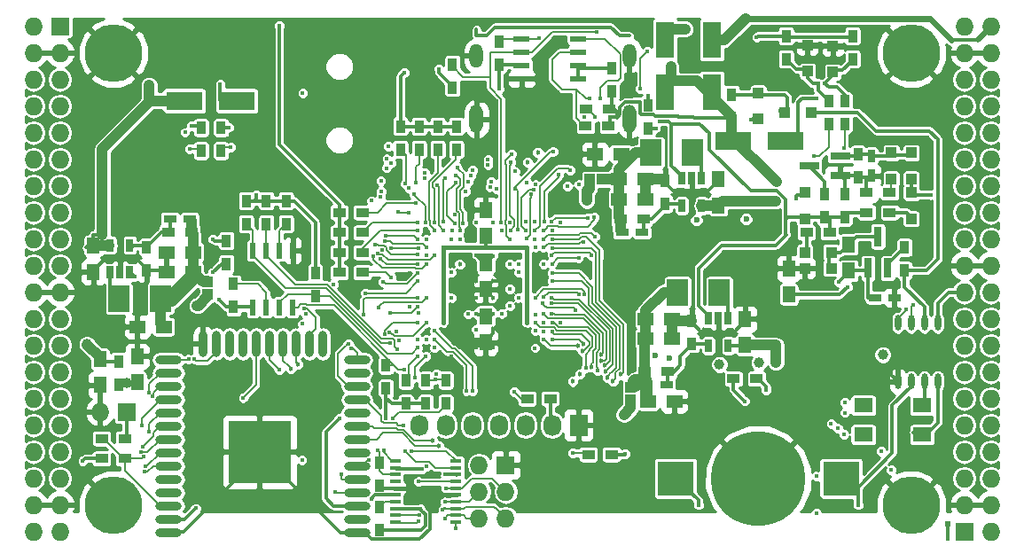
<source format=gbl>
G04 #@! TF.FileFunction,Copper,L4,Bot,Signal*
%FSLAX46Y46*%
G04 Gerber Fmt 4.6, Leading zero omitted, Abs format (unit mm)*
G04 Created by KiCad (PCBNEW 4.0.7+dfsg1-1) date Wed Oct 25 16:05:11 2017*
%MOMM*%
%LPD*%
G01*
G04 APERTURE LIST*
%ADD10C,0.100000*%
%ADD11R,1.000000X1.000000*%
%ADD12O,2.500000X0.900000*%
%ADD13O,0.900000X2.500000*%
%ADD14R,6.000000X6.000000*%
%ADD15R,1.800000X3.500000*%
%ADD16R,0.900000X1.200000*%
%ADD17R,2.000000X2.500000*%
%ADD18R,0.700000X1.200000*%
%ADD19R,1.250000X1.500000*%
%ADD20R,1.500000X1.250000*%
%ADD21O,0.609600X1.473200*%
%ADD22R,0.800000X1.900000*%
%ADD23R,1.900000X0.800000*%
%ADD24R,1.200000X0.750000*%
%ADD25R,0.750000X1.200000*%
%ADD26R,1.200000X0.900000*%
%ADD27R,0.600000X1.550000*%
%ADD28R,1.550000X0.600000*%
%ADD29R,1.727200X1.727200*%
%ADD30O,1.727200X1.727200*%
%ADD31C,5.500000*%
%ADD32R,1.000000X0.400000*%
%ADD33R,0.500000X0.500000*%
%ADD34R,1.727200X2.032000*%
%ADD35O,1.727200X2.032000*%
%ADD36O,1.300000X2.700000*%
%ADD37O,1.300000X2.300000*%
%ADD38R,1.800000X1.400000*%
%ADD39R,3.500000X1.800000*%
%ADD40R,3.500000X3.300000*%
%ADD41C,9.000000*%
%ADD42C,0.400000*%
%ADD43C,0.454000*%
%ADD44C,1.000000*%
%ADD45C,0.600000*%
%ADD46C,0.300000*%
%ADD47C,1.000000*%
%ADD48C,0.190000*%
%ADD49C,0.600000*%
%ADD50C,0.500000*%
%ADD51C,0.400000*%
%ADD52C,0.200000*%
%ADD53C,1.500000*%
%ADD54C,1.200000*%
%ADD55C,0.254000*%
G04 APERTURE END LIST*
D10*
D11*
X152393000Y-97142000D03*
X152393000Y-98342000D03*
D12*
X126260434Y-111030338D03*
X126260434Y-109760338D03*
X126260434Y-108490338D03*
X126260434Y-107220338D03*
X126260434Y-105950338D03*
X126260434Y-104680338D03*
X126260434Y-103410338D03*
X126260434Y-102140338D03*
X126260434Y-100870338D03*
X126260434Y-99600338D03*
X126260434Y-98330338D03*
X126260434Y-97060338D03*
X126260434Y-95790338D03*
X126260434Y-94520338D03*
D13*
X122975434Y-93030338D03*
X121705434Y-93030338D03*
X120435434Y-93030338D03*
X119165434Y-93030338D03*
X117895434Y-93030338D03*
X116625434Y-93030338D03*
X115355434Y-93030338D03*
X114085434Y-93030338D03*
X112815434Y-93030338D03*
X111545434Y-93030338D03*
D12*
X108260434Y-94520338D03*
X108260434Y-95790338D03*
X108260434Y-97060338D03*
X108260434Y-98330338D03*
X108260434Y-99600338D03*
X108260434Y-100870338D03*
X108260434Y-102140338D03*
X108260434Y-103410338D03*
X108260434Y-104680338D03*
X108260434Y-105950338D03*
X108260434Y-107220338D03*
X108260434Y-108490338D03*
X108260434Y-109760338D03*
X108260434Y-111030338D03*
D14*
X116960434Y-103330338D03*
D15*
X155695000Y-69000000D03*
X155695000Y-64000000D03*
D16*
X154044000Y-72426000D03*
X154044000Y-70226000D03*
D17*
X160870000Y-88090000D03*
X156870000Y-88090000D03*
D18*
X159825000Y-90600000D03*
X160775000Y-90600000D03*
X161725000Y-90600000D03*
X161725000Y-93200000D03*
X159825000Y-93200000D03*
D17*
X158330000Y-74755000D03*
X154330000Y-74755000D03*
D18*
X157285000Y-77235000D03*
X158235000Y-77235000D03*
X159185000Y-77235000D03*
X159185000Y-79835000D03*
X157285000Y-79835000D03*
D17*
X103530000Y-88725000D03*
X107530000Y-88725000D03*
D18*
X104575000Y-86215000D03*
X103625000Y-86215000D03*
X102675000Y-86215000D03*
X102675000Y-83615000D03*
X104575000Y-83615000D03*
D19*
X101085000Y-83665000D03*
X101085000Y-86165000D03*
D20*
X153810000Y-90630000D03*
X156310000Y-90630000D03*
X153810000Y-92535000D03*
X156310000Y-92535000D03*
D19*
X163315000Y-93150000D03*
X163315000Y-90650000D03*
D20*
X151270000Y-79200000D03*
X153770000Y-79200000D03*
X151270000Y-77295000D03*
X153770000Y-77295000D03*
D19*
X160775000Y-79815000D03*
X160775000Y-77315000D03*
D20*
X110590000Y-84280000D03*
X108090000Y-84280000D03*
X110590000Y-86185000D03*
X108090000Y-86185000D03*
D21*
X181730000Y-96599000D03*
X180460000Y-96599000D03*
X179190000Y-96599000D03*
X177920000Y-96599000D03*
X177920000Y-91011000D03*
X179190000Y-91011000D03*
X180460000Y-91011000D03*
X181730000Y-91011000D03*
D19*
X173221000Y-86038000D03*
X173221000Y-83538000D03*
D22*
X176965000Y-85780000D03*
X175065000Y-85780000D03*
X176015000Y-82780000D03*
D23*
X172435000Y-75075000D03*
X172435000Y-76975000D03*
X169435000Y-76025000D03*
D24*
X153910000Y-96910000D03*
X155810000Y-96910000D03*
X151570000Y-82375000D03*
X153470000Y-82375000D03*
X110290000Y-81105000D03*
X108390000Y-81105000D03*
D25*
X175380000Y-75075000D03*
X175380000Y-76975000D03*
D26*
X169200000Y-82375000D03*
X171400000Y-82375000D03*
D16*
X172840000Y-80935000D03*
X172840000Y-78735000D03*
D26*
X177115000Y-80470000D03*
X174915000Y-80470000D03*
D16*
X174110000Y-74925000D03*
X174110000Y-77125000D03*
X178555000Y-83815000D03*
X178555000Y-86015000D03*
X113785000Y-83180000D03*
X113785000Y-85380000D03*
X170935000Y-80935000D03*
X170935000Y-78735000D03*
X128390000Y-108580000D03*
X128390000Y-110780000D03*
D26*
X150572000Y-103584000D03*
X148372000Y-103584000D03*
X177115000Y-78565000D03*
X174915000Y-78565000D03*
X153760000Y-95640000D03*
X155960000Y-95640000D03*
X110440000Y-82375000D03*
X108240000Y-82375000D03*
X151420000Y-81105000D03*
X153620000Y-81105000D03*
D16*
X158235000Y-90800000D03*
X158235000Y-93000000D03*
X106165000Y-86015000D03*
X106165000Y-83815000D03*
X155695000Y-77465000D03*
X155695000Y-79665000D03*
D26*
X126782000Y-86185000D03*
X124582000Y-86185000D03*
X126782000Y-84279000D03*
X124582000Y-84279000D03*
X126782000Y-82375000D03*
X124582000Y-82375000D03*
X126782000Y-80470000D03*
X124582000Y-80470000D03*
D16*
X130422000Y-74458000D03*
X130422000Y-72258000D03*
X132200000Y-74458000D03*
X132200000Y-72258000D03*
X133978000Y-74458000D03*
X133978000Y-72258000D03*
X135756000Y-74458000D03*
X135756000Y-72258000D03*
D27*
X116325000Y-84120000D03*
X117595000Y-84120000D03*
X118865000Y-84120000D03*
X120135000Y-84120000D03*
X120135000Y-89520000D03*
X118865000Y-89520000D03*
X117595000Y-89520000D03*
X116325000Y-89520000D03*
D24*
X175700000Y-88598000D03*
X177600000Y-88598000D03*
D28*
X141980000Y-67705000D03*
X141980000Y-66435000D03*
X141980000Y-65165000D03*
X141980000Y-63895000D03*
X147380000Y-63895000D03*
X147380000Y-65165000D03*
X147380000Y-66435000D03*
X147380000Y-67705000D03*
D29*
X97910000Y-62690000D03*
D30*
X95370000Y-62690000D03*
X97910000Y-65230000D03*
X95370000Y-65230000D03*
X97910000Y-67770000D03*
X95370000Y-67770000D03*
X97910000Y-70310000D03*
X95370000Y-70310000D03*
X97910000Y-72850000D03*
X95370000Y-72850000D03*
X97910000Y-75390000D03*
X95370000Y-75390000D03*
X97910000Y-77930000D03*
X95370000Y-77930000D03*
X97910000Y-80470000D03*
X95370000Y-80470000D03*
X97910000Y-83010000D03*
X95370000Y-83010000D03*
X97910000Y-85550000D03*
X95370000Y-85550000D03*
X97910000Y-88090000D03*
X95370000Y-88090000D03*
X97910000Y-90630000D03*
X95370000Y-90630000D03*
X97910000Y-93170000D03*
X95370000Y-93170000D03*
X97910000Y-95710000D03*
X95370000Y-95710000D03*
X97910000Y-98250000D03*
X95370000Y-98250000D03*
X97910000Y-100790000D03*
X95370000Y-100790000D03*
X97910000Y-103330000D03*
X95370000Y-103330000D03*
X97910000Y-105870000D03*
X95370000Y-105870000D03*
X97910000Y-108410000D03*
X95370000Y-108410000D03*
X97910000Y-110950000D03*
X95370000Y-110950000D03*
D29*
X184270000Y-110950000D03*
D30*
X186810000Y-110950000D03*
X184270000Y-108410000D03*
X186810000Y-108410000D03*
X184270000Y-105870000D03*
X186810000Y-105870000D03*
X184270000Y-103330000D03*
X186810000Y-103330000D03*
X184270000Y-100790000D03*
X186810000Y-100790000D03*
X184270000Y-98250000D03*
X186810000Y-98250000D03*
X184270000Y-95710000D03*
X186810000Y-95710000D03*
X184270000Y-93170000D03*
X186810000Y-93170000D03*
X184270000Y-90630000D03*
X186810000Y-90630000D03*
X184270000Y-88090000D03*
X186810000Y-88090000D03*
X184270000Y-85550000D03*
X186810000Y-85550000D03*
X184270000Y-83010000D03*
X186810000Y-83010000D03*
X184270000Y-80470000D03*
X186810000Y-80470000D03*
X184270000Y-77930000D03*
X186810000Y-77930000D03*
X184270000Y-75390000D03*
X186810000Y-75390000D03*
X184270000Y-72850000D03*
X186810000Y-72850000D03*
X184270000Y-70310000D03*
X186810000Y-70310000D03*
X184270000Y-67770000D03*
X186810000Y-67770000D03*
X184270000Y-65230000D03*
X186810000Y-65230000D03*
X184270000Y-62690000D03*
X186810000Y-62690000D03*
D31*
X102990000Y-108410000D03*
X179190000Y-108410000D03*
X179190000Y-65230000D03*
X102990000Y-65230000D03*
D16*
X162045000Y-71410000D03*
X162045000Y-69210000D03*
X139820000Y-66330000D03*
X139820000Y-64130000D03*
X135375000Y-68532000D03*
X135375000Y-66332000D03*
X150615000Y-68870000D03*
X150615000Y-66670000D03*
D26*
X150275000Y-72215000D03*
X148075000Y-72215000D03*
X150380000Y-70600000D03*
X148180000Y-70600000D03*
D32*
X135735000Y-104215000D03*
X135735000Y-104865000D03*
X135735000Y-105515000D03*
X135735000Y-106165000D03*
X135735000Y-106815000D03*
X135735000Y-107465000D03*
X135735000Y-108115000D03*
X135735000Y-108765000D03*
X135735000Y-109415000D03*
X135735000Y-110065000D03*
X129935000Y-110065000D03*
X129935000Y-109415000D03*
X129935000Y-108765000D03*
X129935000Y-108115000D03*
X129935000Y-107465000D03*
X129935000Y-106815000D03*
X129935000Y-106165000D03*
X129935000Y-105515000D03*
X129935000Y-104865000D03*
X129935000Y-104215000D03*
D16*
X119500000Y-79370000D03*
X119500000Y-81570000D03*
X114480000Y-89500000D03*
X114480000Y-87300000D03*
X129025000Y-97275000D03*
X129025000Y-95075000D03*
X117595000Y-79370000D03*
X117595000Y-81570000D03*
X122280000Y-86300000D03*
X122280000Y-88500000D03*
X115690000Y-79370000D03*
X115690000Y-81570000D03*
D26*
X144730000Y-98250000D03*
X142530000Y-98250000D03*
D16*
X132835000Y-98715000D03*
X132835000Y-96515000D03*
X130930000Y-98715000D03*
X130930000Y-96515000D03*
D26*
X101890000Y-103965000D03*
X104090000Y-103965000D03*
D29*
X104260000Y-99520000D03*
D30*
X101720000Y-99520000D03*
D26*
X101890000Y-102060000D03*
X104090000Y-102060000D03*
D16*
X103498000Y-96894000D03*
X103498000Y-94694000D03*
D19*
X167506000Y-88324000D03*
X167506000Y-85824000D03*
D26*
X164415000Y-96345000D03*
X162215000Y-96345000D03*
D16*
X167252000Y-65822000D03*
X167252000Y-63622000D03*
D29*
X140455000Y-104600000D03*
D30*
X137915000Y-104600000D03*
X140455000Y-107140000D03*
X137915000Y-107140000D03*
X140455000Y-109680000D03*
X137915000Y-109680000D03*
D19*
X138550000Y-90396000D03*
X138550000Y-92896000D03*
X138550000Y-82736000D03*
X138550000Y-80236000D03*
X138550000Y-85316000D03*
X138550000Y-87816000D03*
X101720000Y-94460000D03*
X101720000Y-96960000D03*
D16*
X113277000Y-74585000D03*
X113277000Y-72385000D03*
X111372000Y-74585000D03*
X111372000Y-72385000D03*
X172840000Y-72045000D03*
X172840000Y-69845000D03*
X171316000Y-72045000D03*
X171316000Y-69845000D03*
D33*
X182680000Y-110200000D03*
D34*
X147440000Y-100790000D03*
D35*
X144900000Y-100790000D03*
X142360000Y-100790000D03*
X139820000Y-100790000D03*
X137280000Y-100790000D03*
X134740000Y-100790000D03*
X132200000Y-100790000D03*
D36*
X152280000Y-71550000D03*
X137680000Y-71550000D03*
D37*
X137680000Y-65500000D03*
X152280000Y-65500000D03*
D38*
X180212000Y-98882000D03*
X174612000Y-98882000D03*
X174612000Y-101682000D03*
X180212000Y-101682000D03*
D19*
X105276000Y-96706000D03*
X105276000Y-94206000D03*
D39*
X109761000Y-69802000D03*
X114761000Y-69802000D03*
X167212000Y-73612000D03*
X162212000Y-73612000D03*
D15*
X160140000Y-64000000D03*
X160140000Y-69000000D03*
D20*
X154064000Y-98504000D03*
X156564000Y-98504000D03*
X107796000Y-91392000D03*
X105296000Y-91392000D03*
X151484000Y-74882000D03*
X148984000Y-74882000D03*
D16*
X173602000Y-65822000D03*
X173602000Y-63622000D03*
X134740000Y-96515000D03*
X134740000Y-98715000D03*
D40*
X172485000Y-105870000D03*
X156685000Y-105870000D03*
D41*
X164585000Y-105870000D03*
D11*
X169284000Y-66988000D03*
X169284000Y-64488000D03*
X171697000Y-67081000D03*
X171697000Y-64581000D03*
X169050000Y-84280000D03*
X171550000Y-84280000D03*
X179190000Y-81085000D03*
X179190000Y-78585000D03*
X169030000Y-81085000D03*
X169030000Y-78585000D03*
X171550000Y-85804000D03*
X169050000Y-85804000D03*
X179190000Y-77275000D03*
X179190000Y-74775000D03*
X177285000Y-74775000D03*
X177285000Y-77275000D03*
X167145000Y-70945000D03*
X169645000Y-70945000D03*
X164585000Y-69060000D03*
X164585000Y-71560000D03*
X112007000Y-87109000D03*
X112007000Y-88309000D03*
X149691000Y-77295000D03*
X148491000Y-77295000D03*
D16*
X128390000Y-106546000D03*
X128390000Y-104346000D03*
D42*
X133216000Y-107465000D03*
X137680000Y-88600000D03*
X142480000Y-95000000D03*
X141680000Y-92600000D03*
X140836000Y-84534000D03*
X135284627Y-94985297D03*
X135288625Y-94225619D03*
X134455822Y-94267172D03*
X131280000Y-89450837D03*
X120770000Y-72215000D03*
X136095958Y-93369652D03*
D43*
X139264636Y-91615205D03*
D42*
X139575609Y-69792857D03*
D44*
X116880503Y-64802940D03*
X106974809Y-64953974D03*
X175210328Y-64948943D03*
X165417246Y-64954666D03*
D42*
X175495631Y-71457432D03*
X146468970Y-70993942D03*
X144978424Y-71024054D03*
X143480350Y-71016526D03*
X142000564Y-71008511D03*
X147987361Y-71377791D03*
X144102010Y-84600000D03*
X132880424Y-84561218D03*
X135567436Y-80702302D03*
X132810347Y-82177990D03*
X145713035Y-91022010D03*
X145680000Y-94177990D03*
X177285000Y-95710000D03*
D44*
X177229911Y-82281349D03*
D42*
X170046000Y-85804000D03*
D45*
X164741832Y-81130572D03*
X161067993Y-81216119D03*
D44*
X158233687Y-94852616D03*
X162992748Y-94820185D03*
D45*
X156280000Y-81210838D03*
D42*
X131254529Y-86251357D03*
X140880000Y-81400000D03*
X136085174Y-89394826D03*
X145680000Y-81400000D03*
X150080000Y-81600000D03*
X140874194Y-91433353D03*
X145680000Y-85422010D03*
X142480000Y-94200000D03*
X140880000Y-93400000D03*
X139280000Y-93400000D03*
X137680000Y-93400000D03*
X136880000Y-92600000D03*
X135280000Y-92600000D03*
X132880000Y-91800000D03*
X132880000Y-93400000D03*
D43*
X141042859Y-86994997D03*
X139280000Y-87000000D03*
X136110990Y-86995403D03*
X137680000Y-87000000D03*
X136080000Y-84600000D03*
X139280000Y-88600000D03*
D42*
X121003132Y-104131127D03*
X127656639Y-107816792D03*
D44*
X156235582Y-66548363D03*
X166321614Y-77572282D03*
X166248957Y-79408030D03*
X101932065Y-82585048D03*
X106417803Y-68312483D03*
X166280000Y-94800000D03*
D42*
X150457224Y-71377791D03*
X172289562Y-87124051D03*
D44*
X157600000Y-62944000D03*
D42*
X110855283Y-108726380D03*
X148160764Y-77980787D03*
X154794000Y-72426000D03*
D44*
X148202000Y-79327000D03*
D42*
X129005202Y-100174798D03*
X137659051Y-91638034D03*
X139820000Y-68665673D03*
X172834633Y-99599920D03*
X172879922Y-98618650D03*
X176305593Y-103279812D03*
X165349214Y-97422919D03*
D44*
X160875897Y-94988750D03*
D42*
X164433885Y-63737451D03*
X134079160Y-66786153D03*
X109828000Y-72830000D03*
X116654336Y-78777990D03*
D44*
X176474303Y-94069095D03*
D42*
X173094000Y-87582000D03*
D44*
X100479904Y-93063904D03*
D45*
X163422030Y-81120665D03*
X154726292Y-94171363D03*
X156077107Y-94380779D03*
X158680000Y-81210838D03*
D42*
X112515000Y-83010000D03*
X181065000Y-78785000D03*
X100080000Y-104200000D03*
X113080000Y-88800000D03*
D44*
X164653770Y-94825547D03*
D42*
X135273306Y-88618602D03*
X139272517Y-84611349D03*
X137680556Y-84534085D03*
X141680000Y-86200000D03*
X135280000Y-86200000D03*
X132880000Y-92600000D03*
X132080000Y-92600000D03*
X141680000Y-88600000D03*
X141680000Y-85400000D03*
D44*
X151758000Y-99774000D03*
D42*
X136885174Y-90194826D03*
X140094890Y-90122990D03*
X139280000Y-90122990D03*
X140880000Y-89400000D03*
X137680000Y-90172990D03*
X140880000Y-87800000D03*
X140880000Y-85400000D03*
D43*
X136080000Y-85400000D03*
D42*
X130022680Y-91834237D03*
X121369010Y-90164222D03*
X130279644Y-92674772D03*
X121041200Y-91125073D03*
D44*
X110991000Y-89360000D03*
D42*
X142480000Y-91000000D03*
X142480000Y-83800000D03*
X134480000Y-83800000D03*
X134480000Y-91000000D03*
X121086654Y-69078528D03*
X105037711Y-86632990D03*
X155149360Y-71764535D03*
X170182962Y-69571012D03*
X174110000Y-108410000D03*
X158870000Y-108410000D03*
X137295592Y-97538017D03*
X134750646Y-106810513D03*
X133680000Y-91800000D03*
D43*
X134074414Y-102752225D03*
D42*
X136740903Y-97514503D03*
X134675868Y-108131585D03*
D43*
X133449289Y-102232615D03*
D42*
X133680000Y-92600000D03*
X133685482Y-93402296D03*
X127358154Y-104128048D03*
X132936956Y-104698915D03*
X134463998Y-108841973D03*
X130692380Y-100790000D03*
X131808905Y-96227367D03*
X134636872Y-109719950D03*
X132846234Y-94197073D03*
X118858690Y-62658970D03*
X130761990Y-67119621D03*
X148477832Y-69619684D03*
X149475951Y-69619684D03*
X148991194Y-71377791D03*
X153984196Y-65077116D03*
X153322343Y-68673419D03*
X143650666Y-63862520D03*
X178665908Y-89713903D03*
X149183754Y-63257114D03*
X179375977Y-89317806D03*
X140035989Y-81400000D03*
X115404683Y-98167821D03*
X128776655Y-87110882D03*
X132077895Y-86272150D03*
X118843798Y-95498222D03*
D43*
X119978162Y-95412951D03*
X120634035Y-94977604D03*
D42*
X113212238Y-68244401D03*
X146387166Y-77939336D03*
X147480000Y-77822010D03*
X131453853Y-103260518D03*
X144891634Y-91008466D03*
D43*
X148653935Y-95249010D03*
X149565978Y-94054788D03*
D42*
X144867244Y-90164455D03*
D43*
X150720500Y-96575802D03*
D42*
X144890381Y-83866022D03*
D43*
X151448039Y-95951686D03*
D42*
X144894101Y-83022010D03*
D43*
X150149219Y-96229829D03*
D42*
X144901285Y-86268736D03*
D43*
X150033441Y-95660469D03*
D42*
X144888562Y-86993817D03*
D43*
X149952517Y-95085120D03*
D42*
X144877648Y-88622010D03*
D43*
X149584522Y-94635504D03*
D42*
X144810610Y-89177990D03*
X144895773Y-91874444D03*
D43*
X147777713Y-93691005D03*
D42*
X144113248Y-92588762D03*
D43*
X147356233Y-93219138D03*
X147915304Y-93060979D03*
D42*
X144882352Y-92577990D03*
X130807074Y-95454141D03*
X130141304Y-93531435D03*
X132080000Y-93400000D03*
X129438098Y-92922893D03*
X133852393Y-95875797D03*
X141280000Y-97600000D03*
X133762848Y-96395146D03*
X132080000Y-94200000D03*
X128669601Y-84020243D03*
X105906712Y-103816552D03*
X132080000Y-89450837D03*
X130839486Y-103260518D03*
X129459184Y-90039192D03*
X128806823Y-103185900D03*
X132162861Y-106185868D03*
X128321313Y-89539949D03*
X132880000Y-88600000D03*
X127040053Y-88166906D03*
X124741825Y-105494691D03*
X132080000Y-87000000D03*
X125740979Y-93452427D03*
X124202418Y-107207639D03*
D43*
X142530990Y-75662841D03*
X143525587Y-74749772D03*
D42*
X110313517Y-74380698D03*
X132146108Y-109940263D03*
X114166000Y-74247000D03*
X132189000Y-109415000D03*
X135694981Y-77648547D03*
X135567436Y-81489225D03*
X134702010Y-77200000D03*
X134471354Y-81347908D03*
X132761172Y-77202673D03*
X132737245Y-76676207D03*
X128545566Y-77476577D03*
X127643658Y-79355564D03*
X110718734Y-94451783D03*
X128515897Y-78994176D03*
X110193102Y-94489889D03*
X128569727Y-78469921D03*
X106368514Y-97662752D03*
X131230910Y-78113843D03*
X106741168Y-98035405D03*
X131709326Y-78745875D03*
X132783332Y-81399993D03*
X129016746Y-82660638D03*
X105679715Y-100783924D03*
X132084821Y-83022010D03*
X128948848Y-83183258D03*
X106401171Y-101377901D03*
X132886504Y-83777990D03*
X129513931Y-83860979D03*
X105803161Y-102850427D03*
X132117443Y-83866021D03*
X127966259Y-83515785D03*
X105651866Y-103355255D03*
X132079996Y-84503337D03*
X128261987Y-84383463D03*
X106023598Y-104697574D03*
X133671942Y-84595200D03*
X127824162Y-84676807D03*
X105973679Y-105248709D03*
X132875802Y-85428138D03*
D43*
X146862501Y-96617499D03*
X147534467Y-95913260D03*
D42*
X148102806Y-95339021D03*
X143280000Y-91000000D03*
X149207706Y-95605291D03*
X144082424Y-90132858D03*
X143989948Y-89177990D03*
X147125926Y-89802879D03*
X143281824Y-90201951D03*
X144102010Y-85397219D03*
X147422472Y-84858593D03*
X144886544Y-85385186D03*
X144102010Y-83000000D03*
X148975652Y-82755341D03*
X144885092Y-82177990D03*
X147470668Y-88324835D03*
X144082832Y-88584510D03*
X147997681Y-88324844D03*
X143278026Y-88595030D03*
X144102010Y-82185600D03*
X148935852Y-80899014D03*
X148337768Y-80975785D03*
X144866392Y-81333979D03*
X139280000Y-81400000D03*
X139585116Y-78205862D03*
X138968064Y-78040948D03*
X139049357Y-77520244D03*
X138775679Y-75942989D03*
X138779198Y-75400762D03*
X137680000Y-81400000D03*
X137308732Y-76415018D03*
X137106948Y-76979922D03*
X136856003Y-77562978D03*
X136634118Y-78451672D03*
X135830698Y-76200613D03*
X136411444Y-81497309D03*
X148668800Y-84550385D03*
X144877691Y-84532933D03*
X144102010Y-83800000D03*
X147894174Y-83335809D03*
X142852716Y-78759927D03*
X142473549Y-82998913D03*
X143105106Y-78295223D03*
X142396423Y-82191394D03*
X145494012Y-76834828D03*
X144146021Y-81374784D03*
X143331797Y-77819457D03*
X146627648Y-76461302D03*
X143257990Y-82207154D03*
X143257990Y-81379632D03*
X141380161Y-78226966D03*
X145017056Y-74655847D03*
X141657990Y-82130345D03*
X142413979Y-81382236D03*
X140080000Y-82200000D03*
X141342967Y-76554996D03*
X141046643Y-74873804D03*
X140864029Y-83041403D03*
X140980062Y-75681941D03*
X140924011Y-82179283D03*
X129542604Y-86703515D03*
X132880000Y-83022010D03*
X132080000Y-82177990D03*
X132080000Y-81400000D03*
X131847310Y-79589886D03*
X130856828Y-77742623D03*
X131923295Y-77584853D03*
X133654358Y-82177990D03*
X133627343Y-81396408D03*
X129382484Y-91925805D03*
X132880000Y-91000000D03*
X128880489Y-92086249D03*
X132077648Y-90977990D03*
X130196821Y-80377733D03*
X131180000Y-80500000D03*
X128489708Y-84867377D03*
X132079620Y-85428138D03*
X163908850Y-71651861D03*
X134501414Y-82177578D03*
X133922194Y-77854836D03*
X135656559Y-110610712D03*
X132448438Y-104994496D03*
X146844288Y-103452739D03*
X134707351Y-105508447D03*
X132280000Y-108800000D03*
D44*
X104309083Y-96731596D03*
D42*
X112515000Y-86185000D03*
X163277422Y-98501717D03*
X170126036Y-109212466D03*
X170157734Y-105666345D03*
X169895346Y-75092988D03*
X143257990Y-83000000D03*
X168166438Y-79108038D03*
X151896383Y-103510715D03*
X114039000Y-72342000D03*
X110483000Y-72215000D03*
X143269694Y-93414905D03*
X177274002Y-105079115D03*
X172761273Y-101651681D03*
X143280000Y-91800000D03*
X172193360Y-101105663D03*
X144064831Y-91877646D03*
X171540304Y-100645743D03*
X144080000Y-91000000D03*
X154044000Y-69294000D03*
X129061632Y-76229575D03*
X135280000Y-83022010D03*
X129493343Y-75737814D03*
X136080000Y-83000000D03*
X129122249Y-75363607D03*
X135345425Y-82176814D03*
X135725421Y-76909376D03*
X129252218Y-74142461D03*
X136080000Y-82200000D03*
X172746637Y-74347988D03*
X143280000Y-83800000D03*
X142480000Y-77600000D03*
X170300000Y-68151000D03*
X170950000Y-68125562D03*
X125423968Y-92992129D03*
X121206217Y-89662983D03*
X132156079Y-90030946D03*
X182675150Y-111637626D03*
X124027706Y-87347706D03*
X124027707Y-87347707D03*
X166678914Y-70803555D03*
X129660000Y-100155000D03*
X124580000Y-100155000D03*
X126880000Y-90200000D03*
X128280000Y-103200000D03*
X132080000Y-88600000D03*
D46*
X138630000Y-63600000D02*
X139449896Y-62780104D01*
X137680000Y-63000000D02*
X137680000Y-63600000D01*
X150510104Y-62780104D02*
X151330000Y-63600000D01*
X137680000Y-63600000D02*
X138630000Y-63600000D01*
X139449896Y-62780104D02*
X150510104Y-62780104D01*
X151330000Y-63600000D02*
X152280000Y-63600000D01*
X132254999Y-111657001D02*
X133216000Y-110696000D01*
X133216000Y-110696000D02*
X133216000Y-107465000D01*
X126260434Y-111030338D02*
X127060434Y-111030338D01*
X127060434Y-111030338D02*
X127687097Y-111657001D01*
X127687097Y-111657001D02*
X132254999Y-111657001D01*
X133216000Y-107465000D02*
X132214478Y-107465000D01*
X135735000Y-107465000D02*
X133216000Y-107465000D01*
X132214478Y-107465000D02*
X131572496Y-106823018D01*
X131572496Y-106823018D02*
X129919874Y-106823018D01*
X108260434Y-111030338D02*
X109060434Y-111030338D01*
X109060434Y-111030338D02*
X109140772Y-110950000D01*
X109140772Y-110950000D02*
X109693431Y-110950000D01*
X109693431Y-110950000D02*
X116960434Y-103682997D01*
X116960434Y-103682997D02*
X116960434Y-103330338D01*
X126260434Y-111030338D02*
X124660659Y-111030338D01*
X124660659Y-111030338D02*
X116960659Y-103330338D01*
X116960659Y-103330338D02*
X116960434Y-103330338D01*
X129935000Y-106815000D02*
X128659000Y-106815000D01*
X128659000Y-106815000D02*
X128390000Y-106546000D01*
X128390000Y-106546000D02*
X128558000Y-106546000D01*
X136126306Y-93400000D02*
X136095958Y-93369652D01*
X136880000Y-92600000D02*
X136110348Y-93369652D01*
X136049652Y-93369652D02*
X136095958Y-93369652D01*
X137680000Y-93400000D02*
X136126306Y-93400000D01*
X135280000Y-92600000D02*
X136049652Y-93369652D01*
X136110348Y-93369652D02*
X136095958Y-93369652D01*
X139264636Y-92054364D02*
X139264636Y-91936231D01*
X139264636Y-91936231D02*
X139264636Y-91615205D01*
X138550000Y-92769000D02*
X139264636Y-92054364D01*
X136880000Y-92600000D02*
X137680000Y-93400000D01*
X136880000Y-92600000D02*
X138381000Y-92600000D01*
X138381000Y-92600000D02*
X138550000Y-92769000D01*
X135280000Y-92600000D02*
X136880000Y-92600000D01*
X138550000Y-92769000D02*
X138649000Y-92769000D01*
X138649000Y-92769000D02*
X139280000Y-93400000D01*
X138550000Y-92769000D02*
X138311000Y-92769000D01*
X138311000Y-92769000D02*
X137680000Y-93400000D01*
X137822857Y-69792857D02*
X139292767Y-69792857D01*
X137680000Y-69650000D02*
X137822857Y-69792857D01*
X139292767Y-69792857D02*
X139575609Y-69792857D01*
X175042385Y-64781000D02*
X175210328Y-64948943D01*
X171697000Y-64781000D02*
X175042385Y-64781000D01*
X165683912Y-64688000D02*
X165417246Y-64954666D01*
X169284000Y-64688000D02*
X165683912Y-64688000D01*
X169284000Y-64688000D02*
X171604000Y-64688000D01*
X171604000Y-64688000D02*
X171697000Y-64781000D01*
X177285000Y-95710000D02*
X177285000Y-95964000D01*
X177285000Y-95964000D02*
X177920000Y-96599000D01*
X167506000Y-85824000D02*
X169230000Y-85824000D01*
X169230000Y-85824000D02*
X169250000Y-85804000D01*
X169250000Y-85804000D02*
X170046000Y-85804000D01*
X102210000Y-84915000D02*
X103625000Y-84915000D01*
X103625000Y-84915000D02*
X105215000Y-84915000D01*
X103625000Y-86215000D02*
X103625000Y-84915000D01*
X105215000Y-84915000D02*
X106165000Y-85865000D01*
X106165000Y-85865000D02*
X106165000Y-86015000D01*
X101085000Y-86165000D02*
X101085000Y-86040000D01*
X101085000Y-86040000D02*
X102210000Y-84915000D01*
X106165000Y-86015000D02*
X107920000Y-86015000D01*
X107920000Y-86015000D02*
X108090000Y-86185000D01*
D47*
X153770000Y-77295000D02*
X155525000Y-77295000D01*
D46*
X155525000Y-77295000D02*
X155695000Y-77465000D01*
D47*
X153770000Y-79200000D02*
X153770000Y-77295000D01*
D46*
X174110000Y-77125000D02*
X174745000Y-77125000D01*
X174745000Y-77125000D02*
X175230000Y-77125000D01*
X174915000Y-78565000D02*
X174915000Y-77295000D01*
X174915000Y-77295000D02*
X174745000Y-77125000D01*
X172840000Y-78735000D02*
X172840000Y-77380000D01*
X172840000Y-77380000D02*
X172435000Y-76975000D01*
X175230000Y-77125000D02*
X175380000Y-76975000D01*
X172435000Y-76975000D02*
X173960000Y-76975000D01*
X173960000Y-76975000D02*
X174110000Y-77125000D01*
X137680000Y-86200000D02*
X137680000Y-86600000D01*
X136080000Y-84600000D02*
X137680000Y-86200000D01*
X159850000Y-78365000D02*
X158235000Y-78365000D01*
X158235000Y-78365000D02*
X156445000Y-78365000D01*
X158235000Y-77235000D02*
X158235000Y-78365000D01*
X160775000Y-77315000D02*
X160775000Y-77440000D01*
X160775000Y-77440000D02*
X159850000Y-78365000D01*
X156445000Y-78365000D02*
X155695000Y-77615000D01*
X155695000Y-77615000D02*
X155695000Y-77465000D01*
D47*
X156310000Y-90630000D02*
X156310000Y-92535000D01*
X158235000Y-90800000D02*
X156480000Y-90800000D01*
D46*
X156480000Y-90800000D02*
X156310000Y-90630000D01*
X163315000Y-90650000D02*
X163315000Y-90834602D01*
X163315000Y-90834602D02*
X162249602Y-91900000D01*
X162249602Y-91900000D02*
X160775000Y-91900000D01*
X101085000Y-86165000D02*
X101085000Y-85929893D01*
X106165000Y-85944374D02*
X106165000Y-86015000D01*
X159185000Y-91900000D02*
X160775000Y-91900000D01*
X160775000Y-90600000D02*
X160775000Y-91900000D01*
X158235000Y-90800000D02*
X158235000Y-90950000D01*
X158235000Y-90950000D02*
X159185000Y-91900000D01*
X108090000Y-84280000D02*
X108090000Y-86185000D01*
X107625000Y-84745000D02*
X108090000Y-84280000D01*
X108070000Y-84260000D02*
X108090000Y-84280000D01*
X141037856Y-87000000D02*
X141042859Y-86994997D01*
X139280000Y-87000000D02*
X141037856Y-87000000D01*
X136432016Y-86995403D02*
X136110990Y-86995403D01*
X137284597Y-86995403D02*
X136432016Y-86995403D01*
X137680000Y-86600000D02*
X137284597Y-86995403D01*
X137680000Y-86600000D02*
X137680000Y-87000000D01*
D48*
X138029000Y-66332000D02*
X138115000Y-66246000D01*
D46*
X128008431Y-107465000D02*
X127856638Y-107616793D01*
X127856638Y-107616793D02*
X127656639Y-107816792D01*
X129935000Y-107465000D02*
X128008431Y-107465000D01*
X160140000Y-69000000D02*
X160140000Y-69850000D01*
X160140000Y-69850000D02*
X161700000Y-71410000D01*
D47*
X156235582Y-67716832D02*
X156235582Y-66548363D01*
X158681338Y-67896338D02*
X156415088Y-67896338D01*
X156415088Y-67896338D02*
X156235582Y-67716832D01*
D46*
X156235582Y-66578582D02*
X156235582Y-66548363D01*
D47*
X162045000Y-73295668D02*
X165821615Y-77072283D01*
X165821615Y-77072283D02*
X166321614Y-77572282D01*
X160790000Y-79800000D02*
X161181970Y-79408030D01*
X161181970Y-79408030D02*
X165541851Y-79408030D01*
X165541851Y-79408030D02*
X166248957Y-79408030D01*
D46*
X101085000Y-82615000D02*
X101114952Y-82585048D01*
X101114952Y-82585048D02*
X101224959Y-82585048D01*
X101085000Y-83665000D02*
X101085000Y-82615000D01*
D47*
X101932065Y-81877942D02*
X101932065Y-82585048D01*
X101932065Y-74415935D02*
X101932065Y-81877942D01*
X106407114Y-69940886D02*
X101932065Y-74415935D01*
D46*
X101224959Y-82585048D02*
X101932065Y-82585048D01*
X151080000Y-71400000D02*
X151352990Y-71127010D01*
X151352990Y-71127010D02*
X151352990Y-70466020D01*
X151352990Y-70466020D02*
X151896020Y-69922990D01*
X151896020Y-69922990D02*
X152557010Y-69922990D01*
X152557010Y-69922990D02*
X152583077Y-69896923D01*
D47*
X106417803Y-69019589D02*
X106417803Y-68312483D01*
X106417803Y-69930197D02*
X106417803Y-69019589D01*
X106407114Y-69940886D02*
X106417803Y-69930197D01*
X166280000Y-93150000D02*
X166280000Y-94800000D01*
D46*
X110610000Y-69548000D02*
X110610000Y-69802000D01*
X150457224Y-71377791D02*
X150457224Y-72032776D01*
X150457224Y-72032776D02*
X150275000Y-72215000D01*
D47*
X109975000Y-69802000D02*
X106546000Y-69802000D01*
X106546000Y-69802000D02*
X106419000Y-69929000D01*
D46*
X151057791Y-71377791D02*
X150740066Y-71377791D01*
X150740066Y-71377791D02*
X150457224Y-71377791D01*
X151080000Y-71400000D02*
X151057791Y-71377791D01*
X172289562Y-87094438D02*
X172289562Y-87124051D01*
X173221000Y-86163000D02*
X172289562Y-87094438D01*
X173221000Y-86038000D02*
X173221000Y-86163000D01*
X175065000Y-88598000D02*
X175065000Y-85780000D01*
X175700000Y-88598000D02*
X175065000Y-88598000D01*
D47*
X106419000Y-69929000D02*
X106407114Y-69940886D01*
D46*
X106419000Y-69675000D02*
X106419000Y-69929000D01*
X100572432Y-83665000D02*
X100424079Y-83813353D01*
X101085000Y-83665000D02*
X100572432Y-83665000D01*
X160790000Y-79800000D02*
X160775000Y-79815000D01*
D47*
X163315000Y-93150000D02*
X166280000Y-93150000D01*
D46*
X160775000Y-79940000D02*
X160775000Y-79815000D01*
X164925000Y-93150000D02*
X164240000Y-93150000D01*
X164240000Y-93150000D02*
X163315000Y-93150000D01*
X101085000Y-83665000D02*
X101085000Y-83790000D01*
X151080000Y-71400000D02*
X151080000Y-70838120D01*
X151080000Y-70838120D02*
X150615000Y-70373120D01*
X150615000Y-70373120D02*
X150615000Y-69995990D01*
X150615000Y-69995990D02*
X150615000Y-68870000D01*
D47*
X159185000Y-79835000D02*
X160755000Y-79835000D01*
D46*
X160755000Y-79835000D02*
X160775000Y-79815000D01*
X161725000Y-93200000D02*
X163265000Y-93200000D01*
X163265000Y-93200000D02*
X163315000Y-93150000D01*
X173221000Y-86038000D02*
X174807000Y-86038000D01*
X174807000Y-86038000D02*
X175065000Y-85780000D01*
D47*
X101085000Y-83665000D02*
X102625000Y-83665000D01*
D46*
X102625000Y-83665000D02*
X102675000Y-83615000D01*
X152583077Y-69896923D02*
X153316999Y-69896923D01*
X153316999Y-69896923D02*
X153316999Y-71047601D01*
X161700000Y-71410000D02*
X162045000Y-71410000D01*
D47*
X162045000Y-71410000D02*
X162045000Y-71260000D01*
X162045000Y-71260000D02*
X158681338Y-67896338D01*
X162045000Y-71410000D02*
X162045000Y-73295668D01*
D46*
X158407951Y-71315988D02*
X158501963Y-71410000D01*
X153372399Y-71103001D02*
X154568521Y-71103001D01*
X158501963Y-71410000D02*
X162045000Y-71410000D01*
X156924522Y-71275510D02*
X156965000Y-71315988D01*
X156965000Y-71315988D02*
X158407951Y-71315988D01*
X153316999Y-71047601D02*
X153372399Y-71103001D01*
X154568521Y-71103001D02*
X154741030Y-71275510D01*
X154741030Y-71275510D02*
X156924522Y-71275510D01*
X162045000Y-71753000D02*
X162045000Y-71410000D01*
X155695000Y-64000000D02*
X155695000Y-63368337D01*
X155695000Y-63368337D02*
X156119337Y-62944000D01*
D47*
X156119337Y-62944000D02*
X157600000Y-62944000D01*
X160140000Y-64000000D02*
X161340000Y-64000000D01*
X161340000Y-64000000D02*
X163399217Y-61940783D01*
D49*
X163399217Y-61940783D02*
X180980783Y-61940783D01*
D50*
X185540000Y-63960000D02*
X186810000Y-62690000D01*
D49*
X180980783Y-61940783D02*
X183000000Y-63960000D01*
D46*
X183000000Y-63960000D02*
X185540000Y-63960000D01*
X110655284Y-108926379D02*
X110855283Y-108726380D01*
X109821325Y-109760338D02*
X110655284Y-108926379D01*
X108260434Y-109760338D02*
X109821325Y-109760338D01*
X148202000Y-78413082D02*
X148491000Y-78124082D01*
D47*
X148491000Y-78124082D02*
X148491000Y-77295000D01*
X148202000Y-79327000D02*
X148202000Y-78413082D01*
X148202000Y-78413082D02*
X148439744Y-78175338D01*
D46*
X148160764Y-77980787D02*
X148160764Y-77625236D01*
X148160764Y-77625236D02*
X148491000Y-77295000D01*
X148202000Y-78022023D02*
X148160764Y-77980787D01*
X154806000Y-72438000D02*
X154794000Y-72426000D01*
X154044000Y-72426000D02*
X154794000Y-72426000D01*
X129025000Y-97275000D02*
X129025000Y-100155000D01*
X129025000Y-100155000D02*
X129005202Y-100174798D01*
X129025000Y-97275000D02*
X129025000Y-98175000D01*
X129025000Y-98175000D02*
X129565000Y-98715000D01*
X129565000Y-98715000D02*
X130180000Y-98715000D01*
X130180000Y-98715000D02*
X130930000Y-98715000D01*
X132835000Y-98715000D02*
X130930000Y-98715000D01*
X103498000Y-94694000D02*
X101954000Y-94694000D01*
X101954000Y-94694000D02*
X101720000Y-94460000D01*
X173602000Y-63706000D02*
X167336000Y-63706000D01*
X167336000Y-63706000D02*
X167252000Y-63622000D01*
X167252000Y-63622000D02*
X164549336Y-63622000D01*
X164549336Y-63622000D02*
X164433885Y-63737451D01*
X138550000Y-85042000D02*
X138188471Y-85042000D01*
X138188471Y-85042000D02*
X137680556Y-84534085D01*
X138550000Y-85042000D02*
X138841866Y-85042000D01*
X138841866Y-85042000D02*
X139272517Y-84611349D01*
X137680556Y-84534085D02*
X139195253Y-84534085D01*
X139195253Y-84534085D02*
X139272517Y-84611349D01*
X139820000Y-66330000D02*
X139820000Y-68665673D01*
X165349214Y-97129214D02*
X165349214Y-97422919D01*
X164565000Y-96345000D02*
X165349214Y-97129214D01*
X164415000Y-96345000D02*
X164565000Y-96345000D01*
X134079160Y-67068995D02*
X134079160Y-66786153D01*
X134079160Y-67086160D02*
X134079160Y-67068995D01*
X135375000Y-68382000D02*
X134079160Y-67086160D01*
X135375000Y-68532000D02*
X135375000Y-68382000D01*
X116654336Y-79155664D02*
X116654336Y-79060832D01*
X115690000Y-79370000D02*
X116440000Y-79370000D01*
X116440000Y-79370000D02*
X116654336Y-79155664D01*
X116654336Y-79060832D02*
X116654336Y-78777990D01*
X181730000Y-89106000D02*
X182746000Y-88090000D01*
X182746000Y-88090000D02*
X184270000Y-88090000D01*
X181730000Y-91011000D02*
X181730000Y-89106000D01*
X172352000Y-88324000D02*
X173094000Y-87582000D01*
X167506000Y-88324000D02*
X172352000Y-88324000D01*
X100479904Y-93094904D02*
X100479904Y-93063904D01*
D47*
X101720000Y-94335000D02*
X100479904Y-93094904D01*
D46*
X101720000Y-94460000D02*
X101720000Y-94335000D01*
X144730000Y-98250000D02*
X144730000Y-99266000D01*
X144730000Y-99266000D02*
X144730000Y-99400000D01*
X144730000Y-99400000D02*
X144730000Y-100620000D01*
X113785000Y-83180000D02*
X112685000Y-83180000D01*
X112685000Y-83180000D02*
X112515000Y-83010000D01*
X122280000Y-86300000D02*
X122280000Y-81400000D01*
X122280000Y-81400000D02*
X120250000Y-79370000D01*
X120250000Y-79370000D02*
X119500000Y-79370000D01*
X179190000Y-78785000D02*
X181065000Y-78785000D01*
X179190000Y-77075000D02*
X179190000Y-78785000D01*
X100315000Y-103965000D02*
X100080000Y-104200000D01*
X101890000Y-103965000D02*
X100315000Y-103965000D01*
X117595000Y-79370000D02*
X119500000Y-79370000D01*
X115690000Y-79370000D02*
X117595000Y-79370000D01*
X114480000Y-89500000D02*
X113780000Y-89500000D01*
X113780000Y-89500000D02*
X113080000Y-88800000D01*
X114480000Y-89500000D02*
X116305000Y-89500000D01*
X116305000Y-89500000D02*
X116325000Y-89520000D01*
X144900000Y-98250000D02*
X144730000Y-98250000D01*
X144730000Y-100620000D02*
X144900000Y-100790000D01*
X139820000Y-66330000D02*
X141875000Y-66330000D01*
X141875000Y-66330000D02*
X141980000Y-66435000D01*
D47*
X152393000Y-98392000D02*
X152393000Y-99139000D01*
X152393000Y-99139000D02*
X151758000Y-99774000D01*
D46*
X138550000Y-90269000D02*
X137776010Y-90269000D01*
X137776010Y-90269000D02*
X137680000Y-90172990D01*
X138550000Y-90269000D02*
X139133990Y-90269000D01*
X139133990Y-90269000D02*
X139280000Y-90122990D01*
X156010000Y-95710000D02*
X156524914Y-95710000D01*
X156524914Y-95710000D02*
X157145126Y-95089788D01*
X157145126Y-95089788D02*
X157145126Y-94239874D01*
X157145126Y-94239874D02*
X158235000Y-93150000D01*
X158235000Y-93150000D02*
X158235000Y-93000000D01*
X155960000Y-95640000D02*
X155960000Y-96760000D01*
X155960000Y-96760000D02*
X155810000Y-96910000D01*
X158235000Y-93000000D02*
X159625000Y-93000000D01*
X159625000Y-93000000D02*
X159825000Y-93200000D01*
D47*
X112007000Y-88471000D02*
X111118000Y-89360000D01*
X111118000Y-89360000D02*
X110991000Y-89360000D01*
D46*
X112007000Y-88359000D02*
X112007000Y-88471000D01*
D51*
X137480000Y-83800000D02*
X138550000Y-83800000D01*
X138550000Y-83800000D02*
X142480000Y-83800000D01*
D46*
X138550000Y-83298000D02*
X138550000Y-83800000D01*
D51*
X134480000Y-83800000D02*
X137480000Y-83800000D01*
X142480000Y-83800000D02*
X142480000Y-91000000D01*
X134480000Y-91000000D02*
X134480000Y-83800000D01*
D46*
X156280000Y-72000000D02*
X159003987Y-72000000D01*
X159003987Y-72000000D02*
X159926293Y-72922306D01*
X159926293Y-72922306D02*
X159926293Y-74478638D01*
X159926293Y-74478638D02*
X163850815Y-78403160D01*
X167183550Y-79228973D02*
X167183550Y-81105000D01*
X163850815Y-78403160D02*
X166357737Y-78403160D01*
X166357737Y-78403160D02*
X167183550Y-79228973D01*
X104619721Y-86215000D02*
X104837712Y-86432991D01*
X104575000Y-86215000D02*
X104619721Y-86215000D01*
X104837712Y-86432991D02*
X105037711Y-86632990D01*
X156280000Y-72000000D02*
X156044535Y-71764535D01*
X156044535Y-71764535D02*
X155432202Y-71764535D01*
X155432202Y-71764535D02*
X155149360Y-71764535D01*
X167183550Y-81105000D02*
X167183550Y-82518550D01*
X169030000Y-80885000D02*
X167403550Y-80885000D01*
X167403550Y-80885000D02*
X167183550Y-81105000D01*
X166265000Y-83600000D02*
X167265000Y-82600000D01*
X167183550Y-82518550D02*
X167265000Y-82600000D01*
X156280000Y-75980000D02*
X156280000Y-72000000D01*
X157285000Y-77235000D02*
X157285000Y-76985000D01*
X157285000Y-76985000D02*
X156280000Y-75980000D01*
X159825000Y-90600000D02*
X159825000Y-90345000D01*
X159825000Y-90345000D02*
X158880000Y-89400000D01*
X158880000Y-89400000D02*
X158880000Y-85800000D01*
X158880000Y-85800000D02*
X161080000Y-83600000D01*
X161080000Y-83600000D02*
X166265000Y-83600000D01*
X168980000Y-80885000D02*
X169030000Y-80885000D01*
X169030000Y-80885000D02*
X170885000Y-80885000D01*
X170885000Y-80885000D02*
X170935000Y-80935000D01*
X170935000Y-80935000D02*
X171570000Y-80935000D01*
X171570000Y-80935000D02*
X172840000Y-80935000D01*
X171400000Y-82375000D02*
X171400000Y-81105000D01*
X171400000Y-81105000D02*
X171570000Y-80935000D01*
X174915000Y-80470000D02*
X173305000Y-80470000D01*
X173305000Y-80470000D02*
X172840000Y-80935000D01*
X153620000Y-81105000D02*
X154432087Y-81105000D01*
X154432087Y-81105000D02*
X155695000Y-79842087D01*
X155695000Y-79842087D02*
X155695000Y-79665000D01*
X153620000Y-81105000D02*
X153620000Y-82225000D01*
X153620000Y-82225000D02*
X153470000Y-82375000D01*
X155695000Y-79665000D02*
X157115000Y-79665000D01*
X157115000Y-79665000D02*
X157285000Y-79835000D01*
X155525000Y-79835000D02*
X155695000Y-79665000D01*
X108240000Y-82375000D02*
X107605000Y-82375000D01*
X107605000Y-82375000D02*
X106165000Y-83815000D01*
X104575000Y-83615000D02*
X105965000Y-83615000D01*
X105965000Y-83615000D02*
X106165000Y-83815000D01*
X104775000Y-83815000D02*
X104575000Y-83615000D01*
X108070000Y-82545000D02*
X108240000Y-82375000D01*
X108390000Y-81105000D02*
X108390000Y-82225000D01*
X108390000Y-82225000D02*
X108240000Y-82375000D01*
X168141000Y-73485000D02*
X168402683Y-73223317D01*
X168402683Y-73223317D02*
X168402683Y-69932420D01*
X168402683Y-69932420D02*
X168764091Y-69571012D01*
X168764091Y-69571012D02*
X169900120Y-69571012D01*
X169900120Y-69571012D02*
X170182962Y-69571012D01*
X174110000Y-108410000D02*
X174110000Y-106705962D01*
X174110000Y-106705962D02*
X177385633Y-103430329D01*
X177385633Y-103430329D02*
X177385633Y-98913976D01*
X177385633Y-98913976D02*
X179190000Y-97109609D01*
X179190000Y-97109609D02*
X179190000Y-96599000D01*
X158870000Y-108410000D02*
X158870000Y-107955000D01*
X156785000Y-105870000D02*
X156685000Y-105870000D01*
X158870000Y-107955000D02*
X156785000Y-105870000D01*
D48*
X137295592Y-95171698D02*
X137295592Y-97255175D01*
X135366607Y-93486607D02*
X135610501Y-93486607D01*
X133680000Y-91800000D02*
X135366607Y-93486607D01*
X137295592Y-97255175D02*
X137295592Y-97538017D01*
X135610501Y-93486607D02*
X137295592Y-95171698D01*
X133753388Y-102752225D02*
X134074414Y-102752225D01*
X131793914Y-102752225D02*
X133753388Y-102752225D01*
X130570701Y-101529012D02*
X131793914Y-102752225D01*
X126260434Y-102140338D02*
X128151195Y-102140338D01*
X128151195Y-102140338D02*
X128762521Y-101529012D01*
X128762521Y-101529012D02*
X130570701Y-101529012D01*
X137254415Y-105873269D02*
X139188269Y-105873269D01*
X139188269Y-105873269D02*
X140455000Y-107140000D01*
X135735000Y-106856777D02*
X135718950Y-106872827D01*
X135718950Y-106872827D02*
X135656636Y-106810513D01*
X135656636Y-106810513D02*
X135033488Y-106810513D01*
X135033488Y-106810513D02*
X134750646Y-106810513D01*
X137254415Y-105873269D02*
X136254857Y-106872827D01*
X135735000Y-106815000D02*
X135735000Y-106856777D01*
X136254857Y-106872827D02*
X135718950Y-106872827D01*
X136740903Y-95065330D02*
X136740903Y-97231661D01*
X134883618Y-93803618D02*
X135479191Y-93803618D01*
X135479191Y-93803618D02*
X136740903Y-95065330D01*
X136740903Y-97231661D02*
X136740903Y-97514503D01*
X133680000Y-92600000D02*
X134883618Y-93803618D01*
X127700434Y-100870338D02*
X126260434Y-100870338D01*
X129997343Y-101048651D02*
X127878747Y-101048651D01*
X130160693Y-101212001D02*
X129997343Y-101048651D01*
X130702010Y-101212001D02*
X130160693Y-101212001D01*
X131722624Y-102232615D02*
X130702010Y-101212001D01*
X133449289Y-102232615D02*
X131722624Y-102232615D01*
X127878747Y-101048651D02*
X127700434Y-100870338D01*
X135735000Y-108115000D02*
X136940000Y-108115000D01*
X136940000Y-108115000D02*
X137915000Y-107140000D01*
X135644172Y-108131585D02*
X134958710Y-108131585D01*
X134958710Y-108131585D02*
X134675868Y-108131585D01*
X135669098Y-108106659D02*
X135644172Y-108131585D01*
X135726659Y-108106659D02*
X135669098Y-108106659D01*
X135735000Y-108115000D02*
X135726659Y-108106659D01*
X127158155Y-104328047D02*
X127358154Y-104128048D01*
X126805864Y-104680338D02*
X127158155Y-104328047D01*
X126260434Y-104680338D02*
X126805864Y-104680338D01*
X135735000Y-108765000D02*
X136425000Y-108765000D01*
X136595601Y-108594399D02*
X139369399Y-108594399D01*
X139369399Y-108594399D02*
X139591401Y-108816401D01*
X136425000Y-108765000D02*
X136595601Y-108594399D01*
X139591401Y-108816401D02*
X140455000Y-109680000D01*
X134713849Y-108592122D02*
X134663997Y-108641974D01*
X134540971Y-108765000D02*
X134463998Y-108841973D01*
X135735000Y-108765000D02*
X134540971Y-108765000D01*
X134663997Y-108641974D02*
X134463998Y-108841973D01*
X130692380Y-100790000D02*
X130187013Y-100790000D01*
X130187013Y-100790000D02*
X129993813Y-100596800D01*
X128802640Y-100596800D02*
X129993813Y-100596800D01*
X128583200Y-100377360D02*
X128802640Y-100596800D01*
X128583200Y-99853104D02*
X128583200Y-100377360D01*
X127060434Y-98330338D02*
X128583200Y-99853104D01*
X126260434Y-98330338D02*
X127060434Y-98330338D01*
X131808905Y-95944525D02*
X131808905Y-96227367D01*
X131808905Y-95234402D02*
X131808905Y-95944525D01*
X132846234Y-94197073D02*
X131808905Y-95234402D01*
X136690000Y-109680000D02*
X137915000Y-109680000D01*
X135735000Y-109415000D02*
X136425000Y-109415000D01*
X136425000Y-109415000D02*
X136690000Y-109680000D01*
X134636872Y-109719950D02*
X134941822Y-109415000D01*
X134941822Y-109415000D02*
X135735000Y-109415000D01*
D46*
X169445000Y-70945000D02*
X174084740Y-70945000D01*
X174084740Y-70945000D02*
X175826942Y-72687202D01*
X175826942Y-72687202D02*
X180932202Y-72687202D01*
X180932202Y-72687202D02*
X181730000Y-73485000D01*
X181730000Y-73485000D02*
X181730000Y-84915000D01*
X181730000Y-84915000D02*
X180630000Y-86015000D01*
X180630000Y-86015000D02*
X178555000Y-86015000D01*
X180460000Y-91011000D02*
X180460000Y-89489868D01*
X180460000Y-89489868D02*
X178555000Y-87584868D01*
X178555000Y-87584868D02*
X178555000Y-86015000D01*
X176015000Y-82780000D02*
X173979000Y-82780000D01*
X173979000Y-82780000D02*
X173221000Y-83538000D01*
X171350000Y-84280000D02*
X172479000Y-84280000D01*
X172479000Y-84280000D02*
X173221000Y-83538000D01*
X171350000Y-84280000D02*
X171350000Y-85804000D01*
X177285000Y-74975000D02*
X179190000Y-74975000D01*
X175380000Y-75075000D02*
X177185000Y-75075000D01*
X177185000Y-75075000D02*
X177285000Y-74975000D01*
X174110000Y-74925000D02*
X175230000Y-74925000D01*
X175230000Y-74925000D02*
X175380000Y-75075000D01*
X172435000Y-75075000D02*
X173960000Y-75075000D01*
X173960000Y-75075000D02*
X174110000Y-74925000D01*
X169200000Y-82375000D02*
X169200000Y-84230000D01*
X169200000Y-84230000D02*
X169250000Y-84280000D01*
X177115000Y-80470000D02*
X178775000Y-80470000D01*
X178775000Y-80470000D02*
X179190000Y-80885000D01*
X176965000Y-85780000D02*
X176965000Y-85405000D01*
X176965000Y-85405000D02*
X178555000Y-83815000D01*
X181730000Y-100536000D02*
X180784000Y-101482000D01*
X180784000Y-101482000D02*
X179412000Y-101482000D01*
X181730000Y-96599000D02*
X181730000Y-100536000D01*
X180460000Y-96599000D02*
X180460000Y-99057757D01*
X180460000Y-99057757D02*
X180446075Y-99071682D01*
X170935000Y-78735000D02*
X170935000Y-77525000D01*
X170935000Y-77525000D02*
X169435000Y-76025000D01*
D48*
X177285000Y-77075000D02*
X177285000Y-78395000D01*
X177285000Y-78395000D02*
X177115000Y-78565000D01*
D46*
X124582000Y-80470000D02*
X124582000Y-79720000D01*
X124582000Y-79720000D02*
X118858690Y-73996690D01*
X118858690Y-62941812D02*
X118858690Y-62658970D01*
X118858690Y-73996690D02*
X118858690Y-62941812D01*
X124582000Y-84279000D02*
X124582000Y-86185000D01*
X124582000Y-82375000D02*
X124582000Y-84279000D01*
X124582000Y-80470000D02*
X124582000Y-82375000D01*
X132200000Y-72258000D02*
X130422000Y-72258000D01*
X133978000Y-72258000D02*
X132200000Y-72258000D01*
X135756000Y-72258000D02*
X133978000Y-72258000D01*
X135748350Y-72191002D02*
X135722352Y-72217000D01*
X130402940Y-67478671D02*
X130761990Y-67119621D01*
X130402940Y-72217000D02*
X130402940Y-67478671D01*
D48*
X148194990Y-69619684D02*
X148477832Y-69619684D01*
X147186000Y-68691785D02*
X148113899Y-69619684D01*
X148113899Y-69619684D02*
X148194990Y-69619684D01*
X145821785Y-68691785D02*
X147186000Y-68691785D01*
X148075000Y-72215000D02*
X147925000Y-72215000D01*
X147186000Y-71476000D02*
X147186000Y-68691785D01*
X147925000Y-72215000D02*
X147186000Y-71476000D01*
X148075000Y-72215000D02*
X148075000Y-71961000D01*
X147380000Y-65165000D02*
X145600000Y-65165000D01*
X145600000Y-65165000D02*
X144900000Y-65865000D01*
X144900000Y-65865000D02*
X144900000Y-67770000D01*
X144900000Y-67770000D02*
X145821785Y-68691785D01*
X149475951Y-68558685D02*
X149475951Y-69336842D01*
X150146475Y-67888161D02*
X149475951Y-68558685D01*
X151180315Y-67888161D02*
X150146475Y-67888161D01*
X147380000Y-63895000D02*
X149915000Y-63895000D01*
X149915000Y-63895000D02*
X151407990Y-65387990D01*
X151407990Y-67660486D02*
X151180315Y-67888161D01*
X151407990Y-65387990D02*
X151407990Y-67660486D01*
X149475951Y-69336842D02*
X149475951Y-69619684D01*
X148991194Y-71261194D02*
X148991194Y-71377791D01*
X148180000Y-70600000D02*
X148330000Y-70600000D01*
X148330000Y-70600000D02*
X148991194Y-71261194D01*
X153322343Y-68673419D02*
X153322343Y-65738969D01*
X153784197Y-65277115D02*
X153984196Y-65077116D01*
X153322343Y-65738969D02*
X153784197Y-65277115D01*
X141980000Y-63895000D02*
X143618186Y-63895000D01*
X143618186Y-63895000D02*
X143650666Y-63862520D01*
X177920000Y-91011000D02*
X177920000Y-90579200D01*
X178665908Y-89833292D02*
X178665908Y-89713903D01*
X177920000Y-90579200D02*
X178665908Y-89833292D01*
X141980000Y-63895000D02*
X140055000Y-63895000D01*
X140055000Y-63895000D02*
X139820000Y-64130000D01*
X138980000Y-68578574D02*
X138980000Y-67516000D01*
X140035989Y-81400000D02*
X140035989Y-69634563D01*
X140035989Y-69634563D02*
X138980000Y-68578574D01*
X144895940Y-63214060D02*
X148857858Y-63214060D01*
X141980000Y-65165000D02*
X142945000Y-65165000D01*
X148857858Y-63214060D02*
X148900912Y-63257114D01*
X142945000Y-65165000D02*
X144895940Y-63214060D01*
X148900912Y-63257114D02*
X149183754Y-63257114D01*
X136409000Y-67516000D02*
X138980000Y-67516000D01*
X138980000Y-67516000D02*
X138980000Y-65165000D01*
X135375000Y-66332000D02*
X135375000Y-66482000D01*
X135375000Y-66482000D02*
X136409000Y-67516000D01*
X138980000Y-65165000D02*
X141980000Y-65165000D01*
X179190000Y-89503783D02*
X179375977Y-89317806D01*
X179190000Y-91011000D02*
X179190000Y-89503783D01*
D46*
X147380000Y-67705000D02*
X147380000Y-66435000D01*
X150615000Y-66670000D02*
X147615000Y-66670000D01*
X147615000Y-66670000D02*
X147380000Y-66435000D01*
D48*
X115604682Y-97967822D02*
X115404683Y-98167821D01*
X116625434Y-96947070D02*
X115604682Y-97967822D01*
X116625434Y-93030338D02*
X116625434Y-96947070D01*
X128976654Y-87310881D02*
X128776655Y-87110882D01*
X131039164Y-87310881D02*
X128976654Y-87310881D01*
X132077895Y-86272150D02*
X131039164Y-87310881D01*
X118643799Y-95298223D02*
X118843798Y-95498222D01*
X117895434Y-94549858D02*
X118643799Y-95298223D01*
X117895434Y-93030338D02*
X117895434Y-94549858D01*
X119751163Y-95185952D02*
X119978162Y-95412951D01*
X119165434Y-93030338D02*
X119165434Y-94600223D01*
X119165434Y-94600223D02*
X119751163Y-95185952D01*
X120435434Y-93030338D02*
X120435434Y-94779003D01*
X120435434Y-94779003D02*
X120634035Y-94977604D01*
D46*
X113212238Y-69737238D02*
X113212238Y-68527243D01*
X113277000Y-69802000D02*
X113212238Y-69737238D01*
X113212238Y-68527243D02*
X113212238Y-68244401D01*
D48*
X129935000Y-108115000D02*
X128895397Y-108115000D01*
X128895397Y-108115000D02*
X128373228Y-108637169D01*
X135760266Y-104239298D02*
X134781486Y-103260518D01*
X134781486Y-103260518D02*
X131736695Y-103260518D01*
X131736695Y-103260518D02*
X131453853Y-103260518D01*
X148799966Y-93707957D02*
X149087633Y-93420290D01*
X148317277Y-91444011D02*
X145510474Y-91444011D01*
X149087633Y-93420290D02*
X149087633Y-92214367D01*
X149087633Y-92214367D02*
X148317277Y-91444011D01*
X148653935Y-95249010D02*
X148653935Y-94927984D01*
X145074929Y-91008466D02*
X144891634Y-91008466D01*
X148799966Y-94781953D02*
X148799966Y-93707957D01*
X148653935Y-94927984D02*
X148799966Y-94781953D01*
X145510474Y-91444011D02*
X145074929Y-91008466D01*
X145210512Y-90224881D02*
X147994787Y-90224881D01*
X149751857Y-91981951D02*
X149751857Y-93868909D01*
X145150086Y-90164455D02*
X145210512Y-90224881D01*
X144867244Y-90164455D02*
X145150086Y-90164455D01*
X147994787Y-90224881D02*
X149751857Y-91981951D01*
X149751857Y-93868909D02*
X149565978Y-94054788D01*
X149053712Y-84789964D02*
X149053712Y-89042202D01*
X149090802Y-84347750D02*
X149090802Y-84752874D01*
X148609074Y-83866022D02*
X149090802Y-84347750D01*
X149053712Y-89042202D02*
X151336912Y-91325401D01*
X151336912Y-91325401D02*
X151336912Y-95410204D01*
X149090802Y-84752874D02*
X149053712Y-84789964D01*
X150972914Y-95774202D02*
X150972914Y-96325685D01*
X144890381Y-83866022D02*
X148609074Y-83866022D01*
X151336912Y-95410204D02*
X150972914Y-95774202D01*
D52*
X150947499Y-96348803D02*
X150720500Y-96575802D01*
X150970617Y-96325685D02*
X150947499Y-96348803D01*
X150972914Y-96325685D02*
X150970617Y-96325685D01*
D48*
X151653923Y-95710000D02*
X151653923Y-91194091D01*
X151448039Y-95951686D02*
X151448039Y-95915884D01*
X151448039Y-95915884D02*
X151653923Y-95710000D01*
X145176943Y-83022010D02*
X144894101Y-83022010D01*
X149407813Y-84884184D02*
X149407813Y-84086266D01*
X147701551Y-82785128D02*
X147464669Y-83022010D01*
X147464669Y-83022010D02*
X145176943Y-83022010D01*
X148106675Y-82785128D02*
X147701551Y-82785128D01*
X149370723Y-84921274D02*
X149407813Y-84884184D01*
X149370723Y-88910892D02*
X149370723Y-84921274D01*
X149407813Y-84086266D02*
X148106675Y-82785128D01*
X151653923Y-91194091D02*
X149370723Y-88910892D01*
X148736701Y-87583818D02*
X148736701Y-89173512D01*
X151019901Y-91456711D02*
X151019901Y-95278894D01*
X150376218Y-95952360D02*
X150376218Y-96002830D01*
X150376218Y-96002830D02*
X150149219Y-96229829D01*
X150682027Y-95616768D02*
X150682027Y-95646551D01*
X144901285Y-86268736D02*
X147421619Y-86268736D01*
X148736701Y-89173512D02*
X151019901Y-91456711D01*
X147421619Y-86268736D02*
X148736701Y-87583818D01*
X151019901Y-95278894D02*
X150682027Y-95616768D01*
X150682027Y-95646551D02*
X150376218Y-95952360D01*
X150702890Y-91588021D02*
X150702890Y-94991020D01*
X148419690Y-89304822D02*
X150702890Y-91588021D01*
X147698379Y-86993817D02*
X148419690Y-87715128D01*
X144888562Y-86993817D02*
X147698379Y-86993817D01*
X150260440Y-95433470D02*
X150033441Y-95660469D01*
X150702890Y-94991020D02*
X150260440Y-95433470D01*
X148419690Y-87715128D02*
X148419690Y-89304822D01*
X150385879Y-94651758D02*
X150179516Y-94858121D01*
X144877648Y-88622010D02*
X145077647Y-88822009D01*
X150179516Y-94858121D02*
X149952517Y-95085120D01*
X145077647Y-88822009D02*
X147488557Y-88822009D01*
X147488557Y-88822009D02*
X150385879Y-91719331D01*
X150385879Y-91719331D02*
X150385879Y-94651758D01*
X149905548Y-94635504D02*
X149584522Y-94635504D01*
X150068868Y-94472184D02*
X149905548Y-94635504D01*
X150068868Y-91850641D02*
X150068868Y-94472184D01*
X144810610Y-89177990D02*
X147396217Y-89177990D01*
X147396217Y-89177990D02*
X150068868Y-91850641D01*
X148453611Y-92835414D02*
X147696230Y-92078033D01*
X148453611Y-93157671D02*
X148453611Y-92835414D01*
X145099362Y-92078033D02*
X145095772Y-92074443D01*
X147777713Y-93691005D02*
X147920277Y-93691005D01*
X147920277Y-93691005D02*
X148453611Y-93157671D01*
X145095772Y-92074443D02*
X144895773Y-91874444D01*
X147696230Y-92078033D02*
X145099362Y-92078033D01*
X144313247Y-92788761D02*
X144113248Y-92588762D01*
X144743624Y-93219138D02*
X144313247Y-92788761D01*
X147356233Y-93219138D02*
X144743624Y-93219138D01*
X147688305Y-92833980D02*
X147915304Y-93060979D01*
X144882352Y-92577990D02*
X147432315Y-92577990D01*
X147432315Y-92577990D02*
X147688305Y-92833980D01*
X118865000Y-84120000D02*
X118865000Y-82205000D01*
X118865000Y-82205000D02*
X119500000Y-81570000D01*
X116780000Y-87300000D02*
X117595000Y-88115000D01*
X117595000Y-88115000D02*
X117595000Y-89520000D01*
X114480000Y-87300000D02*
X116780000Y-87300000D01*
X129025000Y-95075000D02*
X129805949Y-95075000D01*
X129805949Y-95075000D02*
X130185090Y-95454141D01*
X120904019Y-89240981D02*
X120625000Y-89520000D01*
X124071493Y-89340544D02*
X121508342Y-89340544D01*
X130185090Y-95454141D02*
X124071493Y-89340544D01*
X121408779Y-89240981D02*
X120904019Y-89240981D01*
X120625000Y-89520000D02*
X120135000Y-89520000D01*
X121508342Y-89340544D02*
X121408779Y-89240981D01*
X130807074Y-95454141D02*
X130185090Y-95454141D01*
X129941305Y-93331436D02*
X130141304Y-93531435D01*
X129860100Y-93250231D02*
X129941305Y-93331436D01*
X129860100Y-92720331D02*
X129860100Y-93250231D01*
X117595000Y-84120000D02*
X117595000Y-84595000D01*
X129090411Y-92500891D02*
X129640660Y-92500891D01*
X129083051Y-92508251D02*
X129090411Y-92500891D01*
X117595000Y-84595000D02*
X120360988Y-87360988D01*
X128584163Y-92508251D02*
X129083051Y-92508251D01*
X123436900Y-87360988D02*
X128584163Y-92508251D01*
X129640660Y-92500891D02*
X129860100Y-92720331D01*
X120360988Y-87360988D02*
X123436900Y-87360988D01*
X117595000Y-84120000D02*
X117595000Y-81570000D01*
X123679270Y-88500000D02*
X122920000Y-88500000D01*
X122920000Y-88500000D02*
X122280000Y-88500000D01*
X129132707Y-93953437D02*
X123679270Y-88500000D01*
X132080000Y-93400000D02*
X131526563Y-93953437D01*
X131526563Y-93953437D02*
X129132707Y-93953437D01*
X122280000Y-88500000D02*
X122031234Y-88251234D01*
X122031234Y-88251234D02*
X119658766Y-88251234D01*
X119658766Y-88251234D02*
X118865000Y-89045000D01*
X118865000Y-89045000D02*
X118865000Y-89520000D01*
X128550484Y-92922893D02*
X129155256Y-92922893D01*
X116325000Y-84595000D02*
X119407999Y-87677999D01*
X123305590Y-87677999D02*
X128550484Y-92922893D01*
X119407999Y-87677999D02*
X123305590Y-87677999D01*
X116325000Y-84120000D02*
X116325000Y-84595000D01*
X129155256Y-92922893D02*
X129438098Y-92922893D01*
X116325000Y-84120000D02*
X116325000Y-82205000D01*
X116325000Y-82205000D02*
X115690000Y-81570000D01*
X142530000Y-98250000D02*
X141930000Y-98250000D01*
X141930000Y-98250000D02*
X141280000Y-97600000D01*
X134045690Y-96395146D02*
X133762848Y-96395146D01*
X132835000Y-96515000D02*
X133642994Y-96515000D01*
X134902547Y-96248879D02*
X134756280Y-96395146D01*
X133642994Y-96515000D02*
X133762848Y-96395146D01*
X134756280Y-96395146D02*
X134045690Y-96395146D01*
X132080000Y-94200000D02*
X131242159Y-95037841D01*
X131242159Y-95037841D02*
X131242159Y-96202841D01*
X131242159Y-96202841D02*
X130930000Y-96515000D01*
X104090000Y-103965000D02*
X105758264Y-103965000D01*
X105758264Y-103965000D02*
X105906712Y-103816552D01*
X107460434Y-108490338D02*
X108260434Y-108490338D01*
X104090000Y-105119904D02*
X107460434Y-108490338D01*
X104090000Y-103965000D02*
X104090000Y-105119904D01*
X109060434Y-108490338D02*
X108260434Y-108490338D01*
X101890000Y-102060000D02*
X102040000Y-102060000D01*
X102040000Y-102060000D02*
X103945000Y-103965000D01*
X103945000Y-103965000D02*
X104090000Y-103965000D01*
X131880001Y-89650836D02*
X132080000Y-89450837D01*
X129459184Y-90039192D02*
X131491645Y-90039192D01*
X131491645Y-90039192D02*
X131880001Y-89650836D01*
X135735000Y-104865000D02*
X133727603Y-104865000D01*
X133727603Y-104865000D02*
X133139517Y-104276914D01*
X131039485Y-103460517D02*
X130839486Y-103260518D01*
X131855882Y-104276914D02*
X131039485Y-103460517D01*
X133139517Y-104276914D02*
X131855882Y-104276914D01*
X128806823Y-103386823D02*
X128806823Y-103185900D01*
X129635000Y-104215000D02*
X128806823Y-103386823D01*
X129935000Y-104215000D02*
X129635000Y-104215000D01*
X132451173Y-89028827D02*
X128832435Y-89028827D01*
X128832435Y-89028827D02*
X128521312Y-89339950D01*
X132880000Y-88600000D02*
X132451173Y-89028827D01*
X128521312Y-89339950D02*
X128321313Y-89539949D01*
X135792529Y-106185868D02*
X132445703Y-106185868D01*
X135798078Y-106180319D02*
X135792529Y-106185868D01*
X132445703Y-106185868D02*
X132162861Y-106185868D01*
X127322895Y-88166906D02*
X127040053Y-88166906D01*
X132080000Y-87000000D02*
X130913094Y-88166906D01*
X130913094Y-88166906D02*
X127322895Y-88166906D01*
X124741825Y-105871729D02*
X124741825Y-105777533D01*
X124741825Y-105777533D02*
X124741825Y-105494691D01*
X124820434Y-105950338D02*
X124741825Y-105871729D01*
X126260434Y-105950338D02*
X124820434Y-105950338D01*
X126260434Y-94520338D02*
X126260434Y-93880338D01*
X125832523Y-93452427D02*
X125740979Y-93452427D01*
X126260434Y-93880338D02*
X125832523Y-93452427D01*
X126260434Y-107220338D02*
X124215117Y-107220338D01*
X124215117Y-107220338D02*
X124202418Y-107207639D01*
X129989706Y-110093313D02*
X131993058Y-110093313D01*
X131993058Y-110093313D02*
X132146108Y-109940263D01*
X110313517Y-74380698D02*
X111167698Y-74380698D01*
X111167698Y-74380698D02*
X111372000Y-74585000D01*
X129920049Y-109454792D02*
X129959841Y-109415000D01*
X129959841Y-109415000D02*
X132189000Y-109415000D01*
X114166000Y-74247000D02*
X113615000Y-74247000D01*
X113615000Y-74247000D02*
X113277000Y-74585000D01*
X134832853Y-78510675D02*
X135494982Y-77848546D01*
X135494982Y-77848546D02*
X135694981Y-77648547D01*
X134832853Y-80754642D02*
X134832853Y-78510675D01*
X135567436Y-81489225D02*
X134832853Y-80754642D01*
X134471354Y-77430656D02*
X134502011Y-77399999D01*
X134502011Y-77399999D02*
X134702010Y-77200000D01*
X134471354Y-81347908D02*
X134471354Y-77430656D01*
X112815434Y-93030338D02*
X112815434Y-93830338D01*
X112815434Y-93830338D02*
X111993990Y-94651782D01*
X110918733Y-94651782D02*
X110718734Y-94451783D01*
X111993990Y-94651782D02*
X110918733Y-94651782D01*
X110162653Y-94520338D02*
X110193102Y-94489889D01*
X108260434Y-94520338D02*
X110162653Y-94520338D01*
X106368514Y-97379910D02*
X106368514Y-97662752D01*
X108260434Y-95790338D02*
X107460434Y-95790338D01*
X107460434Y-95790338D02*
X106368514Y-96882258D01*
X106368514Y-96882258D02*
X106368514Y-97379910D01*
X108260434Y-97060338D02*
X107460434Y-97060338D01*
X106820434Y-97700338D02*
X106820434Y-97956139D01*
X107460434Y-97060338D02*
X106820434Y-97700338D01*
X106820434Y-97956139D02*
X106741168Y-98035405D01*
X132783332Y-81399993D02*
X132783332Y-79819881D01*
X132783332Y-79819881D02*
X131909325Y-78945874D01*
X131909325Y-78945874D02*
X131709326Y-78745875D01*
X129299588Y-82660638D02*
X129016746Y-82660638D01*
X132084821Y-83022010D02*
X131723449Y-82660638D01*
X131723449Y-82660638D02*
X129299588Y-82660638D01*
X107460434Y-98330338D02*
X105679715Y-100111057D01*
X105679715Y-100111057D02*
X105679715Y-100501082D01*
X108260434Y-98330338D02*
X107460434Y-98330338D01*
X105679715Y-100501082D02*
X105679715Y-100783924D01*
X132552525Y-83444011D02*
X129716733Y-83444011D01*
X129455980Y-83183258D02*
X129231690Y-83183258D01*
X132886504Y-83777990D02*
X132552525Y-83444011D01*
X129716733Y-83444011D02*
X129455980Y-83183258D01*
X129231690Y-83183258D02*
X128948848Y-83183258D01*
X106401171Y-100659601D02*
X106401171Y-101095059D01*
X107460434Y-99600338D02*
X106401171Y-100659601D01*
X108260434Y-99600338D02*
X107460434Y-99600338D01*
X106401171Y-101095059D02*
X106401171Y-101377901D01*
X129518973Y-83866021D02*
X129513931Y-83860979D01*
X132117443Y-83866021D02*
X129518973Y-83866021D01*
X106003160Y-102650428D02*
X105803161Y-102850427D01*
X108260434Y-100870338D02*
X107460434Y-100870338D01*
X107460434Y-100870338D02*
X106820434Y-101510338D01*
X106820434Y-101833154D02*
X106003160Y-102650428D01*
X106820434Y-101510338D02*
X106820434Y-101833154D01*
X129515681Y-84503337D02*
X129091602Y-84079258D01*
X129091602Y-84079258D02*
X129091602Y-83817682D01*
X129091602Y-83817682D02*
X128872162Y-83598242D01*
X128872162Y-83598242D02*
X128331558Y-83598242D01*
X128331558Y-83598242D02*
X128249101Y-83515785D01*
X128249101Y-83515785D02*
X127966259Y-83515785D01*
X132079996Y-84503337D02*
X129515681Y-84503337D01*
X105934708Y-103355255D02*
X105651866Y-103355255D01*
X106245517Y-103355255D02*
X105934708Y-103355255D01*
X108260434Y-102140338D02*
X107460434Y-102140338D01*
X107460434Y-102140338D02*
X106245517Y-103355255D01*
X133261014Y-85006128D02*
X129253022Y-85006128D01*
X129253022Y-85006128D02*
X128692270Y-84445375D01*
X128692270Y-84445375D02*
X128323899Y-84445375D01*
X128323899Y-84445375D02*
X128261987Y-84383463D01*
X133671942Y-84595200D02*
X133261014Y-85006128D01*
X106173198Y-104697574D02*
X106023598Y-104697574D01*
X107460434Y-103410338D02*
X106173198Y-104697574D01*
X108260434Y-103410338D02*
X107460434Y-103410338D01*
X127824162Y-84959649D02*
X127824162Y-84676807D01*
X132875802Y-85428138D02*
X132453800Y-85850140D01*
X132453800Y-85850140D02*
X131877058Y-85850140D01*
X131877058Y-85850140D02*
X131797851Y-85770933D01*
X131797851Y-85770933D02*
X128635446Y-85770933D01*
X128635446Y-85770933D02*
X127824162Y-84959649D01*
X106252063Y-105248709D02*
X105973679Y-105248709D01*
X106820434Y-104680338D02*
X106252063Y-105248709D01*
X108260434Y-104680338D02*
X106820434Y-104680338D01*
X143280000Y-91000000D02*
X143710467Y-91430467D01*
X148770622Y-93288981D02*
X148482955Y-93576647D01*
X148102806Y-95056179D02*
X148102806Y-95339021D01*
X145379164Y-91761022D02*
X148141025Y-91761022D01*
X148141025Y-91761022D02*
X148770622Y-92390619D01*
X145048609Y-91430467D02*
X145379164Y-91761022D01*
X148770622Y-92390619D02*
X148770622Y-93288981D01*
X148102806Y-94009016D02*
X148102806Y-95056179D01*
X143710467Y-91430467D02*
X145048609Y-91430467D01*
X148482955Y-93576647D02*
X148482955Y-93628867D01*
X148482955Y-93628867D02*
X148102806Y-94009016D01*
X149404644Y-93551600D02*
X149116977Y-93839267D01*
X149116977Y-95231720D02*
X149207706Y-95322449D01*
X147908042Y-90586456D02*
X149404644Y-92083058D01*
X149207706Y-95322449D02*
X149207706Y-95605291D01*
X149116977Y-93839267D02*
X149116977Y-95231720D01*
X144536022Y-90586456D02*
X147908042Y-90586456D01*
X144082424Y-90132858D02*
X144536022Y-90586456D01*
X149404644Y-92083058D02*
X149404644Y-93551600D01*
X144414838Y-89602880D02*
X144189947Y-89377989D01*
X146925927Y-89602880D02*
X144414838Y-89602880D01*
X144189947Y-89377989D02*
X143989948Y-89177990D01*
X147125926Y-89802879D02*
X146925927Y-89602880D01*
X147139630Y-84858593D02*
X147422472Y-84858593D01*
X145413137Y-84858593D02*
X147139630Y-84858593D01*
X144886544Y-85385186D02*
X145413137Y-84858593D01*
X144302009Y-82800001D02*
X144102010Y-83000000D01*
X144502010Y-82600000D02*
X144302009Y-82800001D01*
X147438358Y-82600000D02*
X144502010Y-82600000D01*
X147570241Y-82468117D02*
X147438358Y-82600000D01*
X148975652Y-82755341D02*
X148688428Y-82468117D01*
X148688428Y-82468117D02*
X147570241Y-82468117D01*
X144082832Y-88584510D02*
X144542506Y-88124836D01*
X147270669Y-88124836D02*
X147470668Y-88324835D01*
X144542506Y-88124836D02*
X147270669Y-88124836D01*
X147755679Y-87800000D02*
X147997681Y-88042002D01*
X147997681Y-88042002D02*
X147997681Y-88324844D01*
X144073056Y-87800000D02*
X147755679Y-87800000D01*
X143278026Y-88595030D02*
X144073056Y-87800000D01*
X144531621Y-81755989D02*
X144302009Y-81985601D01*
X145411427Y-81755989D02*
X144531621Y-81755989D01*
X148295707Y-81822001D02*
X145477439Y-81822001D01*
X145477439Y-81822001D02*
X145411427Y-81755989D01*
X148935852Y-81181856D02*
X148295707Y-81822001D01*
X148935852Y-80899014D02*
X148935852Y-81181856D01*
X144302009Y-81985601D02*
X144102010Y-82185600D01*
X148054926Y-80975785D02*
X148337768Y-80975785D01*
X145224586Y-80975785D02*
X148054926Y-80975785D01*
X144866392Y-81333979D02*
X145224586Y-80975785D01*
X136103859Y-80165843D02*
X136103859Y-78385117D01*
X136434002Y-78054974D02*
X136434002Y-76803917D01*
X136411444Y-81497309D02*
X136411444Y-80473428D01*
X136411444Y-80473428D02*
X136103859Y-80165843D01*
X136103859Y-78385117D02*
X136434002Y-78054974D01*
X136030697Y-76400612D02*
X135830698Y-76200613D01*
X136434002Y-76803917D02*
X136030697Y-76400612D01*
X148468801Y-84350386D02*
X148668800Y-84550385D01*
X145077690Y-84332934D02*
X148451349Y-84332934D01*
X148451349Y-84332934D02*
X148468801Y-84350386D01*
X144877691Y-84532933D02*
X145077690Y-84332934D01*
X144457998Y-83444012D02*
X144302009Y-83600001D01*
X144302009Y-83600001D02*
X144102010Y-83800000D01*
X147611332Y-83335809D02*
X147503129Y-83444012D01*
X147503129Y-83444012D02*
X144457998Y-83444012D01*
X147894174Y-83335809D02*
X147611332Y-83335809D01*
X142835989Y-79059496D02*
X142852716Y-79042769D01*
X142473549Y-82998913D02*
X142835989Y-82636473D01*
X142835989Y-82636473D02*
X142835989Y-79059496D01*
X142852716Y-79042769D02*
X142852716Y-78759927D01*
X142396423Y-82191394D02*
X141980034Y-81775005D01*
X141980034Y-79023485D02*
X142708296Y-78295223D01*
X142708296Y-78295223D02*
X142822264Y-78295223D01*
X142822264Y-78295223D02*
X143105106Y-78295223D01*
X141980034Y-81775005D02*
X141980034Y-79023485D01*
X144146021Y-81374784D02*
X144148255Y-81372550D01*
X144148255Y-81372550D02*
X144148255Y-78463427D01*
X144148255Y-78463427D02*
X145494012Y-77117670D01*
X145494012Y-77117670D02*
X145494012Y-76834828D01*
X145464513Y-76261303D02*
X146427649Y-76261303D01*
X146427649Y-76261303D02*
X146627648Y-76461302D01*
X143724011Y-81741133D02*
X143724011Y-78001805D01*
X143257990Y-82207154D02*
X143724011Y-81741133D01*
X143724011Y-78001805D02*
X145464513Y-76261303D01*
X141380161Y-78009900D02*
X141380161Y-78226966D01*
X141580160Y-78426965D02*
X141380161Y-78226966D01*
X141657990Y-82130345D02*
X141657990Y-78504795D01*
X145017056Y-74655847D02*
X144734214Y-74655847D01*
X144734214Y-74655847D02*
X141380161Y-78009900D01*
X141657990Y-78504795D02*
X141580160Y-78426965D01*
X140502001Y-81646563D02*
X140457999Y-81602561D01*
X140846644Y-75073803D02*
X141046643Y-74873804D01*
X140440226Y-75480221D02*
X140846644Y-75073803D01*
X140502001Y-75946277D02*
X140440226Y-75884502D01*
X140864029Y-83041403D02*
X140502001Y-82679375D01*
X140457999Y-81602561D02*
X140457999Y-81197439D01*
X140440226Y-75884502D02*
X140440226Y-75480221D01*
X140502001Y-81153437D02*
X140502001Y-75946277D01*
X140502001Y-82679375D02*
X140502001Y-81646563D01*
X140457999Y-81197439D02*
X140502001Y-81153437D01*
X140924011Y-82179283D02*
X141302001Y-81801293D01*
X140893701Y-76051144D02*
X140980062Y-75964783D01*
X140893701Y-80789139D02*
X140893701Y-76051144D01*
X141302001Y-81197439D02*
X140893701Y-80789139D01*
X140980062Y-75964783D02*
X140980062Y-75681941D01*
X141302001Y-81801293D02*
X141302001Y-81197439D01*
X126782000Y-86185000D02*
X129024089Y-86185000D01*
X129024089Y-86185000D02*
X129342605Y-86503516D01*
X129342605Y-86503516D02*
X129542604Y-86703515D01*
X126782000Y-83888542D02*
X128492552Y-82177990D01*
X131797158Y-82177990D02*
X132080000Y-82177990D01*
X126782000Y-84279000D02*
X126782000Y-83888542D01*
X128492552Y-82177990D02*
X131797158Y-82177990D01*
X132080000Y-81400000D02*
X127757000Y-81400000D01*
X127757000Y-81400000D02*
X126782000Y-82375000D01*
X131564468Y-79589886D02*
X131847310Y-79589886D01*
X129090114Y-79589886D02*
X131564468Y-79589886D01*
X128210000Y-80470000D02*
X129090114Y-79589886D01*
X126782000Y-80470000D02*
X128210000Y-80470000D01*
X130406165Y-74452378D02*
X130930000Y-74976213D01*
X130930000Y-74976213D02*
X130930000Y-77669451D01*
X130930000Y-77669451D02*
X130856828Y-77742623D01*
X132187803Y-74438238D02*
X132187803Y-75854197D01*
X132187803Y-75854197D02*
X131923295Y-76118705D01*
X131923295Y-76118705D02*
X131923295Y-77302011D01*
X131923295Y-77302011D02*
X131923295Y-77584853D01*
X133976510Y-74417028D02*
X133976510Y-76727635D01*
X133976510Y-76727635D02*
X133183181Y-77520964D01*
X133183181Y-77520964D02*
X133183181Y-81175285D01*
X133205338Y-81728970D02*
X133454359Y-81977991D01*
X133454359Y-81977991D02*
X133654358Y-82177990D01*
X133183181Y-81175285D02*
X133205338Y-81197442D01*
X133205338Y-81197442D02*
X133205338Y-81728970D01*
X135708658Y-74438238D02*
X135729868Y-74459448D01*
X135729868Y-74459448D02*
X135729868Y-75422598D01*
X135729868Y-75422598D02*
X133500192Y-77652274D01*
X133500192Y-77652274D02*
X133500192Y-78057398D01*
X133500192Y-78057398D02*
X133627343Y-78184549D01*
X133627343Y-78184549D02*
X133627343Y-81113566D01*
X133627343Y-81113566D02*
X133627343Y-81396408D01*
X129582483Y-92125804D02*
X129382484Y-91925805D01*
X131628992Y-92251008D02*
X130230471Y-92251008D01*
X129713894Y-92125804D02*
X129582483Y-92125804D01*
X129844328Y-92256238D02*
X129713894Y-92125804D01*
X130230471Y-92251008D02*
X130225241Y-92256238D01*
X132880000Y-91000000D02*
X131628992Y-92251008D01*
X130225241Y-92256238D02*
X129844328Y-92256238D01*
X128880489Y-91803407D02*
X128880489Y-92086249D01*
X132077648Y-90977990D02*
X129705906Y-90977990D01*
X129705906Y-90977990D02*
X128880489Y-91803407D01*
X130319088Y-80500000D02*
X130196821Y-80377733D01*
X131180000Y-80500000D02*
X130319088Y-80500000D01*
X128689707Y-85067376D02*
X128489708Y-84867377D01*
X132079620Y-85428138D02*
X129050469Y-85428138D01*
X129050469Y-85428138D02*
X128689707Y-85067376D01*
X164170000Y-71360000D02*
X163908850Y-71621150D01*
X163908850Y-71621150D02*
X163908850Y-71651861D01*
X164585000Y-71360000D02*
X164170000Y-71360000D01*
X134501414Y-82177578D02*
X134049344Y-81725508D01*
X134049344Y-77981986D02*
X133922194Y-77854836D01*
X134049344Y-81725508D02*
X134049344Y-77981986D01*
D46*
X104260000Y-99520000D02*
X104260000Y-101890000D01*
X104260000Y-101890000D02*
X104090000Y-102060000D01*
D48*
X135656559Y-110327870D02*
X135656559Y-110610712D01*
X135815000Y-110065000D02*
X135656559Y-110223441D01*
X135656559Y-110223441D02*
X135656559Y-110327870D01*
D46*
X132165596Y-104994496D02*
X132448438Y-104994496D01*
X130058273Y-104994496D02*
X132165596Y-104994496D01*
X129931513Y-104867736D02*
X130058273Y-104994496D01*
D48*
X146844288Y-103452739D02*
X148240739Y-103452739D01*
X148240739Y-103452739D02*
X148372000Y-103584000D01*
D46*
X132788989Y-109308989D02*
X132479999Y-108999999D01*
X132479999Y-108999999D02*
X132280000Y-108800000D01*
X132788989Y-110361011D02*
X132788989Y-109308989D01*
X132370000Y-110780000D02*
X132788989Y-110361011D01*
X128390000Y-110780000D02*
X132370000Y-110780000D01*
X134990193Y-105508447D02*
X134707351Y-105508447D01*
X135769012Y-105508447D02*
X134990193Y-105508447D01*
X135798078Y-105537513D02*
X135769012Y-105508447D01*
X129908439Y-108769832D02*
X132249832Y-108769832D01*
X132249832Y-108769832D02*
X132280000Y-108800000D01*
X103498000Y-96894000D02*
X104248000Y-96894000D01*
X104248000Y-96894000D02*
X104309083Y-96832917D01*
X104309083Y-96832917D02*
X104309083Y-96731596D01*
X104334679Y-96706000D02*
X104309083Y-96731596D01*
X105276000Y-96706000D02*
X104334679Y-96706000D01*
X103498000Y-96894000D02*
X105088000Y-96894000D01*
X105088000Y-96894000D02*
X105276000Y-96706000D01*
X113785000Y-85380000D02*
X113320000Y-85380000D01*
X113320000Y-85380000D02*
X112515000Y-86185000D01*
X163077423Y-98301718D02*
X163277422Y-98501717D01*
X162215000Y-96345000D02*
X162215000Y-97439295D01*
X162215000Y-97439295D02*
X163077423Y-98301718D01*
D48*
X171316000Y-72045000D02*
X171316000Y-74208602D01*
X170178188Y-75092988D02*
X169895346Y-75092988D01*
X171316000Y-74208602D02*
X170431614Y-75092988D01*
X170431614Y-75092988D02*
X170178188Y-75092988D01*
D46*
X169030000Y-78785000D02*
X168280000Y-78785000D01*
X168166438Y-78898562D02*
X168166438Y-79108038D01*
X168280000Y-78785000D02*
X168166438Y-78898562D01*
X150572000Y-103584000D02*
X151823098Y-103584000D01*
X151823098Y-103584000D02*
X151896383Y-103510715D01*
X114039000Y-72342000D02*
X113320000Y-72342000D01*
X113320000Y-72342000D02*
X113277000Y-72385000D01*
X111202000Y-72215000D02*
X111372000Y-72385000D01*
X110483000Y-72215000D02*
X111202000Y-72215000D01*
X154044000Y-70226000D02*
X154044000Y-69294000D01*
D48*
X135786848Y-80297153D02*
X135786848Y-78226992D01*
X136116991Y-77896849D02*
X136116991Y-77300946D01*
X135989437Y-80499741D02*
X135786848Y-80297153D01*
X136080000Y-81917158D02*
X135989437Y-81826595D01*
X136080000Y-82200000D02*
X136080000Y-81917158D01*
X135989437Y-81826595D02*
X135989437Y-80499741D01*
X135786848Y-78226992D02*
X136116991Y-77896849D01*
X136116991Y-77300946D02*
X135925420Y-77109375D01*
X135925420Y-77109375D02*
X135725421Y-76909376D01*
X172840000Y-74254625D02*
X172746637Y-74347988D01*
X172840000Y-72045000D02*
X172840000Y-74254625D01*
D46*
X169284000Y-66788000D02*
X168218000Y-66788000D01*
X168218000Y-66788000D02*
X167252000Y-65822000D01*
X167379000Y-65822000D02*
X167379000Y-65972000D01*
X169792000Y-68151000D02*
X169284000Y-67643000D01*
X169284000Y-67643000D02*
X169284000Y-66788000D01*
X170300000Y-68151000D02*
X169792000Y-68151000D01*
X170300000Y-68151000D02*
X170300000Y-68829000D01*
X170300000Y-68829000D02*
X171316000Y-69845000D01*
X171697000Y-66881000D02*
X172627000Y-66881000D01*
X172627000Y-66881000D02*
X173602000Y-65906000D01*
X171697000Y-66881000D02*
X171697000Y-67378562D01*
X171697000Y-67378562D02*
X170950000Y-68125562D01*
X170950000Y-68125562D02*
X171321817Y-68497379D01*
X172840000Y-69221505D02*
X172840000Y-69845000D01*
X171321817Y-68497379D02*
X172115874Y-68497379D01*
X172115874Y-68497379D02*
X172840000Y-69221505D01*
D48*
X124455554Y-93960543D02*
X125223969Y-93192128D01*
X124455554Y-96055458D02*
X124455554Y-93960543D01*
X125460434Y-97060338D02*
X124455554Y-96055458D01*
X125223969Y-93192128D02*
X125423968Y-92992129D01*
X126260434Y-97060338D02*
X125460434Y-97060338D01*
X121705434Y-93030338D02*
X121705434Y-92230338D01*
X121705434Y-92230338D02*
X122345434Y-91590338D01*
X121489059Y-89662983D02*
X121206217Y-89662983D01*
X122345434Y-91590338D02*
X122345434Y-90519358D01*
X122345434Y-90519358D02*
X121489059Y-89662983D01*
D46*
X182680000Y-111632776D02*
X182675150Y-111637626D01*
X182680000Y-110200000D02*
X182680000Y-111632776D01*
X162045000Y-69210000D02*
X164535000Y-69210000D01*
X166961756Y-70803555D02*
X166678914Y-70803555D01*
X167345000Y-70945000D02*
X167203555Y-70803555D01*
X167203555Y-70803555D02*
X166961756Y-70803555D01*
X167345000Y-70945000D02*
X167345000Y-69480000D01*
X167345000Y-69480000D02*
X167125000Y-69260000D01*
X164585000Y-69260000D02*
X167125000Y-69260000D01*
X164535000Y-69210000D02*
X164585000Y-69260000D01*
D48*
X134073010Y-99551990D02*
X134073010Y-99531990D01*
X134073010Y-99531990D02*
X134740000Y-98865000D01*
X134740000Y-98865000D02*
X134740000Y-98715000D01*
X129660000Y-100155000D02*
X130263010Y-99551990D01*
X130263010Y-99551990D02*
X134073010Y-99551990D01*
D46*
X123310000Y-101425000D02*
X124580000Y-100155000D01*
X123310000Y-107775000D02*
X123310000Y-101425000D01*
X124025338Y-108490338D02*
X123310000Y-107775000D01*
X126260434Y-108490338D02*
X124025338Y-108490338D01*
D53*
X153733519Y-96686345D02*
X152894918Y-96686345D01*
X152894918Y-96686345D02*
X152774476Y-96806787D01*
D54*
X153910000Y-96910000D02*
X153910000Y-98350000D01*
D46*
X153910000Y-98350000D02*
X154064000Y-98504000D01*
X153733519Y-97228519D02*
X153733519Y-96686345D01*
D47*
X153701005Y-95301005D02*
X153810000Y-95410000D01*
X153701005Y-92643995D02*
X153701005Y-95301005D01*
X153810000Y-92535000D02*
X153701005Y-92643995D01*
D46*
X153810000Y-95410000D02*
X154110000Y-95710000D01*
X154110000Y-95710000D02*
X154110000Y-96385000D01*
D47*
X156870000Y-88090000D02*
X155570000Y-88090000D01*
X155570000Y-88090000D02*
X153810000Y-89850000D01*
X153810000Y-89850000D02*
X153810000Y-90630000D01*
X153810000Y-92535000D02*
X153810000Y-90630000D01*
D46*
X153695000Y-90515000D02*
X153810000Y-90630000D01*
D47*
X149993577Y-77289735D02*
X151038211Y-77289735D01*
X151038211Y-77289735D02*
X151095040Y-77232906D01*
D46*
X154044000Y-74469000D02*
X154330000Y-74755000D01*
X151330000Y-75000000D02*
X151330000Y-77235000D01*
X151330000Y-77235000D02*
X151270000Y-77295000D01*
D47*
X151270000Y-77295000D02*
X151264735Y-77289735D01*
X151270000Y-77295000D02*
X151270000Y-76370000D01*
D46*
X152885000Y-74755000D02*
X153030000Y-74755000D01*
D47*
X151270000Y-76370000D02*
X152885000Y-74755000D01*
X153030000Y-74755000D02*
X154330000Y-74755000D01*
X151420000Y-81105000D02*
X151420000Y-82225000D01*
D46*
X151420000Y-82225000D02*
X151570000Y-82375000D01*
D47*
X151270000Y-79200000D02*
X151270000Y-80955000D01*
D46*
X151270000Y-80955000D02*
X151420000Y-81105000D01*
D47*
X151270000Y-77295000D02*
X151270000Y-79200000D01*
D46*
X151790000Y-76775000D02*
X151270000Y-77295000D01*
D47*
X112007000Y-87059000D02*
X111464000Y-87059000D01*
X111464000Y-87059000D02*
X110590000Y-86185000D01*
D53*
X110633895Y-86585984D02*
X108494879Y-88725000D01*
X108494879Y-88725000D02*
X107530000Y-88725000D01*
D47*
X107530000Y-88725000D02*
X107530000Y-91126000D01*
D46*
X107530000Y-91126000D02*
X107796000Y-91392000D01*
D47*
X110440000Y-82375000D02*
X110440000Y-81255000D01*
D46*
X110440000Y-81255000D02*
X110290000Y-81105000D01*
D47*
X110590000Y-84280000D02*
X110590000Y-82525000D01*
D46*
X110590000Y-82525000D02*
X110440000Y-82375000D01*
D47*
X110590000Y-86185000D02*
X110590000Y-84280000D01*
D46*
X110070000Y-86705000D02*
X110590000Y-86185000D01*
X160870000Y-88090000D02*
X161725000Y-88945000D01*
X161725000Y-88945000D02*
X161725000Y-90600000D01*
X159185000Y-77235000D02*
X159185000Y-75610000D01*
X159185000Y-75610000D02*
X158330000Y-74755000D01*
X102675000Y-86215000D02*
X102675000Y-87870000D01*
X102675000Y-87870000D02*
X103530000Y-88725000D01*
D48*
X129935000Y-105515000D02*
X128769000Y-105515000D01*
X128769000Y-105515000D02*
X128390000Y-105136000D01*
X128390000Y-105136000D02*
X128390000Y-104346000D01*
X128390000Y-104346000D02*
X128390000Y-103310000D01*
X128390000Y-103310000D02*
X128280000Y-103200000D01*
X126880000Y-88800000D02*
X126880000Y-90200000D01*
X127080000Y-88600000D02*
X126880000Y-88800000D01*
X132080000Y-88600000D02*
X127080000Y-88600000D01*
D55*
G36*
X175451466Y-73062673D02*
X175451468Y-73062676D01*
X175595149Y-73158680D01*
X175623737Y-73177782D01*
X175826942Y-73218203D01*
X175826947Y-73218202D01*
X180712254Y-73218202D01*
X181199000Y-73704948D01*
X181199000Y-78211545D01*
X181181075Y-78204102D01*
X180949939Y-78203900D01*
X180828687Y-78254000D01*
X180078464Y-78254000D01*
X180078464Y-78085000D01*
X180051897Y-77943810D01*
X180044081Y-77931663D01*
X180047859Y-77926134D01*
X180078464Y-77775000D01*
X180078464Y-76775000D01*
X180051897Y-76633810D01*
X179968454Y-76504135D01*
X179841134Y-76417141D01*
X179690000Y-76386536D01*
X178690000Y-76386536D01*
X178548810Y-76413103D01*
X178419135Y-76496546D01*
X178332141Y-76623866D01*
X178301536Y-76775000D01*
X178301536Y-77775000D01*
X178328103Y-77916190D01*
X178335919Y-77928337D01*
X178332141Y-77933866D01*
X178301536Y-78085000D01*
X178301536Y-79085000D01*
X178328103Y-79226190D01*
X178411546Y-79355865D01*
X178538866Y-79442859D01*
X178690000Y-79473464D01*
X179690000Y-79473464D01*
X179831190Y-79446897D01*
X179960865Y-79363454D01*
X179993289Y-79316000D01*
X180828757Y-79316000D01*
X180948925Y-79365898D01*
X181180061Y-79366100D01*
X181199000Y-79358275D01*
X181199000Y-84695052D01*
X180410052Y-85484000D01*
X179393464Y-85484000D01*
X179393464Y-85415000D01*
X179366897Y-85273810D01*
X179283454Y-85144135D01*
X179156134Y-85057141D01*
X179005000Y-85026536D01*
X178105000Y-85026536D01*
X178091957Y-85028990D01*
X178317483Y-84803464D01*
X179005000Y-84803464D01*
X179146190Y-84776897D01*
X179275865Y-84693454D01*
X179362859Y-84566134D01*
X179393464Y-84415000D01*
X179393464Y-83215000D01*
X179366897Y-83073810D01*
X179283454Y-82944135D01*
X179156134Y-82857141D01*
X179005000Y-82826536D01*
X178105000Y-82826536D01*
X177963810Y-82853103D01*
X177834135Y-82936546D01*
X177747141Y-83063866D01*
X177716536Y-83215000D01*
X177716536Y-83902517D01*
X177177516Y-84441536D01*
X176565000Y-84441536D01*
X176423810Y-84468103D01*
X176294135Y-84551546D01*
X176207141Y-84678866D01*
X176176536Y-84830000D01*
X176176536Y-86730000D01*
X176203103Y-86871190D01*
X176286546Y-87000865D01*
X176413866Y-87087859D01*
X176565000Y-87118464D01*
X177365000Y-87118464D01*
X177506190Y-87091897D01*
X177635865Y-87008454D01*
X177722859Y-86881134D01*
X177746950Y-86762168D01*
X177826546Y-86885865D01*
X177953866Y-86972859D01*
X178024000Y-86987061D01*
X178024000Y-87584868D01*
X178024623Y-87588000D01*
X177885750Y-87588000D01*
X177727000Y-87746750D01*
X177727000Y-88471000D01*
X177747000Y-88471000D01*
X177747000Y-88725000D01*
X177727000Y-88725000D01*
X177727000Y-89449250D01*
X177885750Y-89608000D01*
X178085001Y-89608000D01*
X178084885Y-89741149D01*
X177948800Y-89877234D01*
X177920000Y-89871505D01*
X177657556Y-89923708D01*
X177435066Y-90072371D01*
X177286403Y-90294861D01*
X177234200Y-90557305D01*
X177234200Y-91464695D01*
X177286403Y-91727139D01*
X177435066Y-91949629D01*
X177657556Y-92098292D01*
X177920000Y-92150495D01*
X178182444Y-92098292D01*
X178404934Y-91949629D01*
X178553597Y-91727139D01*
X178555000Y-91720086D01*
X178556403Y-91727139D01*
X178705066Y-91949629D01*
X178927556Y-92098292D01*
X179190000Y-92150495D01*
X179452444Y-92098292D01*
X179674934Y-91949629D01*
X179823597Y-91727139D01*
X179825000Y-91720086D01*
X179826403Y-91727139D01*
X179975066Y-91949629D01*
X180197556Y-92098292D01*
X180460000Y-92150495D01*
X180722444Y-92098292D01*
X180944934Y-91949629D01*
X181093597Y-91727139D01*
X181095000Y-91720086D01*
X181096403Y-91727139D01*
X181245066Y-91949629D01*
X181467556Y-92098292D01*
X181730000Y-92150495D01*
X181992444Y-92098292D01*
X182214934Y-91949629D01*
X182363597Y-91727139D01*
X182415800Y-91464695D01*
X182415800Y-90605617D01*
X183025400Y-90605617D01*
X183025400Y-90654383D01*
X183120140Y-91130671D01*
X183389935Y-91534448D01*
X183793712Y-91804243D01*
X184270000Y-91898983D01*
X184746288Y-91804243D01*
X185150065Y-91534448D01*
X185419860Y-91130671D01*
X185514600Y-90654383D01*
X185514600Y-90605617D01*
X185419860Y-90129329D01*
X185150065Y-89725552D01*
X184746288Y-89455757D01*
X184270000Y-89361017D01*
X183793712Y-89455757D01*
X183389935Y-89725552D01*
X183120140Y-90129329D01*
X183025400Y-90605617D01*
X182415800Y-90605617D01*
X182415800Y-90557305D01*
X182363597Y-90294861D01*
X182261000Y-90141314D01*
X182261000Y-89325948D01*
X182965948Y-88621000D01*
X183140405Y-88621000D01*
X183389935Y-88994448D01*
X183793712Y-89264243D01*
X184270000Y-89358983D01*
X184746288Y-89264243D01*
X185150065Y-88994448D01*
X185419860Y-88590671D01*
X185514600Y-88114383D01*
X185514600Y-88065617D01*
X185419860Y-87589329D01*
X185150065Y-87185552D01*
X184783828Y-86940841D01*
X185044947Y-86832688D01*
X185476821Y-86438490D01*
X185540000Y-86303687D01*
X185603179Y-86438490D01*
X186035053Y-86832688D01*
X186296172Y-86940841D01*
X185929935Y-87185552D01*
X185660140Y-87589329D01*
X185565400Y-88065617D01*
X185565400Y-88114383D01*
X185660140Y-88590671D01*
X185929935Y-88994448D01*
X186333712Y-89264243D01*
X186810000Y-89358983D01*
X187286288Y-89264243D01*
X187549000Y-89088705D01*
X187549000Y-89631295D01*
X187286288Y-89455757D01*
X186810000Y-89361017D01*
X186333712Y-89455757D01*
X185929935Y-89725552D01*
X185660140Y-90129329D01*
X185565400Y-90605617D01*
X185565400Y-90654383D01*
X185660140Y-91130671D01*
X185929935Y-91534448D01*
X186333712Y-91804243D01*
X186810000Y-91898983D01*
X187286288Y-91804243D01*
X187549000Y-91628705D01*
X187549000Y-92171295D01*
X187286288Y-91995757D01*
X186810000Y-91901017D01*
X186333712Y-91995757D01*
X185929935Y-92265552D01*
X185660140Y-92669329D01*
X185565400Y-93145617D01*
X185565400Y-93194383D01*
X185660140Y-93670671D01*
X185929935Y-94074448D01*
X186333712Y-94344243D01*
X186810000Y-94438983D01*
X187286288Y-94344243D01*
X187549000Y-94168705D01*
X187549000Y-94711295D01*
X187286288Y-94535757D01*
X186810000Y-94441017D01*
X186333712Y-94535757D01*
X185929935Y-94805552D01*
X185660140Y-95209329D01*
X185565400Y-95685617D01*
X185565400Y-95734383D01*
X185660140Y-96210671D01*
X185929935Y-96614448D01*
X186333712Y-96884243D01*
X186810000Y-96978983D01*
X187286288Y-96884243D01*
X187549000Y-96708705D01*
X187549000Y-97251295D01*
X187286288Y-97075757D01*
X186810000Y-96981017D01*
X186333712Y-97075757D01*
X185929935Y-97345552D01*
X185660140Y-97749329D01*
X185565400Y-98225617D01*
X185565400Y-98274383D01*
X185660140Y-98750671D01*
X185929935Y-99154448D01*
X186333712Y-99424243D01*
X186810000Y-99518983D01*
X187286288Y-99424243D01*
X187549000Y-99248705D01*
X187549000Y-99791295D01*
X187286288Y-99615757D01*
X186810000Y-99521017D01*
X186333712Y-99615757D01*
X185929935Y-99885552D01*
X185660140Y-100289329D01*
X185565400Y-100765617D01*
X185565400Y-100814383D01*
X185660140Y-101290671D01*
X185929935Y-101694448D01*
X186333712Y-101964243D01*
X186810000Y-102058983D01*
X187286288Y-101964243D01*
X187549000Y-101788705D01*
X187549000Y-102331295D01*
X187286288Y-102155757D01*
X186810000Y-102061017D01*
X186333712Y-102155757D01*
X185929935Y-102425552D01*
X185660140Y-102829329D01*
X185565400Y-103305617D01*
X185565400Y-103354383D01*
X185660140Y-103830671D01*
X185929935Y-104234448D01*
X186333712Y-104504243D01*
X186810000Y-104598983D01*
X187286288Y-104504243D01*
X187549000Y-104328705D01*
X187549000Y-104871295D01*
X187286288Y-104695757D01*
X186810000Y-104601017D01*
X186333712Y-104695757D01*
X185929935Y-104965552D01*
X185660140Y-105369329D01*
X185565400Y-105845617D01*
X185565400Y-105894383D01*
X185660140Y-106370671D01*
X185929935Y-106774448D01*
X186296172Y-107019159D01*
X186035053Y-107127312D01*
X185603179Y-107521510D01*
X185540000Y-107656313D01*
X185476821Y-107521510D01*
X185044947Y-107127312D01*
X184783828Y-107019159D01*
X185150065Y-106774448D01*
X185419860Y-106370671D01*
X185514600Y-105894383D01*
X185514600Y-105845617D01*
X185419860Y-105369329D01*
X185150065Y-104965552D01*
X184746288Y-104695757D01*
X184270000Y-104601017D01*
X183793712Y-104695757D01*
X183389935Y-104965552D01*
X183120140Y-105369329D01*
X183025400Y-105845617D01*
X183025400Y-105894383D01*
X183120140Y-106370671D01*
X183389935Y-106774448D01*
X183756172Y-107019159D01*
X183495053Y-107127312D01*
X183063179Y-107521510D01*
X182815032Y-108050973D01*
X182935531Y-108283000D01*
X184143000Y-108283000D01*
X184143000Y-108263000D01*
X184397000Y-108263000D01*
X184397000Y-108283000D01*
X186683000Y-108283000D01*
X186683000Y-108263000D01*
X186937000Y-108263000D01*
X186937000Y-108283000D01*
X186957000Y-108283000D01*
X186957000Y-108537000D01*
X186937000Y-108537000D01*
X186937000Y-108557000D01*
X186683000Y-108557000D01*
X186683000Y-108537000D01*
X184397000Y-108537000D01*
X184397000Y-108557000D01*
X184143000Y-108557000D01*
X184143000Y-108537000D01*
X182935531Y-108537000D01*
X182815032Y-108769027D01*
X182944374Y-109045000D01*
X182573446Y-109045000D01*
X182576648Y-107745024D01*
X182064380Y-106499629D01*
X182054932Y-106485487D01*
X181606266Y-106173339D01*
X179369605Y-108410000D01*
X179383748Y-108424143D01*
X179204143Y-108603748D01*
X179190000Y-108589605D01*
X179175858Y-108603748D01*
X178996253Y-108424143D01*
X179010395Y-108410000D01*
X176773734Y-106173339D01*
X176325068Y-106485487D01*
X175806669Y-107728343D01*
X175803426Y-109045000D01*
X170685483Y-109045000D01*
X170618871Y-108883786D01*
X170455576Y-108720206D01*
X170242111Y-108631568D01*
X170010975Y-108631366D01*
X169797356Y-108719631D01*
X169633776Y-108882926D01*
X169566477Y-109045000D01*
X168652484Y-109045000D01*
X168894092Y-108843758D01*
X169704090Y-106968377D01*
X169717905Y-106048123D01*
X169828194Y-106158605D01*
X170041659Y-106247243D01*
X170272795Y-106247445D01*
X170346536Y-106216976D01*
X170346536Y-107520000D01*
X170373103Y-107661190D01*
X170456546Y-107790865D01*
X170583866Y-107877859D01*
X170735000Y-107908464D01*
X173579000Y-107908464D01*
X173579000Y-108173757D01*
X173529102Y-108293925D01*
X173528900Y-108525061D01*
X173617165Y-108738680D01*
X173780460Y-108902260D01*
X173993925Y-108990898D01*
X174225061Y-108991100D01*
X174438680Y-108902835D01*
X174602260Y-108739540D01*
X174690898Y-108526075D01*
X174691100Y-108294939D01*
X174641000Y-108173687D01*
X174641000Y-106925910D01*
X176756468Y-104810441D01*
X176693104Y-104963040D01*
X176692902Y-105194176D01*
X176781167Y-105407795D01*
X176944462Y-105571375D01*
X177157927Y-105660013D01*
X177185500Y-105660037D01*
X176953339Y-105993734D01*
X179190000Y-108230395D01*
X181426661Y-105993734D01*
X181114513Y-105545068D01*
X179871657Y-105026669D01*
X178525024Y-105023352D01*
X177802919Y-105320375D01*
X177854900Y-105195190D01*
X177855102Y-104964054D01*
X177766837Y-104750435D01*
X177603542Y-104586855D01*
X177390077Y-104498217D01*
X177158941Y-104498015D01*
X177005490Y-104561419D01*
X177761104Y-103805805D01*
X177761107Y-103805803D01*
X177876213Y-103633534D01*
X177886066Y-103584000D01*
X177916634Y-103430329D01*
X177916633Y-103430324D01*
X177916633Y-103305617D01*
X183025400Y-103305617D01*
X183025400Y-103354383D01*
X183120140Y-103830671D01*
X183389935Y-104234448D01*
X183793712Y-104504243D01*
X184270000Y-104598983D01*
X184746288Y-104504243D01*
X185150065Y-104234448D01*
X185419860Y-103830671D01*
X185514600Y-103354383D01*
X185514600Y-103305617D01*
X185419860Y-102829329D01*
X185150065Y-102425552D01*
X184746288Y-102155757D01*
X184270000Y-102061017D01*
X183793712Y-102155757D01*
X183389935Y-102425552D01*
X183120140Y-102829329D01*
X183025400Y-103305617D01*
X177916633Y-103305617D01*
X177916633Y-99133924D01*
X178937496Y-98113061D01*
X178923536Y-98182000D01*
X178923536Y-99582000D01*
X178950103Y-99723190D01*
X179033546Y-99852865D01*
X179160866Y-99939859D01*
X179312000Y-99970464D01*
X181112000Y-99970464D01*
X181199000Y-99954094D01*
X181199000Y-100316052D01*
X180921516Y-100593536D01*
X179312000Y-100593536D01*
X179170810Y-100620103D01*
X179041135Y-100703546D01*
X178954141Y-100830866D01*
X178923536Y-100982000D01*
X178923536Y-101275628D01*
X178921420Y-101278795D01*
X178881000Y-101482000D01*
X178921420Y-101685205D01*
X178923536Y-101688372D01*
X178923536Y-102382000D01*
X178950103Y-102523190D01*
X179033546Y-102652865D01*
X179160866Y-102739859D01*
X179312000Y-102770464D01*
X181112000Y-102770464D01*
X181253190Y-102743897D01*
X181382865Y-102660454D01*
X181469859Y-102533134D01*
X181500464Y-102382000D01*
X181500464Y-101516484D01*
X182105474Y-100911474D01*
X182202932Y-100765617D01*
X183025400Y-100765617D01*
X183025400Y-100814383D01*
X183120140Y-101290671D01*
X183389935Y-101694448D01*
X183793712Y-101964243D01*
X184270000Y-102058983D01*
X184746288Y-101964243D01*
X185150065Y-101694448D01*
X185419860Y-101290671D01*
X185514600Y-100814383D01*
X185514600Y-100765617D01*
X185419860Y-100289329D01*
X185150065Y-99885552D01*
X184746288Y-99615757D01*
X184270000Y-99521017D01*
X183793712Y-99615757D01*
X183389935Y-99885552D01*
X183120140Y-100289329D01*
X183025400Y-100765617D01*
X182202932Y-100765617D01*
X182220580Y-100739205D01*
X182261000Y-100536000D01*
X182261000Y-98225617D01*
X183025400Y-98225617D01*
X183025400Y-98274383D01*
X183120140Y-98750671D01*
X183389935Y-99154448D01*
X183793712Y-99424243D01*
X184270000Y-99518983D01*
X184746288Y-99424243D01*
X185150065Y-99154448D01*
X185419860Y-98750671D01*
X185514600Y-98274383D01*
X185514600Y-98225617D01*
X185419860Y-97749329D01*
X185150065Y-97345552D01*
X184746288Y-97075757D01*
X184270000Y-96981017D01*
X183793712Y-97075757D01*
X183389935Y-97345552D01*
X183120140Y-97749329D01*
X183025400Y-98225617D01*
X182261000Y-98225617D01*
X182261000Y-97468686D01*
X182363597Y-97315139D01*
X182415800Y-97052695D01*
X182415800Y-96145305D01*
X182363597Y-95882861D01*
X182231803Y-95685617D01*
X183025400Y-95685617D01*
X183025400Y-95734383D01*
X183120140Y-96210671D01*
X183389935Y-96614448D01*
X183793712Y-96884243D01*
X184270000Y-96978983D01*
X184746288Y-96884243D01*
X185150065Y-96614448D01*
X185419860Y-96210671D01*
X185514600Y-95734383D01*
X185514600Y-95685617D01*
X185419860Y-95209329D01*
X185150065Y-94805552D01*
X184746288Y-94535757D01*
X184270000Y-94441017D01*
X183793712Y-94535757D01*
X183389935Y-94805552D01*
X183120140Y-95209329D01*
X183025400Y-95685617D01*
X182231803Y-95685617D01*
X182214934Y-95660371D01*
X181992444Y-95511708D01*
X181730000Y-95459505D01*
X181467556Y-95511708D01*
X181245066Y-95660371D01*
X181096403Y-95882861D01*
X181095000Y-95889914D01*
X181093597Y-95882861D01*
X180944934Y-95660371D01*
X180722444Y-95511708D01*
X180460000Y-95459505D01*
X180197556Y-95511708D01*
X179975066Y-95660371D01*
X179826403Y-95882861D01*
X179825000Y-95889914D01*
X179823597Y-95882861D01*
X179674934Y-95660371D01*
X179452444Y-95511708D01*
X179190000Y-95459505D01*
X178927556Y-95511708D01*
X178710246Y-95656910D01*
X178494736Y-95412858D01*
X178191105Y-95267353D01*
X178047000Y-95396544D01*
X178047000Y-96472000D01*
X178067000Y-96472000D01*
X178067000Y-96726000D01*
X178047000Y-96726000D01*
X178047000Y-96746000D01*
X177793000Y-96746000D01*
X177793000Y-96726000D01*
X176980200Y-96726000D01*
X176980200Y-97157800D01*
X177100339Y-97507779D01*
X177345264Y-97785142D01*
X177628018Y-97920643D01*
X177010159Y-98538502D01*
X176895053Y-98710771D01*
X176854633Y-98913976D01*
X176854633Y-103087159D01*
X176798428Y-102951132D01*
X176635133Y-102787552D01*
X176421668Y-102698914D01*
X176190532Y-102698712D01*
X175976913Y-102786977D01*
X175813333Y-102950272D01*
X175724695Y-103163737D01*
X175724493Y-103394873D01*
X175812758Y-103608492D01*
X175976053Y-103772072D01*
X176189518Y-103860710D01*
X176204292Y-103860723D01*
X174623464Y-105441550D01*
X174623464Y-104220000D01*
X174596897Y-104078810D01*
X174513454Y-103949135D01*
X174386134Y-103862141D01*
X174235000Y-103831536D01*
X170735000Y-103831536D01*
X170593810Y-103858103D01*
X170464135Y-103941546D01*
X170377141Y-104068866D01*
X170346536Y-104220000D01*
X170346536Y-105115646D01*
X170273809Y-105085447D01*
X170042673Y-105085245D01*
X169829054Y-105173510D01*
X169729543Y-105272848D01*
X169734753Y-104925777D01*
X168981413Y-103026927D01*
X168894092Y-102896242D01*
X168263555Y-102371050D01*
X164764605Y-105870000D01*
X164778748Y-105884143D01*
X164599143Y-106063748D01*
X164585000Y-106049605D01*
X164570858Y-106063748D01*
X164391253Y-105884143D01*
X164405395Y-105870000D01*
X160906445Y-102371050D01*
X160275908Y-102896242D01*
X159465910Y-104771623D01*
X159435247Y-106814223D01*
X160188587Y-108713073D01*
X160275908Y-108843758D01*
X160517516Y-109045000D01*
X141515104Y-109045000D01*
X141335065Y-108775552D01*
X140931288Y-108505757D01*
X140455000Y-108411017D01*
X139978712Y-108505757D01*
X139963852Y-108515686D01*
X139705982Y-108257816D01*
X139551557Y-108154632D01*
X139369399Y-108118399D01*
X138684389Y-108118399D01*
X138795065Y-108044448D01*
X139064860Y-107640671D01*
X139159600Y-107164383D01*
X139159600Y-107115617D01*
X139064860Y-106639329D01*
X138871048Y-106349269D01*
X138991103Y-106349269D01*
X139301162Y-106659328D01*
X139210400Y-107115617D01*
X139210400Y-107164383D01*
X139305140Y-107640671D01*
X139574935Y-108044448D01*
X139978712Y-108314243D01*
X140455000Y-108408983D01*
X140931288Y-108314243D01*
X141335065Y-108044448D01*
X141604860Y-107640671D01*
X141699600Y-107164383D01*
X141699600Y-107115617D01*
X141604860Y-106639329D01*
X141335065Y-106235552D01*
X141130102Y-106098600D01*
X141444910Y-106098600D01*
X141678299Y-106001927D01*
X141856927Y-105823298D01*
X141953600Y-105589909D01*
X141953600Y-104885750D01*
X141794850Y-104727000D01*
X140582000Y-104727000D01*
X140582000Y-104747000D01*
X140328000Y-104747000D01*
X140328000Y-104727000D01*
X140308000Y-104727000D01*
X140308000Y-104473000D01*
X140328000Y-104473000D01*
X140328000Y-103260150D01*
X140582000Y-103260150D01*
X140582000Y-104473000D01*
X141794850Y-104473000D01*
X141953600Y-104314250D01*
X141953600Y-103610091D01*
X141936083Y-103567800D01*
X146263188Y-103567800D01*
X146351453Y-103781419D01*
X146514748Y-103944999D01*
X146728213Y-104033637D01*
X146959349Y-104033839D01*
X147172968Y-103945574D01*
X147189832Y-103928739D01*
X147383536Y-103928739D01*
X147383536Y-104034000D01*
X147410103Y-104175190D01*
X147493546Y-104304865D01*
X147620866Y-104391859D01*
X147772000Y-104422464D01*
X148972000Y-104422464D01*
X149113190Y-104395897D01*
X149242865Y-104312454D01*
X149329859Y-104185134D01*
X149360464Y-104034000D01*
X149360464Y-103134000D01*
X149583536Y-103134000D01*
X149583536Y-104034000D01*
X149610103Y-104175190D01*
X149693546Y-104304865D01*
X149820866Y-104391859D01*
X149972000Y-104422464D01*
X151172000Y-104422464D01*
X151313190Y-104395897D01*
X151442865Y-104312454D01*
X151506036Y-104220000D01*
X154546536Y-104220000D01*
X154546536Y-107520000D01*
X154573103Y-107661190D01*
X154656546Y-107790865D01*
X154783866Y-107877859D01*
X154935000Y-107908464D01*
X158072516Y-107908464D01*
X158338650Y-108174598D01*
X158289102Y-108293925D01*
X158288900Y-108525061D01*
X158377165Y-108738680D01*
X158540460Y-108902260D01*
X158753925Y-108990898D01*
X158985061Y-108991100D01*
X159198680Y-108902835D01*
X159362260Y-108739540D01*
X159450898Y-108526075D01*
X159451100Y-108294939D01*
X159401000Y-108173687D01*
X159401000Y-107955000D01*
X159360580Y-107751795D01*
X159245474Y-107579526D01*
X158823464Y-107157516D01*
X158823464Y-104220000D01*
X158796897Y-104078810D01*
X158713454Y-103949135D01*
X158586134Y-103862141D01*
X158435000Y-103831536D01*
X154935000Y-103831536D01*
X154793810Y-103858103D01*
X154664135Y-103941546D01*
X154577141Y-104068866D01*
X154546536Y-104220000D01*
X151506036Y-104220000D01*
X151529859Y-104185134D01*
X151544061Y-104115000D01*
X151823098Y-104115000D01*
X151939971Y-104091753D01*
X152011444Y-104091815D01*
X152225063Y-104003550D01*
X152388643Y-103840255D01*
X152477281Y-103626790D01*
X152477483Y-103395654D01*
X152389218Y-103182035D01*
X152225923Y-103018455D01*
X152012458Y-102929817D01*
X151781322Y-102929615D01*
X151567703Y-103017880D01*
X151543214Y-103042326D01*
X151533897Y-102992810D01*
X151450454Y-102863135D01*
X151323134Y-102776141D01*
X151172000Y-102745536D01*
X149972000Y-102745536D01*
X149830810Y-102772103D01*
X149701135Y-102855546D01*
X149614141Y-102982866D01*
X149583536Y-103134000D01*
X149360464Y-103134000D01*
X149333897Y-102992810D01*
X149250454Y-102863135D01*
X149123134Y-102776141D01*
X148972000Y-102745536D01*
X147772000Y-102745536D01*
X147630810Y-102772103D01*
X147501135Y-102855546D01*
X147418327Y-102976739D01*
X147190060Y-102976739D01*
X147173828Y-102960479D01*
X146960363Y-102871841D01*
X146729227Y-102871639D01*
X146515608Y-102959904D01*
X146352028Y-103123199D01*
X146263390Y-103336664D01*
X146263188Y-103567800D01*
X141936083Y-103567800D01*
X141856927Y-103376702D01*
X141678299Y-103198073D01*
X141444910Y-103101400D01*
X140740750Y-103101400D01*
X140582000Y-103260150D01*
X140328000Y-103260150D01*
X140169250Y-103101400D01*
X139465090Y-103101400D01*
X139231701Y-103198073D01*
X139053073Y-103376702D01*
X138956400Y-103610091D01*
X138956400Y-103937007D01*
X138795065Y-103695552D01*
X138391288Y-103425757D01*
X137915000Y-103331017D01*
X137438712Y-103425757D01*
X137034935Y-103695552D01*
X136765140Y-104099329D01*
X136670400Y-104575617D01*
X136670400Y-104624383D01*
X136765140Y-105100671D01*
X137013682Y-105472641D01*
X136917832Y-105536686D01*
X136917830Y-105536689D01*
X136602252Y-105852267D01*
X136599080Y-105835412D01*
X136623464Y-105715000D01*
X136623464Y-105315000D01*
X136599080Y-105185412D01*
X136623464Y-105065000D01*
X136623464Y-104665000D01*
X136599080Y-104535412D01*
X136623464Y-104415000D01*
X136623464Y-104015000D01*
X136596897Y-103873810D01*
X136513454Y-103744135D01*
X136386134Y-103657141D01*
X136235000Y-103626536D01*
X135820670Y-103626536D01*
X135118069Y-102923935D01*
X134963644Y-102820751D01*
X134781486Y-102784518D01*
X134682386Y-102784518D01*
X134682519Y-102631817D01*
X134590152Y-102408271D01*
X134419268Y-102237089D01*
X134195883Y-102144331D01*
X134057366Y-102144210D01*
X134057394Y-102112207D01*
X133982945Y-101932027D01*
X134263712Y-102119629D01*
X134740000Y-102214369D01*
X135216288Y-102119629D01*
X135620065Y-101849834D01*
X135889860Y-101446057D01*
X135984600Y-100969769D01*
X135984600Y-100610231D01*
X136035400Y-100610231D01*
X136035400Y-100969769D01*
X136130140Y-101446057D01*
X136399935Y-101849834D01*
X136803712Y-102119629D01*
X137280000Y-102214369D01*
X137756288Y-102119629D01*
X138160065Y-101849834D01*
X138429860Y-101446057D01*
X138524600Y-100969769D01*
X138524600Y-100610231D01*
X138575400Y-100610231D01*
X138575400Y-100969769D01*
X138670140Y-101446057D01*
X138939935Y-101849834D01*
X139343712Y-102119629D01*
X139820000Y-102214369D01*
X140296288Y-102119629D01*
X140700065Y-101849834D01*
X140969860Y-101446057D01*
X141064600Y-100969769D01*
X141064600Y-100610231D01*
X141115400Y-100610231D01*
X141115400Y-100969769D01*
X141210140Y-101446057D01*
X141479935Y-101849834D01*
X141883712Y-102119629D01*
X142360000Y-102214369D01*
X142836288Y-102119629D01*
X143240065Y-101849834D01*
X143509860Y-101446057D01*
X143604600Y-100969769D01*
X143604600Y-100610231D01*
X143655400Y-100610231D01*
X143655400Y-100969769D01*
X143750140Y-101446057D01*
X144019935Y-101849834D01*
X144423712Y-102119629D01*
X144900000Y-102214369D01*
X145376288Y-102119629D01*
X145780065Y-101849834D01*
X145941400Y-101608379D01*
X145941400Y-101932310D01*
X146038073Y-102165699D01*
X146216702Y-102344327D01*
X146450091Y-102441000D01*
X147154250Y-102441000D01*
X147313000Y-102282250D01*
X147313000Y-100917000D01*
X147567000Y-100917000D01*
X147567000Y-102282250D01*
X147725750Y-102441000D01*
X148429909Y-102441000D01*
X148663298Y-102344327D01*
X148816180Y-102191445D01*
X161086050Y-102191445D01*
X164585000Y-105690395D01*
X168083950Y-102191445D01*
X167558758Y-101560908D01*
X165706285Y-100760804D01*
X170959204Y-100760804D01*
X171047469Y-100974423D01*
X171210764Y-101138003D01*
X171424229Y-101226641D01*
X171614774Y-101226808D01*
X171700525Y-101434343D01*
X171863820Y-101597923D01*
X172077285Y-101686561D01*
X172180243Y-101686651D01*
X172180173Y-101766742D01*
X172268438Y-101980361D01*
X172431733Y-102143941D01*
X172645198Y-102232579D01*
X172876334Y-102232781D01*
X173089953Y-102144516D01*
X173253533Y-101981221D01*
X173323536Y-101812634D01*
X173323536Y-102382000D01*
X173350103Y-102523190D01*
X173433546Y-102652865D01*
X173560866Y-102739859D01*
X173712000Y-102770464D01*
X175512000Y-102770464D01*
X175653190Y-102743897D01*
X175782865Y-102660454D01*
X175869859Y-102533134D01*
X175900464Y-102382000D01*
X175900464Y-100982000D01*
X175873897Y-100840810D01*
X175790454Y-100711135D01*
X175663134Y-100624141D01*
X175512000Y-100593536D01*
X173712000Y-100593536D01*
X173570810Y-100620103D01*
X173441135Y-100703546D01*
X173354141Y-100830866D01*
X173323536Y-100982000D01*
X173323536Y-101491031D01*
X173254108Y-101323001D01*
X173090813Y-101159421D01*
X172877348Y-101070783D01*
X172774390Y-101070693D01*
X172774460Y-100990602D01*
X172686195Y-100776983D01*
X172522900Y-100613403D01*
X172309435Y-100524765D01*
X172118890Y-100524598D01*
X172033139Y-100317063D01*
X171869844Y-100153483D01*
X171656379Y-100064845D01*
X171425243Y-100064643D01*
X171211624Y-100152908D01*
X171048044Y-100316203D01*
X170959406Y-100529668D01*
X170959204Y-100760804D01*
X165706285Y-100760804D01*
X165683377Y-100750910D01*
X163640777Y-100720247D01*
X161741927Y-101473587D01*
X161611242Y-101560908D01*
X161086050Y-102191445D01*
X148816180Y-102191445D01*
X148841927Y-102165699D01*
X148938600Y-101932310D01*
X148938600Y-101075750D01*
X148779850Y-100917000D01*
X147567000Y-100917000D01*
X147313000Y-100917000D01*
X147293000Y-100917000D01*
X147293000Y-100663000D01*
X147313000Y-100663000D01*
X147313000Y-99297750D01*
X147567000Y-99297750D01*
X147567000Y-100663000D01*
X148779850Y-100663000D01*
X148938600Y-100504250D01*
X148938600Y-99647690D01*
X148841927Y-99414301D01*
X148663298Y-99235673D01*
X148429909Y-99139000D01*
X147725750Y-99139000D01*
X147567000Y-99297750D01*
X147313000Y-99297750D01*
X147154250Y-99139000D01*
X146450091Y-99139000D01*
X146216702Y-99235673D01*
X146038073Y-99414301D01*
X145941400Y-99647690D01*
X145941400Y-99971621D01*
X145780065Y-99730166D01*
X145376288Y-99460371D01*
X145261000Y-99437439D01*
X145261000Y-99088464D01*
X145330000Y-99088464D01*
X145471190Y-99061897D01*
X145600865Y-98978454D01*
X145687859Y-98851134D01*
X145718464Y-98700000D01*
X145718464Y-97800000D01*
X145691897Y-97658810D01*
X145608454Y-97529135D01*
X145481134Y-97442141D01*
X145330000Y-97411536D01*
X144130000Y-97411536D01*
X143988810Y-97438103D01*
X143859135Y-97521546D01*
X143772141Y-97648866D01*
X143741536Y-97800000D01*
X143741536Y-98700000D01*
X143768103Y-98841190D01*
X143851546Y-98970865D01*
X143978866Y-99057859D01*
X144130000Y-99088464D01*
X144199000Y-99088464D01*
X144199000Y-99610519D01*
X144019935Y-99730166D01*
X143750140Y-100133943D01*
X143655400Y-100610231D01*
X143604600Y-100610231D01*
X143509860Y-100133943D01*
X143240065Y-99730166D01*
X142836288Y-99460371D01*
X142360000Y-99365631D01*
X141883712Y-99460371D01*
X141479935Y-99730166D01*
X141210140Y-100133943D01*
X141115400Y-100610231D01*
X141064600Y-100610231D01*
X140969860Y-100133943D01*
X140700065Y-99730166D01*
X140296288Y-99460371D01*
X139820000Y-99365631D01*
X139343712Y-99460371D01*
X138939935Y-99730166D01*
X138670140Y-100133943D01*
X138575400Y-100610231D01*
X138524600Y-100610231D01*
X138429860Y-100133943D01*
X138160065Y-99730166D01*
X137756288Y-99460371D01*
X137280000Y-99365631D01*
X136803712Y-99460371D01*
X136399935Y-99730166D01*
X136130140Y-100133943D01*
X136035400Y-100610231D01*
X135984600Y-100610231D01*
X135889860Y-100133943D01*
X135620065Y-99730166D01*
X135437735Y-99608337D01*
X135460865Y-99593454D01*
X135547859Y-99466134D01*
X135578464Y-99315000D01*
X135578464Y-98115000D01*
X135551897Y-97973810D01*
X135468454Y-97844135D01*
X135341134Y-97757141D01*
X135190000Y-97726536D01*
X134290000Y-97726536D01*
X134148810Y-97753103D01*
X134019135Y-97836546D01*
X133932141Y-97963866D01*
X133901536Y-98115000D01*
X133901536Y-99030298D01*
X133855844Y-99075990D01*
X133673464Y-99075990D01*
X133673464Y-98115000D01*
X133646897Y-97973810D01*
X133563454Y-97844135D01*
X133436134Y-97757141D01*
X133285000Y-97726536D01*
X132385000Y-97726536D01*
X132243810Y-97753103D01*
X132114135Y-97836546D01*
X132027141Y-97963866D01*
X131996536Y-98115000D01*
X131996536Y-98184000D01*
X131768464Y-98184000D01*
X131768464Y-98115000D01*
X131741897Y-97973810D01*
X131658454Y-97844135D01*
X131531134Y-97757141D01*
X131380000Y-97726536D01*
X130480000Y-97726536D01*
X130338810Y-97753103D01*
X130209135Y-97836546D01*
X130122141Y-97963866D01*
X130091536Y-98115000D01*
X130091536Y-98184000D01*
X129784947Y-98184000D01*
X129749330Y-98148383D01*
X129832859Y-98026134D01*
X129863464Y-97875000D01*
X129863464Y-96675000D01*
X129836897Y-96533810D01*
X129753454Y-96404135D01*
X129626134Y-96317141D01*
X129475000Y-96286536D01*
X128575000Y-96286536D01*
X128433810Y-96313103D01*
X128304135Y-96396546D01*
X128217141Y-96523866D01*
X128186536Y-96675000D01*
X128186536Y-97875000D01*
X128213103Y-98016190D01*
X128296546Y-98145865D01*
X128423866Y-98232859D01*
X128494000Y-98247061D01*
X128494000Y-99090738D01*
X127891899Y-98488637D01*
X127923387Y-98330338D01*
X127860131Y-98012328D01*
X127679993Y-97742732D01*
X127609063Y-97695338D01*
X127679993Y-97647944D01*
X127860131Y-97378348D01*
X127923387Y-97060338D01*
X127860131Y-96742328D01*
X127679993Y-96472732D01*
X127609063Y-96425338D01*
X127679993Y-96377944D01*
X127860131Y-96108348D01*
X127923387Y-95790338D01*
X127860131Y-95472328D01*
X127679993Y-95202732D01*
X127609063Y-95155338D01*
X127679993Y-95107944D01*
X127860131Y-94838348D01*
X127923387Y-94520338D01*
X127860131Y-94202328D01*
X127679993Y-93932732D01*
X127410397Y-93752594D01*
X127092387Y-93689338D01*
X126694292Y-93689338D01*
X126597017Y-93543755D01*
X126273812Y-93220550D01*
X126233814Y-93123747D01*
X126070519Y-92960167D01*
X126005019Y-92932969D01*
X126005068Y-92877068D01*
X125916803Y-92663449D01*
X125753508Y-92499869D01*
X125540043Y-92411231D01*
X125308907Y-92411029D01*
X125095288Y-92499294D01*
X124931708Y-92662589D01*
X124843070Y-92876054D01*
X124843049Y-92899882D01*
X124118971Y-93623960D01*
X124015787Y-93778385D01*
X123992666Y-93894622D01*
X123979554Y-93960543D01*
X123979554Y-96055458D01*
X124015787Y-96237616D01*
X124118971Y-96392041D01*
X124628969Y-96902039D01*
X124597481Y-97060338D01*
X124660737Y-97378348D01*
X124840875Y-97647944D01*
X124911805Y-97695338D01*
X124840875Y-97742732D01*
X124660737Y-98012328D01*
X124597481Y-98330338D01*
X124660737Y-98648348D01*
X124840875Y-98917944D01*
X124911805Y-98965338D01*
X124840875Y-99012732D01*
X124660737Y-99282328D01*
X124602716Y-99574020D01*
X124464939Y-99573900D01*
X124251320Y-99662165D01*
X124087740Y-99825460D01*
X124037429Y-99946623D01*
X122934526Y-101049526D01*
X122819420Y-101221795D01*
X122779000Y-101425000D01*
X122779000Y-107775000D01*
X122819420Y-107978205D01*
X122934526Y-108150474D01*
X123649862Y-108865809D01*
X123649864Y-108865812D01*
X123822133Y-108980918D01*
X124025338Y-109021339D01*
X124025343Y-109021338D01*
X124803052Y-109021338D01*
X124818862Y-109045000D01*
X111352077Y-109045000D01*
X111436181Y-108842455D01*
X111436383Y-108611319D01*
X111348118Y-108397700D01*
X111184823Y-108234120D01*
X110971358Y-108145482D01*
X110740222Y-108145280D01*
X110526603Y-108233545D01*
X110363023Y-108396840D01*
X110312712Y-108518003D01*
X109785715Y-109045000D01*
X109702005Y-109045000D01*
X109860131Y-108808348D01*
X109923387Y-108490338D01*
X109860131Y-108172328D01*
X109679993Y-107902732D01*
X109609063Y-107855338D01*
X109679993Y-107807944D01*
X109860131Y-107538348D01*
X109923387Y-107220338D01*
X109860131Y-106902328D01*
X109679993Y-106632732D01*
X109609063Y-106585338D01*
X109679993Y-106537944D01*
X109860131Y-106268348D01*
X109923387Y-105950338D01*
X109860131Y-105632328D01*
X109679993Y-105362732D01*
X109609063Y-105315338D01*
X109679993Y-105267944D01*
X109860131Y-104998348D01*
X109923387Y-104680338D01*
X109860131Y-104362328D01*
X109679993Y-104092732D01*
X109609063Y-104045338D01*
X109679993Y-103997944D01*
X109860131Y-103728348D01*
X109882460Y-103616088D01*
X113325434Y-103616088D01*
X113325434Y-106456648D01*
X113422107Y-106690037D01*
X113600736Y-106868665D01*
X113834125Y-106965338D01*
X116674684Y-106965338D01*
X116833434Y-106806588D01*
X116833434Y-103457338D01*
X117087434Y-103457338D01*
X117087434Y-106806588D01*
X117246184Y-106965338D01*
X120086743Y-106965338D01*
X120320132Y-106868665D01*
X120498761Y-106690037D01*
X120595434Y-106456648D01*
X120595434Y-104545093D01*
X120673592Y-104623387D01*
X120887057Y-104712025D01*
X121118193Y-104712227D01*
X121331812Y-104623962D01*
X121495392Y-104460667D01*
X121584030Y-104247202D01*
X121584232Y-104016066D01*
X121495967Y-103802447D01*
X121332672Y-103638867D01*
X121119207Y-103550229D01*
X120888071Y-103550027D01*
X120674452Y-103638292D01*
X120595434Y-103717172D01*
X120595434Y-103616088D01*
X120436684Y-103457338D01*
X117087434Y-103457338D01*
X116833434Y-103457338D01*
X113484184Y-103457338D01*
X113325434Y-103616088D01*
X109882460Y-103616088D01*
X109923387Y-103410338D01*
X109860131Y-103092328D01*
X109679993Y-102822732D01*
X109609063Y-102775338D01*
X109679993Y-102727944D01*
X109860131Y-102458348D01*
X109923387Y-102140338D01*
X109860131Y-101822328D01*
X109679993Y-101552732D01*
X109609063Y-101505338D01*
X109679993Y-101457944D01*
X109860131Y-101188348D01*
X109923387Y-100870338D01*
X109860131Y-100552328D01*
X109679993Y-100282732D01*
X109609063Y-100235338D01*
X109655921Y-100204028D01*
X113325434Y-100204028D01*
X113325434Y-103044588D01*
X113484184Y-103203338D01*
X116833434Y-103203338D01*
X116833434Y-99854088D01*
X117087434Y-99854088D01*
X117087434Y-103203338D01*
X120436684Y-103203338D01*
X120595434Y-103044588D01*
X120595434Y-100204028D01*
X120498761Y-99970639D01*
X120320132Y-99792011D01*
X120086743Y-99695338D01*
X117246184Y-99695338D01*
X117087434Y-99854088D01*
X116833434Y-99854088D01*
X116674684Y-99695338D01*
X113834125Y-99695338D01*
X113600736Y-99792011D01*
X113422107Y-99970639D01*
X113325434Y-100204028D01*
X109655921Y-100204028D01*
X109679993Y-100187944D01*
X109860131Y-99918348D01*
X109923387Y-99600338D01*
X109860131Y-99282328D01*
X109679993Y-99012732D01*
X109609063Y-98965338D01*
X109679993Y-98917944D01*
X109860131Y-98648348D01*
X109923387Y-98330338D01*
X109860131Y-98012328D01*
X109679993Y-97742732D01*
X109609063Y-97695338D01*
X109679993Y-97647944D01*
X109860131Y-97378348D01*
X109923387Y-97060338D01*
X109860131Y-96742328D01*
X109679993Y-96472732D01*
X109609063Y-96425338D01*
X109679993Y-96377944D01*
X109860131Y-96108348D01*
X109923387Y-95790338D01*
X109860131Y-95472328D01*
X109679993Y-95202732D01*
X109609063Y-95155338D01*
X109679993Y-95107944D01*
X109754566Y-94996338D01*
X109897733Y-94996338D01*
X110077027Y-95070787D01*
X110308163Y-95070989D01*
X110502017Y-94990891D01*
X110602659Y-95032681D01*
X110648534Y-95032721D01*
X110736576Y-95091549D01*
X110918733Y-95127782D01*
X111993990Y-95127782D01*
X112176148Y-95091549D01*
X112330573Y-94988365D01*
X112657135Y-94661803D01*
X112815434Y-94693291D01*
X113133444Y-94630035D01*
X113403040Y-94449897D01*
X113450434Y-94378967D01*
X113497828Y-94449897D01*
X113767424Y-94630035D01*
X114085434Y-94693291D01*
X114403444Y-94630035D01*
X114673040Y-94449897D01*
X114720434Y-94378967D01*
X114767828Y-94449897D01*
X115037424Y-94630035D01*
X115355434Y-94693291D01*
X115673444Y-94630035D01*
X115943040Y-94449897D01*
X115990434Y-94378967D01*
X116037828Y-94449897D01*
X116149434Y-94524470D01*
X116149434Y-96749904D01*
X115312597Y-97586741D01*
X115289622Y-97586721D01*
X115076003Y-97674986D01*
X114912423Y-97838281D01*
X114823785Y-98051746D01*
X114823583Y-98282882D01*
X114911848Y-98496501D01*
X115075143Y-98660081D01*
X115288608Y-98748719D01*
X115519744Y-98748921D01*
X115733363Y-98660656D01*
X115896943Y-98497361D01*
X115985581Y-98283896D01*
X115985602Y-98260068D01*
X116962017Y-97283653D01*
X116993189Y-97237000D01*
X117065201Y-97129227D01*
X117101434Y-96947070D01*
X117101434Y-94524470D01*
X117213040Y-94449897D01*
X117260434Y-94378967D01*
X117307828Y-94449897D01*
X117419434Y-94524470D01*
X117419434Y-94549858D01*
X117455667Y-94732016D01*
X117558851Y-94886441D01*
X118262718Y-95590308D01*
X118262698Y-95613283D01*
X118350963Y-95826902D01*
X118514258Y-95990482D01*
X118727723Y-96079120D01*
X118958859Y-96079322D01*
X119172478Y-95991057D01*
X119336058Y-95827762D01*
X119414072Y-95639883D01*
X119462424Y-95756905D01*
X119633308Y-95928087D01*
X119856693Y-96020845D01*
X120098570Y-96021056D01*
X120322116Y-95928689D01*
X120493298Y-95757805D01*
X120564828Y-95585544D01*
X120754443Y-95585709D01*
X120977989Y-95493342D01*
X121149171Y-95322458D01*
X121241929Y-95099073D01*
X121242140Y-94857196D01*
X121149773Y-94633650D01*
X120989027Y-94472624D01*
X121023040Y-94449897D01*
X121070434Y-94378967D01*
X121117828Y-94449897D01*
X121387424Y-94630035D01*
X121705434Y-94693291D01*
X122023444Y-94630035D01*
X122293040Y-94449897D01*
X122340434Y-94378967D01*
X122387828Y-94449897D01*
X122657424Y-94630035D01*
X122975434Y-94693291D01*
X123293444Y-94630035D01*
X123563040Y-94449897D01*
X123743178Y-94180301D01*
X123806434Y-93862291D01*
X123806434Y-92198385D01*
X123743178Y-91880375D01*
X123563040Y-91610779D01*
X123293444Y-91430641D01*
X122975434Y-91367385D01*
X122821434Y-91398017D01*
X122821434Y-90519358D01*
X122803136Y-90427366D01*
X122785201Y-90337200D01*
X122682017Y-90182775D01*
X122315786Y-89816544D01*
X123874327Y-89816544D01*
X128283918Y-94226135D01*
X128217141Y-94323866D01*
X128186536Y-94475000D01*
X128186536Y-95675000D01*
X128213103Y-95816190D01*
X128296546Y-95945865D01*
X128423866Y-96032859D01*
X128575000Y-96063464D01*
X129475000Y-96063464D01*
X129616190Y-96036897D01*
X129745865Y-95953454D01*
X129832859Y-95826134D01*
X129841457Y-95783674D01*
X129848507Y-95790724D01*
X130002932Y-95893908D01*
X130092211Y-95911666D01*
X130091536Y-95915000D01*
X130091536Y-97115000D01*
X130118103Y-97256190D01*
X130201546Y-97385865D01*
X130328866Y-97472859D01*
X130480000Y-97503464D01*
X131380000Y-97503464D01*
X131521190Y-97476897D01*
X131650865Y-97393454D01*
X131737859Y-97266134D01*
X131768464Y-97115000D01*
X131768464Y-96808331D01*
X131923966Y-96808467D01*
X131996536Y-96778482D01*
X131996536Y-97115000D01*
X132023103Y-97256190D01*
X132106546Y-97385865D01*
X132233866Y-97472859D01*
X132385000Y-97503464D01*
X133285000Y-97503464D01*
X133426190Y-97476897D01*
X133555865Y-97393454D01*
X133642859Y-97266134D01*
X133673464Y-97115000D01*
X133673464Y-96984939D01*
X133717871Y-96976106D01*
X133877909Y-96976246D01*
X133901536Y-96966484D01*
X133901536Y-97115000D01*
X133928103Y-97256190D01*
X134011546Y-97385865D01*
X134138866Y-97472859D01*
X134290000Y-97503464D01*
X135190000Y-97503464D01*
X135331190Y-97476897D01*
X135460865Y-97393454D01*
X135547859Y-97266134D01*
X135578464Y-97115000D01*
X135578464Y-95915000D01*
X135551897Y-95773810D01*
X135468454Y-95644135D01*
X135341134Y-95557141D01*
X135190000Y-95526536D01*
X134324683Y-95526536D01*
X134181933Y-95383537D01*
X133968468Y-95294899D01*
X133737332Y-95294697D01*
X133523713Y-95382962D01*
X133363886Y-95542511D01*
X133285000Y-95526536D01*
X132385000Y-95526536D01*
X132284905Y-95545370D01*
X132284905Y-95431568D01*
X132938320Y-94778153D01*
X132961295Y-94778173D01*
X133174914Y-94689908D01*
X133338494Y-94526613D01*
X133427132Y-94313148D01*
X133427334Y-94082012D01*
X133345598Y-93884194D01*
X133355942Y-93894556D01*
X133569407Y-93983194D01*
X133800543Y-93983396D01*
X134014162Y-93895131D01*
X134158189Y-93751355D01*
X134547035Y-94140201D01*
X134701460Y-94243385D01*
X134883618Y-94279618D01*
X135282025Y-94279618D01*
X136264903Y-95262496D01*
X136264903Y-97168731D01*
X136248643Y-97184963D01*
X136160005Y-97398428D01*
X136159803Y-97629564D01*
X136248068Y-97843183D01*
X136411363Y-98006763D01*
X136624828Y-98095401D01*
X136855964Y-98095603D01*
X136990000Y-98040221D01*
X137179517Y-98118915D01*
X137410653Y-98119117D01*
X137624272Y-98030852D01*
X137787852Y-97867557D01*
X137851173Y-97715061D01*
X140698900Y-97715061D01*
X140787165Y-97928680D01*
X140950460Y-98092260D01*
X141163925Y-98180898D01*
X141187753Y-98180919D01*
X141541536Y-98534702D01*
X141541536Y-98700000D01*
X141568103Y-98841190D01*
X141651546Y-98970865D01*
X141778866Y-99057859D01*
X141930000Y-99088464D01*
X143130000Y-99088464D01*
X143271190Y-99061897D01*
X143400865Y-98978454D01*
X143487859Y-98851134D01*
X143518464Y-98700000D01*
X143518464Y-97800000D01*
X143491897Y-97658810D01*
X143408454Y-97529135D01*
X143281134Y-97442141D01*
X143130000Y-97411536D01*
X141930000Y-97411536D01*
X141837929Y-97428861D01*
X141772835Y-97271320D01*
X141609540Y-97107740D01*
X141396075Y-97019102D01*
X141164939Y-97018900D01*
X140951320Y-97107165D01*
X140787740Y-97270460D01*
X140699102Y-97483925D01*
X140698900Y-97715061D01*
X137851173Y-97715061D01*
X137876490Y-97654092D01*
X137876692Y-97422956D01*
X137788427Y-97209337D01*
X137771592Y-97192473D01*
X137771592Y-95171703D01*
X137771593Y-95171698D01*
X137735359Y-94989541D01*
X137632175Y-94835115D01*
X135978810Y-93181750D01*
X137290000Y-93181750D01*
X137290000Y-93772309D01*
X137386673Y-94005698D01*
X137565301Y-94184327D01*
X137798690Y-94281000D01*
X138264250Y-94281000D01*
X138423000Y-94122250D01*
X138423000Y-93023000D01*
X138677000Y-93023000D01*
X138677000Y-94122250D01*
X138835750Y-94281000D01*
X139301310Y-94281000D01*
X139534699Y-94184327D01*
X139713327Y-94005698D01*
X139810000Y-93772309D01*
X139810000Y-93529966D01*
X142688594Y-93529966D01*
X142776859Y-93743585D01*
X142940154Y-93907165D01*
X143153619Y-93995803D01*
X143384755Y-93996005D01*
X143598374Y-93907740D01*
X143761954Y-93744445D01*
X143850592Y-93530980D01*
X143850794Y-93299844D01*
X143762529Y-93086225D01*
X143599234Y-92922645D01*
X143385769Y-92834007D01*
X143154633Y-92833805D01*
X142941014Y-92922070D01*
X142777434Y-93085365D01*
X142688796Y-93298830D01*
X142688594Y-93529966D01*
X139810000Y-93529966D01*
X139810000Y-93181750D01*
X139651250Y-93023000D01*
X138677000Y-93023000D01*
X138423000Y-93023000D01*
X137448750Y-93023000D01*
X137290000Y-93181750D01*
X135978810Y-93181750D01*
X135947084Y-93150024D01*
X135792659Y-93046840D01*
X135610501Y-93010607D01*
X135563772Y-93010607D01*
X134261080Y-91707914D01*
X134261100Y-91684939D01*
X134187913Y-91507812D01*
X134257659Y-91536773D01*
X134257661Y-91536774D01*
X134257663Y-91536774D01*
X134363925Y-91580898D01*
X134479997Y-91580999D01*
X134480000Y-91581000D01*
X134480003Y-91580999D01*
X134595061Y-91581100D01*
X134808680Y-91492835D01*
X134972260Y-91329540D01*
X135060898Y-91116075D01*
X135060999Y-91000003D01*
X135061000Y-91000000D01*
X135061000Y-90999363D01*
X135061100Y-90884939D01*
X135061000Y-90884697D01*
X135061000Y-89159542D01*
X135157231Y-89199500D01*
X135388367Y-89199702D01*
X135601986Y-89111437D01*
X135765566Y-88948142D01*
X135854204Y-88734677D01*
X135854406Y-88503541D01*
X135766141Y-88289922D01*
X135602846Y-88126342D01*
X135543622Y-88101750D01*
X137290000Y-88101750D01*
X137290000Y-88692309D01*
X137386673Y-88925698D01*
X137565301Y-89104327D01*
X137798690Y-89201000D01*
X138264250Y-89201000D01*
X138423000Y-89042250D01*
X138423000Y-87943000D01*
X138677000Y-87943000D01*
X138677000Y-89042250D01*
X138835750Y-89201000D01*
X139301310Y-89201000D01*
X139534699Y-89104327D01*
X139713327Y-88925698D01*
X139810000Y-88692309D01*
X139810000Y-88101750D01*
X139651250Y-87943000D01*
X138677000Y-87943000D01*
X138423000Y-87943000D01*
X137448750Y-87943000D01*
X137290000Y-88101750D01*
X135543622Y-88101750D01*
X135389381Y-88037704D01*
X135158245Y-88037502D01*
X135061000Y-88077683D01*
X135061000Y-86738160D01*
X135163925Y-86780898D01*
X135395061Y-86781100D01*
X135608680Y-86692835D01*
X135772260Y-86529540D01*
X135860898Y-86316075D01*
X135861100Y-86084939D01*
X135802494Y-85943102D01*
X135958531Y-86007894D01*
X136200408Y-86008105D01*
X136423954Y-85915738D01*
X136595136Y-85744854D01*
X136687894Y-85521469D01*
X136688105Y-85279592D01*
X136595738Y-85056046D01*
X136424854Y-84884864D01*
X136201469Y-84792106D01*
X135959592Y-84791895D01*
X135736046Y-84884262D01*
X135564864Y-85055146D01*
X135472106Y-85278531D01*
X135471895Y-85520408D01*
X135536823Y-85677545D01*
X135396075Y-85619102D01*
X135164939Y-85618900D01*
X135061000Y-85661846D01*
X135061000Y-84381000D01*
X137115026Y-84381000D01*
X137099658Y-84418010D01*
X137099456Y-84649146D01*
X137187721Y-84862765D01*
X137351016Y-85026345D01*
X137472179Y-85076656D01*
X137536536Y-85141013D01*
X137536536Y-86066000D01*
X137563103Y-86207190D01*
X137646546Y-86336865D01*
X137773866Y-86423859D01*
X137809130Y-86431000D01*
X137798690Y-86431000D01*
X137565301Y-86527673D01*
X137386673Y-86706302D01*
X137290000Y-86939691D01*
X137290000Y-87530250D01*
X137448750Y-87689000D01*
X138423000Y-87689000D01*
X138423000Y-87669000D01*
X138677000Y-87669000D01*
X138677000Y-87689000D01*
X139651250Y-87689000D01*
X139810000Y-87530250D01*
X139810000Y-86939691D01*
X139713327Y-86706302D01*
X139534699Y-86527673D01*
X139301310Y-86431000D01*
X139299699Y-86431000D01*
X139316190Y-86427897D01*
X139445865Y-86344454D01*
X139532859Y-86217134D01*
X139563464Y-86066000D01*
X139563464Y-85119775D01*
X139601197Y-85104184D01*
X139764777Y-84940889D01*
X139853415Y-84727424D01*
X139853617Y-84496288D01*
X139805981Y-84381000D01*
X141899000Y-84381000D01*
X141899000Y-84861840D01*
X141796075Y-84819102D01*
X141564939Y-84818900D01*
X141351320Y-84907165D01*
X141280019Y-84978342D01*
X141209540Y-84907740D01*
X140996075Y-84819102D01*
X140764939Y-84818900D01*
X140551320Y-84907165D01*
X140387740Y-85070460D01*
X140299102Y-85283925D01*
X140298900Y-85515061D01*
X140387165Y-85728680D01*
X140550460Y-85892260D01*
X140763925Y-85980898D01*
X140995061Y-85981100D01*
X141172188Y-85907913D01*
X141099102Y-86083925D01*
X141098900Y-86315061D01*
X141187165Y-86528680D01*
X141350460Y-86692260D01*
X141563925Y-86780898D01*
X141795061Y-86781100D01*
X141899000Y-86738154D01*
X141899000Y-88061840D01*
X141796075Y-88019102D01*
X141564939Y-88018900D01*
X141387812Y-88092087D01*
X141460898Y-87916075D01*
X141461100Y-87684939D01*
X141372835Y-87471320D01*
X141209540Y-87307740D01*
X140996075Y-87219102D01*
X140764939Y-87218900D01*
X140551320Y-87307165D01*
X140387740Y-87470460D01*
X140299102Y-87683925D01*
X140298900Y-87915061D01*
X140387165Y-88128680D01*
X140550460Y-88292260D01*
X140763925Y-88380898D01*
X140995061Y-88381100D01*
X141172188Y-88307913D01*
X141099102Y-88483925D01*
X141098900Y-88715061D01*
X141172087Y-88892188D01*
X140996075Y-88819102D01*
X140764939Y-88818900D01*
X140551320Y-88907165D01*
X140387740Y-89070460D01*
X140299102Y-89283925D01*
X140298900Y-89515061D01*
X140330594Y-89591766D01*
X140210965Y-89542092D01*
X139979829Y-89541890D01*
X139766210Y-89630155D01*
X139687451Y-89708777D01*
X139609540Y-89630730D01*
X139556442Y-89608682D01*
X139536897Y-89504810D01*
X139453454Y-89375135D01*
X139326134Y-89288141D01*
X139175000Y-89257536D01*
X137925000Y-89257536D01*
X137783810Y-89284103D01*
X137654135Y-89367546D01*
X137567141Y-89494866D01*
X137545900Y-89599757D01*
X137351320Y-89680155D01*
X137271692Y-89759644D01*
X137214714Y-89702566D01*
X137001249Y-89613928D01*
X136770113Y-89613726D01*
X136556494Y-89701991D01*
X136392914Y-89865286D01*
X136304276Y-90078751D01*
X136304074Y-90309887D01*
X136392339Y-90523506D01*
X136555634Y-90687086D01*
X136769099Y-90775724D01*
X137000235Y-90775926D01*
X137213854Y-90687661D01*
X137293482Y-90608172D01*
X137350460Y-90665250D01*
X137536536Y-90742515D01*
X137536536Y-91060014D01*
X137330371Y-91145199D01*
X137166791Y-91308494D01*
X137078153Y-91521959D01*
X137077951Y-91753095D01*
X137166216Y-91966714D01*
X137290000Y-92090714D01*
X137290000Y-92610250D01*
X137448750Y-92769000D01*
X138423000Y-92769000D01*
X138423000Y-92749000D01*
X138677000Y-92749000D01*
X138677000Y-92769000D01*
X139651250Y-92769000D01*
X139810000Y-92610250D01*
X139810000Y-92019691D01*
X139713327Y-91786302D01*
X139534699Y-91607673D01*
X139301310Y-91511000D01*
X139299699Y-91511000D01*
X139316190Y-91507897D01*
X139445865Y-91424454D01*
X139532859Y-91297134D01*
X139563464Y-91146000D01*
X139563464Y-90634508D01*
X139608680Y-90615825D01*
X139687439Y-90537203D01*
X139765350Y-90615250D01*
X139978815Y-90703888D01*
X140209951Y-90704090D01*
X140423570Y-90615825D01*
X140587150Y-90452530D01*
X140675788Y-90239065D01*
X140675990Y-90007929D01*
X140644296Y-89931224D01*
X140763925Y-89980898D01*
X140995061Y-89981100D01*
X141208680Y-89892835D01*
X141372260Y-89729540D01*
X141460898Y-89516075D01*
X141461100Y-89284939D01*
X141387913Y-89107812D01*
X141563925Y-89180898D01*
X141795061Y-89181100D01*
X141899000Y-89138154D01*
X141899000Y-91000000D01*
X141899001Y-91000003D01*
X141898900Y-91115061D01*
X141987165Y-91328680D01*
X142150460Y-91492260D01*
X142257659Y-91536773D01*
X142257661Y-91536774D01*
X142257663Y-91536774D01*
X142363925Y-91580898D01*
X142479997Y-91580999D01*
X142480000Y-91581000D01*
X142480003Y-91580999D01*
X142595061Y-91581100D01*
X142772188Y-91507913D01*
X142699102Y-91683925D01*
X142698900Y-91915061D01*
X142787165Y-92128680D01*
X142950460Y-92292260D01*
X143163925Y-92380898D01*
X143395061Y-92381100D01*
X143606689Y-92293658D01*
X143532350Y-92472687D01*
X143532148Y-92703823D01*
X143620413Y-92917442D01*
X143783708Y-93081022D01*
X143997173Y-93169660D01*
X144021001Y-93169681D01*
X144407041Y-93555721D01*
X144561466Y-93658905D01*
X144743624Y-93695138D01*
X146972311Y-93695138D01*
X147011379Y-93734274D01*
X147169618Y-93799981D01*
X147169608Y-93811413D01*
X147261975Y-94034959D01*
X147432859Y-94206141D01*
X147626806Y-94286675D01*
X147626806Y-94993249D01*
X147610546Y-95009481D01*
X147521908Y-95222946D01*
X147521836Y-95305249D01*
X147414059Y-95305155D01*
X147190513Y-95397522D01*
X147019331Y-95568406D01*
X146926573Y-95791791D01*
X146926383Y-96009555D01*
X146742093Y-96009394D01*
X146518547Y-96101761D01*
X146347365Y-96272645D01*
X146254607Y-96496030D01*
X146254396Y-96737907D01*
X146346763Y-96961453D01*
X146517647Y-97132635D01*
X146741032Y-97225393D01*
X146982909Y-97225604D01*
X147206455Y-97133237D01*
X147377637Y-96962353D01*
X147470395Y-96738968D01*
X147470585Y-96521204D01*
X147654875Y-96521365D01*
X147878421Y-96428998D01*
X148049603Y-96258114D01*
X148142361Y-96034729D01*
X148142461Y-95920055D01*
X148217867Y-95920121D01*
X148431486Y-95831856D01*
X148443430Y-95819933D01*
X148532466Y-95856904D01*
X148683082Y-95857035D01*
X148714871Y-95933971D01*
X148878166Y-96097551D01*
X149091631Y-96186189D01*
X149322767Y-96186391D01*
X149536386Y-96098126D01*
X149552080Y-96082459D01*
X149541325Y-96108360D01*
X149541114Y-96350237D01*
X149633481Y-96573783D01*
X149804365Y-96744965D01*
X150027750Y-96837723D01*
X150170918Y-96837848D01*
X150204762Y-96919756D01*
X150375646Y-97090938D01*
X150599031Y-97183696D01*
X150840908Y-97183907D01*
X151064454Y-97091540D01*
X151235636Y-96920656D01*
X151328394Y-96697271D01*
X151328442Y-96642741D01*
X151383975Y-96559630D01*
X151521192Y-96559750D01*
X151504536Y-96642000D01*
X151504536Y-97642000D01*
X151524043Y-97745670D01*
X151504536Y-97842000D01*
X151504536Y-98781542D01*
X151135582Y-99150496D01*
X151011560Y-99274302D01*
X150877153Y-99597989D01*
X150876847Y-99948473D01*
X151010689Y-100272395D01*
X151258302Y-100520440D01*
X151581989Y-100654847D01*
X151932473Y-100655153D01*
X152256395Y-100521311D01*
X152504440Y-100273698D01*
X152504593Y-100273329D01*
X153015961Y-99761961D01*
X153195379Y-99493443D01*
X153314000Y-99517464D01*
X154814000Y-99517464D01*
X154955190Y-99490897D01*
X155084865Y-99407454D01*
X155171859Y-99280134D01*
X155179000Y-99244870D01*
X155179000Y-99255310D01*
X155275673Y-99488699D01*
X155454302Y-99667327D01*
X155687691Y-99764000D01*
X156278250Y-99764000D01*
X156437000Y-99605250D01*
X156437000Y-98631000D01*
X156691000Y-98631000D01*
X156691000Y-99605250D01*
X156849750Y-99764000D01*
X157440309Y-99764000D01*
X157558651Y-99714981D01*
X172253533Y-99714981D01*
X172341798Y-99928600D01*
X172505093Y-100092180D01*
X172718558Y-100180818D01*
X172949694Y-100181020D01*
X173163313Y-100092755D01*
X173326893Y-99929460D01*
X173388054Y-99782168D01*
X173433546Y-99852865D01*
X173560866Y-99939859D01*
X173712000Y-99970464D01*
X175512000Y-99970464D01*
X175653190Y-99943897D01*
X175782865Y-99860454D01*
X175869859Y-99733134D01*
X175900464Y-99582000D01*
X175900464Y-98182000D01*
X175873897Y-98040810D01*
X175790454Y-97911135D01*
X175663134Y-97824141D01*
X175512000Y-97793536D01*
X173712000Y-97793536D01*
X173570810Y-97820103D01*
X173441135Y-97903546D01*
X173354141Y-98030866D01*
X173323536Y-98182000D01*
X173323536Y-98240663D01*
X173209462Y-98126390D01*
X172995997Y-98037752D01*
X172764861Y-98037550D01*
X172551242Y-98125815D01*
X172387662Y-98289110D01*
X172299024Y-98502575D01*
X172298822Y-98733711D01*
X172387087Y-98947330D01*
X172534705Y-99095205D01*
X172505953Y-99107085D01*
X172342373Y-99270380D01*
X172253735Y-99483845D01*
X172253533Y-99714981D01*
X157558651Y-99714981D01*
X157673698Y-99667327D01*
X157852327Y-99488699D01*
X157949000Y-99255310D01*
X157949000Y-98789750D01*
X157790250Y-98631000D01*
X156691000Y-98631000D01*
X156437000Y-98631000D01*
X156417000Y-98631000D01*
X156417000Y-98377000D01*
X156437000Y-98377000D01*
X156437000Y-98357000D01*
X156691000Y-98357000D01*
X156691000Y-98377000D01*
X157790250Y-98377000D01*
X157949000Y-98218250D01*
X157949000Y-97752690D01*
X157852327Y-97519301D01*
X157673698Y-97340673D01*
X157440309Y-97244000D01*
X156849750Y-97244000D01*
X156795852Y-97297898D01*
X156798464Y-97285000D01*
X156798464Y-96535000D01*
X156774010Y-96405039D01*
X156830865Y-96368454D01*
X156917859Y-96241134D01*
X156948464Y-96090000D01*
X156948464Y-96037398D01*
X157520600Y-95465262D01*
X157635706Y-95292993D01*
X157661518Y-95163223D01*
X159994744Y-95163223D01*
X160128586Y-95487145D01*
X160376199Y-95735190D01*
X160699886Y-95869597D01*
X161050370Y-95869903D01*
X161248168Y-95788174D01*
X161226536Y-95895000D01*
X161226536Y-96795000D01*
X161253103Y-96936190D01*
X161336546Y-97065865D01*
X161463866Y-97152859D01*
X161615000Y-97183464D01*
X161684000Y-97183464D01*
X161684000Y-97439295D01*
X161724420Y-97642500D01*
X161839526Y-97814769D01*
X162701947Y-98677189D01*
X162701949Y-98677192D01*
X162734899Y-98710142D01*
X162784587Y-98830397D01*
X162947882Y-98993977D01*
X163161347Y-99082615D01*
X163392483Y-99082817D01*
X163606102Y-98994552D01*
X163769682Y-98831257D01*
X163858320Y-98617792D01*
X163858522Y-98386656D01*
X163770257Y-98173037D01*
X163606962Y-98009457D01*
X163485799Y-97959146D01*
X163452897Y-97926244D01*
X163452894Y-97926242D01*
X162746000Y-97219347D01*
X162746000Y-97183464D01*
X162815000Y-97183464D01*
X162956190Y-97156897D01*
X163085865Y-97073454D01*
X163172859Y-96946134D01*
X163203464Y-96795000D01*
X163203464Y-95895000D01*
X163176897Y-95753810D01*
X163093454Y-95624135D01*
X162966134Y-95537141D01*
X162815000Y-95506536D01*
X161615000Y-95506536D01*
X161601713Y-95509036D01*
X161622337Y-95488448D01*
X161756744Y-95164761D01*
X161757050Y-94814277D01*
X161623208Y-94490355D01*
X161375595Y-94242310D01*
X161051908Y-94107903D01*
X160701424Y-94107597D01*
X160377502Y-94241439D01*
X160129457Y-94489052D01*
X159995050Y-94812739D01*
X159994744Y-95163223D01*
X157661518Y-95163223D01*
X157676126Y-95089788D01*
X157676126Y-94459822D01*
X158147483Y-93988464D01*
X158685000Y-93988464D01*
X158826190Y-93961897D01*
X158955865Y-93878454D01*
X159042859Y-93751134D01*
X159073464Y-93600000D01*
X159073464Y-93531000D01*
X159086536Y-93531000D01*
X159086536Y-93800000D01*
X159113103Y-93941190D01*
X159196546Y-94070865D01*
X159323866Y-94157859D01*
X159475000Y-94188464D01*
X160175000Y-94188464D01*
X160316190Y-94161897D01*
X160445865Y-94078454D01*
X160532859Y-93951134D01*
X160563464Y-93800000D01*
X160563464Y-92600000D01*
X160536897Y-92458810D01*
X160453454Y-92329135D01*
X160326134Y-92242141D01*
X160175000Y-92211536D01*
X159475000Y-92211536D01*
X159333810Y-92238103D01*
X159204135Y-92321546D01*
X159117141Y-92448866D01*
X159113064Y-92469000D01*
X159073464Y-92469000D01*
X159073464Y-92400000D01*
X159046897Y-92258810D01*
X158963454Y-92129135D01*
X158836134Y-92042141D01*
X158800870Y-92035000D01*
X158811310Y-92035000D01*
X159044699Y-91938327D01*
X159223327Y-91759698D01*
X159310667Y-91548841D01*
X159323866Y-91557859D01*
X159475000Y-91588464D01*
X159915438Y-91588464D01*
X160065302Y-91738327D01*
X160298691Y-91835000D01*
X160489250Y-91835000D01*
X160648000Y-91676250D01*
X160648000Y-90727000D01*
X160628000Y-90727000D01*
X160628000Y-90473000D01*
X160648000Y-90473000D01*
X160648000Y-90453000D01*
X160902000Y-90453000D01*
X160902000Y-90473000D01*
X160922000Y-90473000D01*
X160922000Y-90727000D01*
X160902000Y-90727000D01*
X160902000Y-91676250D01*
X161060750Y-91835000D01*
X161251309Y-91835000D01*
X161484698Y-91738327D01*
X161634562Y-91588464D01*
X162075000Y-91588464D01*
X162080330Y-91587461D01*
X162151673Y-91759698D01*
X162330301Y-91938327D01*
X162563690Y-92035000D01*
X162565301Y-92035000D01*
X162548810Y-92038103D01*
X162419135Y-92121546D01*
X162332141Y-92248866D01*
X162320453Y-92306586D01*
X162226134Y-92242141D01*
X162075000Y-92211536D01*
X161375000Y-92211536D01*
X161233810Y-92238103D01*
X161104135Y-92321546D01*
X161017141Y-92448866D01*
X160986536Y-92600000D01*
X160986536Y-93800000D01*
X161013103Y-93941190D01*
X161096546Y-94070865D01*
X161223866Y-94157859D01*
X161375000Y-94188464D01*
X162075000Y-94188464D01*
X162216190Y-94161897D01*
X162345865Y-94078454D01*
X162349067Y-94073768D01*
X162411546Y-94170865D01*
X162538866Y-94257859D01*
X162690000Y-94288464D01*
X163940000Y-94288464D01*
X163945891Y-94287356D01*
X163907330Y-94325849D01*
X163772923Y-94649536D01*
X163772617Y-95000020D01*
X163906459Y-95323942D01*
X164088735Y-95506536D01*
X163815000Y-95506536D01*
X163673810Y-95533103D01*
X163544135Y-95616546D01*
X163457141Y-95743866D01*
X163426536Y-95895000D01*
X163426536Y-96795000D01*
X163453103Y-96936190D01*
X163536546Y-97065865D01*
X163663866Y-97152859D01*
X163815000Y-97183464D01*
X164652516Y-97183464D01*
X164770540Y-97301488D01*
X164768316Y-97306844D01*
X164768114Y-97537980D01*
X164856379Y-97751599D01*
X165019674Y-97915179D01*
X165233139Y-98003817D01*
X165464275Y-98004019D01*
X165677894Y-97915754D01*
X165841474Y-97752459D01*
X165930112Y-97538994D01*
X165930314Y-97307858D01*
X165880214Y-97186606D01*
X165880214Y-97129214D01*
X165839794Y-96926009D01*
X165724688Y-96753740D01*
X165403464Y-96432516D01*
X165403464Y-96040200D01*
X176980200Y-96040200D01*
X176980200Y-96472000D01*
X177793000Y-96472000D01*
X177793000Y-95396544D01*
X177648895Y-95267353D01*
X177345264Y-95412858D01*
X177100339Y-95690221D01*
X176980200Y-96040200D01*
X165403464Y-96040200D01*
X165403464Y-95895000D01*
X165376897Y-95753810D01*
X165293454Y-95624135D01*
X165179082Y-95545988D01*
X165400210Y-95325245D01*
X165472174Y-95151937D01*
X165532689Y-95298395D01*
X165780302Y-95546440D01*
X166103989Y-95680847D01*
X166454473Y-95681153D01*
X166778395Y-95547311D01*
X167026440Y-95299698D01*
X167160847Y-94976011D01*
X167161153Y-94625527D01*
X167161000Y-94625157D01*
X167161000Y-94243568D01*
X175593150Y-94243568D01*
X175726992Y-94567490D01*
X175974605Y-94815535D01*
X176298292Y-94949942D01*
X176648776Y-94950248D01*
X176972698Y-94816406D01*
X177220743Y-94568793D01*
X177355150Y-94245106D01*
X177355456Y-93894622D01*
X177221614Y-93570700D01*
X176974001Y-93322655D01*
X176650314Y-93188248D01*
X176299830Y-93187942D01*
X175975908Y-93321784D01*
X175727863Y-93569397D01*
X175593456Y-93893084D01*
X175593150Y-94243568D01*
X167161000Y-94243568D01*
X167161000Y-93150000D01*
X167160129Y-93145617D01*
X183025400Y-93145617D01*
X183025400Y-93194383D01*
X183120140Y-93670671D01*
X183389935Y-94074448D01*
X183793712Y-94344243D01*
X184270000Y-94438983D01*
X184746288Y-94344243D01*
X185150065Y-94074448D01*
X185419860Y-93670671D01*
X185514600Y-93194383D01*
X185514600Y-93145617D01*
X185419860Y-92669329D01*
X185150065Y-92265552D01*
X184746288Y-91995757D01*
X184270000Y-91901017D01*
X183793712Y-91995757D01*
X183389935Y-92265552D01*
X183120140Y-92669329D01*
X183025400Y-93145617D01*
X167160129Y-93145617D01*
X167093938Y-92812856D01*
X166902961Y-92527039D01*
X166617144Y-92336062D01*
X166280000Y-92269000D01*
X164303814Y-92269000D01*
X164301897Y-92258810D01*
X164218454Y-92129135D01*
X164091134Y-92042141D01*
X164055870Y-92035000D01*
X164066310Y-92035000D01*
X164299699Y-91938327D01*
X164478327Y-91759698D01*
X164575000Y-91526309D01*
X164575000Y-90935750D01*
X164416250Y-90777000D01*
X163442000Y-90777000D01*
X163442000Y-90797000D01*
X163188000Y-90797000D01*
X163188000Y-90777000D01*
X163168000Y-90777000D01*
X163168000Y-90523000D01*
X163188000Y-90523000D01*
X163188000Y-89423750D01*
X163442000Y-89423750D01*
X163442000Y-90523000D01*
X164416250Y-90523000D01*
X164575000Y-90364250D01*
X164575000Y-89773691D01*
X164478327Y-89540302D01*
X164299699Y-89361673D01*
X164066310Y-89265000D01*
X163600750Y-89265000D01*
X163442000Y-89423750D01*
X163188000Y-89423750D01*
X163029250Y-89265000D01*
X162563690Y-89265000D01*
X162330301Y-89361673D01*
X162256000Y-89435974D01*
X162256000Y-89352168D01*
X162258464Y-89340000D01*
X162258464Y-86840000D01*
X162231897Y-86698810D01*
X162148454Y-86569135D01*
X162021134Y-86482141D01*
X161870000Y-86451536D01*
X159870000Y-86451536D01*
X159728810Y-86478103D01*
X159599135Y-86561546D01*
X159512141Y-86688866D01*
X159481536Y-86840000D01*
X159481536Y-89250588D01*
X159411000Y-89180052D01*
X159411000Y-86019948D01*
X160483257Y-84947691D01*
X166246000Y-84947691D01*
X166246000Y-85538250D01*
X166404750Y-85697000D01*
X167379000Y-85697000D01*
X167379000Y-84597750D01*
X167220250Y-84439000D01*
X166754690Y-84439000D01*
X166521301Y-84535673D01*
X166342673Y-84714302D01*
X166246000Y-84947691D01*
X160483257Y-84947691D01*
X161299948Y-84131000D01*
X166265000Y-84131000D01*
X166468205Y-84090580D01*
X166640474Y-83975474D01*
X167640471Y-82975476D01*
X167640474Y-82975474D01*
X167755580Y-82803205D01*
X167796001Y-82600000D01*
X167755580Y-82396795D01*
X167741017Y-82375000D01*
X167714550Y-82335389D01*
X167714550Y-81416000D01*
X168141536Y-81416000D01*
X168141536Y-81585000D01*
X168168103Y-81726190D01*
X168231762Y-81825120D01*
X168211536Y-81925000D01*
X168211536Y-82825000D01*
X168238103Y-82966190D01*
X168321546Y-83095865D01*
X168448866Y-83182859D01*
X168600000Y-83213464D01*
X168669000Y-83213464D01*
X168669000Y-83391536D01*
X168550000Y-83391536D01*
X168408810Y-83418103D01*
X168279135Y-83501546D01*
X168192141Y-83628866D01*
X168161536Y-83780000D01*
X168161536Y-84439000D01*
X167791750Y-84439000D01*
X167633000Y-84597750D01*
X167633000Y-85697000D01*
X168607250Y-85697000D01*
X168627250Y-85677000D01*
X168923000Y-85677000D01*
X168923000Y-85657000D01*
X169177000Y-85657000D01*
X169177000Y-85677000D01*
X170026250Y-85677000D01*
X170185000Y-85518250D01*
X170185000Y-85177690D01*
X170088327Y-84944301D01*
X169936032Y-84792007D01*
X169938464Y-84780000D01*
X169938464Y-83780000D01*
X169911897Y-83638810D01*
X169828454Y-83509135D01*
X169731000Y-83442548D01*
X169731000Y-83213464D01*
X169800000Y-83213464D01*
X169941190Y-83186897D01*
X170070865Y-83103454D01*
X170157859Y-82976134D01*
X170188464Y-82825000D01*
X170188464Y-81925000D01*
X170161897Y-81783810D01*
X170078454Y-81654135D01*
X169951134Y-81567141D01*
X169918464Y-81560525D01*
X169918464Y-81416000D01*
X170096536Y-81416000D01*
X170096536Y-81535000D01*
X170123103Y-81676190D01*
X170206546Y-81805865D01*
X170333866Y-81892859D01*
X170414729Y-81909234D01*
X170411536Y-81925000D01*
X170411536Y-82825000D01*
X170438103Y-82966190D01*
X170521546Y-83095865D01*
X170648866Y-83182859D01*
X170800000Y-83213464D01*
X172000000Y-83213464D01*
X172141190Y-83186897D01*
X172207536Y-83144205D01*
X172207536Y-83426515D01*
X172201134Y-83422141D01*
X172050000Y-83391536D01*
X171050000Y-83391536D01*
X170908810Y-83418103D01*
X170779135Y-83501546D01*
X170692141Y-83628866D01*
X170661536Y-83780000D01*
X170661536Y-84780000D01*
X170688103Y-84921190D01*
X170766836Y-85043546D01*
X170692141Y-85152866D01*
X170661536Y-85304000D01*
X170661536Y-86304000D01*
X170688103Y-86445190D01*
X170771546Y-86574865D01*
X170898866Y-86661859D01*
X171050000Y-86692464D01*
X171899527Y-86692464D01*
X171797302Y-86794511D01*
X171708664Y-87007976D01*
X171708462Y-87239112D01*
X171796727Y-87452731D01*
X171960022Y-87616311D01*
X172173487Y-87704949D01*
X172220063Y-87704990D01*
X172132052Y-87793000D01*
X168519464Y-87793000D01*
X168519464Y-87574000D01*
X168492897Y-87432810D01*
X168409454Y-87303135D01*
X168282134Y-87216141D01*
X168246870Y-87209000D01*
X168257310Y-87209000D01*
X168490699Y-87112327D01*
X168664025Y-86939000D01*
X168764250Y-86939000D01*
X168923000Y-86780250D01*
X168923000Y-85931000D01*
X169177000Y-85931000D01*
X169177000Y-86780250D01*
X169335750Y-86939000D01*
X169676309Y-86939000D01*
X169909698Y-86842327D01*
X170088327Y-86663699D01*
X170185000Y-86430310D01*
X170185000Y-86089750D01*
X170026250Y-85931000D01*
X169177000Y-85931000D01*
X168923000Y-85931000D01*
X168073750Y-85931000D01*
X168053750Y-85951000D01*
X167633000Y-85951000D01*
X167633000Y-85971000D01*
X167379000Y-85971000D01*
X167379000Y-85951000D01*
X166404750Y-85951000D01*
X166246000Y-86109750D01*
X166246000Y-86700309D01*
X166342673Y-86933698D01*
X166521301Y-87112327D01*
X166754690Y-87209000D01*
X166756301Y-87209000D01*
X166739810Y-87212103D01*
X166610135Y-87295546D01*
X166523141Y-87422866D01*
X166492536Y-87574000D01*
X166492536Y-89074000D01*
X166519103Y-89215190D01*
X166602546Y-89344865D01*
X166729866Y-89431859D01*
X166881000Y-89462464D01*
X168131000Y-89462464D01*
X168272190Y-89435897D01*
X168401865Y-89352454D01*
X168488859Y-89225134D01*
X168519464Y-89074000D01*
X168519464Y-88855000D01*
X172352000Y-88855000D01*
X172555205Y-88814580D01*
X172727474Y-88699474D01*
X173302424Y-88124524D01*
X173422680Y-88074835D01*
X173586260Y-87911540D01*
X173674898Y-87698075D01*
X173675100Y-87466939D01*
X173586835Y-87253320D01*
X173510113Y-87176464D01*
X173846000Y-87176464D01*
X173987190Y-87149897D01*
X174116865Y-87066454D01*
X174203859Y-86939134D01*
X174234464Y-86788000D01*
X174234464Y-86569000D01*
X174276536Y-86569000D01*
X174276536Y-86730000D01*
X174303103Y-86871190D01*
X174386546Y-87000865D01*
X174513866Y-87087859D01*
X174534000Y-87091936D01*
X174534000Y-88598000D01*
X174574420Y-88801205D01*
X174689526Y-88973474D01*
X174714803Y-88990364D01*
X174738103Y-89114190D01*
X174821546Y-89243865D01*
X174948866Y-89330859D01*
X175100000Y-89361464D01*
X176300000Y-89361464D01*
X176441190Y-89334897D01*
X176458081Y-89324028D01*
X176461673Y-89332699D01*
X176640302Y-89511327D01*
X176873691Y-89608000D01*
X177314250Y-89608000D01*
X177473000Y-89449250D01*
X177473000Y-88725000D01*
X177453000Y-88725000D01*
X177453000Y-88471000D01*
X177473000Y-88471000D01*
X177473000Y-87746750D01*
X177314250Y-87588000D01*
X176873691Y-87588000D01*
X176640302Y-87684673D01*
X176461673Y-87863301D01*
X176458754Y-87870348D01*
X176451134Y-87865141D01*
X176300000Y-87834536D01*
X175596000Y-87834536D01*
X175596000Y-87093814D01*
X175606190Y-87091897D01*
X175735865Y-87008454D01*
X175822859Y-86881134D01*
X175853464Y-86730000D01*
X175853464Y-84830000D01*
X175826897Y-84688810D01*
X175743454Y-84559135D01*
X175616134Y-84472141D01*
X175465000Y-84441536D01*
X174665000Y-84441536D01*
X174523810Y-84468103D01*
X174394135Y-84551546D01*
X174307141Y-84678866D01*
X174276536Y-84830000D01*
X174276536Y-85507000D01*
X174234464Y-85507000D01*
X174234464Y-85288000D01*
X174207897Y-85146810D01*
X174124454Y-85017135D01*
X173997134Y-84930141D01*
X173846000Y-84899536D01*
X172596000Y-84899536D01*
X172454810Y-84926103D01*
X172377153Y-84976073D01*
X172407859Y-84931134D01*
X172432186Y-84811000D01*
X172479000Y-84811000D01*
X172682205Y-84770580D01*
X172823060Y-84676464D01*
X173846000Y-84676464D01*
X173987190Y-84649897D01*
X174116865Y-84566454D01*
X174203859Y-84439134D01*
X174234464Y-84288000D01*
X174234464Y-83311000D01*
X175226536Y-83311000D01*
X175226536Y-83730000D01*
X175253103Y-83871190D01*
X175336546Y-84000865D01*
X175463866Y-84087859D01*
X175615000Y-84118464D01*
X176415000Y-84118464D01*
X176556190Y-84091897D01*
X176685865Y-84008454D01*
X176772859Y-83881134D01*
X176803464Y-83730000D01*
X176803464Y-81830000D01*
X176776897Y-81688810D01*
X176693454Y-81559135D01*
X176566134Y-81472141D01*
X176415000Y-81441536D01*
X175615000Y-81441536D01*
X175473810Y-81468103D01*
X175344135Y-81551546D01*
X175257141Y-81678866D01*
X175226536Y-81830000D01*
X175226536Y-82249000D01*
X173979005Y-82249000D01*
X173979000Y-82248999D01*
X173775795Y-82289420D01*
X173610994Y-82399536D01*
X172596000Y-82399536D01*
X172454810Y-82426103D01*
X172388464Y-82468795D01*
X172388464Y-81925000D01*
X172388103Y-81923080D01*
X172390000Y-81923464D01*
X173290000Y-81923464D01*
X173431190Y-81896897D01*
X173560865Y-81813454D01*
X173647859Y-81686134D01*
X173678464Y-81535000D01*
X173678464Y-81001000D01*
X173941777Y-81001000D01*
X173953103Y-81061190D01*
X174036546Y-81190865D01*
X174163866Y-81277859D01*
X174315000Y-81308464D01*
X175515000Y-81308464D01*
X175656190Y-81281897D01*
X175785865Y-81198454D01*
X175872859Y-81071134D01*
X175903464Y-80920000D01*
X175903464Y-80020000D01*
X176126536Y-80020000D01*
X176126536Y-80920000D01*
X176153103Y-81061190D01*
X176236546Y-81190865D01*
X176363866Y-81277859D01*
X176515000Y-81308464D01*
X177715000Y-81308464D01*
X177856190Y-81281897D01*
X177985865Y-81198454D01*
X178072859Y-81071134D01*
X178087061Y-81001000D01*
X178301536Y-81001000D01*
X178301536Y-81585000D01*
X178328103Y-81726190D01*
X178411546Y-81855865D01*
X178538866Y-81942859D01*
X178690000Y-81973464D01*
X179690000Y-81973464D01*
X179831190Y-81946897D01*
X179960865Y-81863454D01*
X180047859Y-81736134D01*
X180078464Y-81585000D01*
X180078464Y-80585000D01*
X180051897Y-80443810D01*
X179968454Y-80314135D01*
X179841134Y-80227141D01*
X179690000Y-80196536D01*
X179252484Y-80196536D01*
X179150474Y-80094526D01*
X178978205Y-79979420D01*
X178775000Y-79939000D01*
X178088223Y-79939000D01*
X178076897Y-79878810D01*
X177993454Y-79749135D01*
X177866134Y-79662141D01*
X177715000Y-79631536D01*
X176515000Y-79631536D01*
X176373810Y-79658103D01*
X176244135Y-79741546D01*
X176157141Y-79868866D01*
X176126536Y-80020000D01*
X175903464Y-80020000D01*
X175876897Y-79878810D01*
X175793454Y-79749135D01*
X175666134Y-79662141D01*
X175606179Y-79650000D01*
X175641309Y-79650000D01*
X175874698Y-79553327D01*
X176053327Y-79374699D01*
X176150000Y-79141310D01*
X176150000Y-79139699D01*
X176153103Y-79156190D01*
X176236546Y-79285865D01*
X176363866Y-79372859D01*
X176515000Y-79403464D01*
X177715000Y-79403464D01*
X177856190Y-79376897D01*
X177985865Y-79293454D01*
X178072859Y-79166134D01*
X178103464Y-79015000D01*
X178103464Y-78115000D01*
X178084106Y-78012122D01*
X178142859Y-77926134D01*
X178173464Y-77775000D01*
X178173464Y-76775000D01*
X178146897Y-76633810D01*
X178063454Y-76504135D01*
X177936134Y-76417141D01*
X177785000Y-76386536D01*
X176785000Y-76386536D01*
X176643810Y-76413103D01*
X176514135Y-76496546D01*
X176427141Y-76623866D01*
X176396536Y-76775000D01*
X176396536Y-77748827D01*
X176373810Y-77753103D01*
X176366633Y-77757721D01*
X176390000Y-77701309D01*
X176390000Y-77260750D01*
X176231250Y-77102000D01*
X175507000Y-77102000D01*
X175507000Y-77122000D01*
X175253000Y-77122000D01*
X175253000Y-77102000D01*
X175233000Y-77102000D01*
X175233000Y-76848000D01*
X175253000Y-76848000D01*
X175253000Y-76828000D01*
X175507000Y-76828000D01*
X175507000Y-76848000D01*
X176231250Y-76848000D01*
X176390000Y-76689250D01*
X176390000Y-76248691D01*
X176293327Y-76015302D01*
X176114699Y-75836673D01*
X176107652Y-75833754D01*
X176112859Y-75826134D01*
X176143464Y-75675000D01*
X176143464Y-75606000D01*
X176594557Y-75606000D01*
X176633866Y-75632859D01*
X176785000Y-75663464D01*
X177785000Y-75663464D01*
X177926190Y-75636897D01*
X178055865Y-75553454D01*
X178088289Y-75506000D01*
X178385894Y-75506000D01*
X178411546Y-75545865D01*
X178538866Y-75632859D01*
X178690000Y-75663464D01*
X179690000Y-75663464D01*
X179831190Y-75636897D01*
X179960865Y-75553454D01*
X180047859Y-75426134D01*
X180078464Y-75275000D01*
X180078464Y-74275000D01*
X180051897Y-74133810D01*
X179968454Y-74004135D01*
X179841134Y-73917141D01*
X179690000Y-73886536D01*
X178690000Y-73886536D01*
X178548810Y-73913103D01*
X178419135Y-73996546D01*
X178332141Y-74123866D01*
X178301536Y-74275000D01*
X178301536Y-74444000D01*
X178173464Y-74444000D01*
X178173464Y-74275000D01*
X178146897Y-74133810D01*
X178063454Y-74004135D01*
X177936134Y-73917141D01*
X177785000Y-73886536D01*
X176785000Y-73886536D01*
X176643810Y-73913103D01*
X176514135Y-73996546D01*
X176427141Y-74123866D01*
X176396536Y-74275000D01*
X176396536Y-74544000D01*
X176143464Y-74544000D01*
X176143464Y-74475000D01*
X176116897Y-74333810D01*
X176033454Y-74204135D01*
X175906134Y-74117141D01*
X175755000Y-74086536D01*
X175005000Y-74086536D01*
X174875039Y-74110990D01*
X174838454Y-74054135D01*
X174711134Y-73967141D01*
X174560000Y-73936536D01*
X173660000Y-73936536D01*
X173518810Y-73963103D01*
X173389135Y-74046546D01*
X173316000Y-74153583D01*
X173316000Y-73028572D01*
X173431190Y-73006897D01*
X173560865Y-72923454D01*
X173647859Y-72796134D01*
X173678464Y-72645000D01*
X173678464Y-71476000D01*
X173864792Y-71476000D01*
X175451466Y-73062673D01*
X175451466Y-73062673D01*
G37*
X175451466Y-73062673D02*
X175451468Y-73062676D01*
X175595149Y-73158680D01*
X175623737Y-73177782D01*
X175826942Y-73218203D01*
X175826947Y-73218202D01*
X180712254Y-73218202D01*
X181199000Y-73704948D01*
X181199000Y-78211545D01*
X181181075Y-78204102D01*
X180949939Y-78203900D01*
X180828687Y-78254000D01*
X180078464Y-78254000D01*
X180078464Y-78085000D01*
X180051897Y-77943810D01*
X180044081Y-77931663D01*
X180047859Y-77926134D01*
X180078464Y-77775000D01*
X180078464Y-76775000D01*
X180051897Y-76633810D01*
X179968454Y-76504135D01*
X179841134Y-76417141D01*
X179690000Y-76386536D01*
X178690000Y-76386536D01*
X178548810Y-76413103D01*
X178419135Y-76496546D01*
X178332141Y-76623866D01*
X178301536Y-76775000D01*
X178301536Y-77775000D01*
X178328103Y-77916190D01*
X178335919Y-77928337D01*
X178332141Y-77933866D01*
X178301536Y-78085000D01*
X178301536Y-79085000D01*
X178328103Y-79226190D01*
X178411546Y-79355865D01*
X178538866Y-79442859D01*
X178690000Y-79473464D01*
X179690000Y-79473464D01*
X179831190Y-79446897D01*
X179960865Y-79363454D01*
X179993289Y-79316000D01*
X180828757Y-79316000D01*
X180948925Y-79365898D01*
X181180061Y-79366100D01*
X181199000Y-79358275D01*
X181199000Y-84695052D01*
X180410052Y-85484000D01*
X179393464Y-85484000D01*
X179393464Y-85415000D01*
X179366897Y-85273810D01*
X179283454Y-85144135D01*
X179156134Y-85057141D01*
X179005000Y-85026536D01*
X178105000Y-85026536D01*
X178091957Y-85028990D01*
X178317483Y-84803464D01*
X179005000Y-84803464D01*
X179146190Y-84776897D01*
X179275865Y-84693454D01*
X179362859Y-84566134D01*
X179393464Y-84415000D01*
X179393464Y-83215000D01*
X179366897Y-83073810D01*
X179283454Y-82944135D01*
X179156134Y-82857141D01*
X179005000Y-82826536D01*
X178105000Y-82826536D01*
X177963810Y-82853103D01*
X177834135Y-82936546D01*
X177747141Y-83063866D01*
X177716536Y-83215000D01*
X177716536Y-83902517D01*
X177177516Y-84441536D01*
X176565000Y-84441536D01*
X176423810Y-84468103D01*
X176294135Y-84551546D01*
X176207141Y-84678866D01*
X176176536Y-84830000D01*
X176176536Y-86730000D01*
X176203103Y-86871190D01*
X176286546Y-87000865D01*
X176413866Y-87087859D01*
X176565000Y-87118464D01*
X177365000Y-87118464D01*
X177506190Y-87091897D01*
X177635865Y-87008454D01*
X177722859Y-86881134D01*
X177746950Y-86762168D01*
X177826546Y-86885865D01*
X177953866Y-86972859D01*
X178024000Y-86987061D01*
X178024000Y-87584868D01*
X178024623Y-87588000D01*
X177885750Y-87588000D01*
X177727000Y-87746750D01*
X177727000Y-88471000D01*
X177747000Y-88471000D01*
X177747000Y-88725000D01*
X177727000Y-88725000D01*
X177727000Y-89449250D01*
X177885750Y-89608000D01*
X178085001Y-89608000D01*
X178084885Y-89741149D01*
X177948800Y-89877234D01*
X177920000Y-89871505D01*
X177657556Y-89923708D01*
X177435066Y-90072371D01*
X177286403Y-90294861D01*
X177234200Y-90557305D01*
X177234200Y-91464695D01*
X177286403Y-91727139D01*
X177435066Y-91949629D01*
X177657556Y-92098292D01*
X177920000Y-92150495D01*
X178182444Y-92098292D01*
X178404934Y-91949629D01*
X178553597Y-91727139D01*
X178555000Y-91720086D01*
X178556403Y-91727139D01*
X178705066Y-91949629D01*
X178927556Y-92098292D01*
X179190000Y-92150495D01*
X179452444Y-92098292D01*
X179674934Y-91949629D01*
X179823597Y-91727139D01*
X179825000Y-91720086D01*
X179826403Y-91727139D01*
X179975066Y-91949629D01*
X180197556Y-92098292D01*
X180460000Y-92150495D01*
X180722444Y-92098292D01*
X180944934Y-91949629D01*
X181093597Y-91727139D01*
X181095000Y-91720086D01*
X181096403Y-91727139D01*
X181245066Y-91949629D01*
X181467556Y-92098292D01*
X181730000Y-92150495D01*
X181992444Y-92098292D01*
X182214934Y-91949629D01*
X182363597Y-91727139D01*
X182415800Y-91464695D01*
X182415800Y-90605617D01*
X183025400Y-90605617D01*
X183025400Y-90654383D01*
X183120140Y-91130671D01*
X183389935Y-91534448D01*
X183793712Y-91804243D01*
X184270000Y-91898983D01*
X184746288Y-91804243D01*
X185150065Y-91534448D01*
X185419860Y-91130671D01*
X185514600Y-90654383D01*
X185514600Y-90605617D01*
X185419860Y-90129329D01*
X185150065Y-89725552D01*
X184746288Y-89455757D01*
X184270000Y-89361017D01*
X183793712Y-89455757D01*
X183389935Y-89725552D01*
X183120140Y-90129329D01*
X183025400Y-90605617D01*
X182415800Y-90605617D01*
X182415800Y-90557305D01*
X182363597Y-90294861D01*
X182261000Y-90141314D01*
X182261000Y-89325948D01*
X182965948Y-88621000D01*
X183140405Y-88621000D01*
X183389935Y-88994448D01*
X183793712Y-89264243D01*
X184270000Y-89358983D01*
X184746288Y-89264243D01*
X185150065Y-88994448D01*
X185419860Y-88590671D01*
X185514600Y-88114383D01*
X185514600Y-88065617D01*
X185419860Y-87589329D01*
X185150065Y-87185552D01*
X184783828Y-86940841D01*
X185044947Y-86832688D01*
X185476821Y-86438490D01*
X185540000Y-86303687D01*
X185603179Y-86438490D01*
X186035053Y-86832688D01*
X186296172Y-86940841D01*
X185929935Y-87185552D01*
X185660140Y-87589329D01*
X185565400Y-88065617D01*
X185565400Y-88114383D01*
X185660140Y-88590671D01*
X185929935Y-88994448D01*
X186333712Y-89264243D01*
X186810000Y-89358983D01*
X187286288Y-89264243D01*
X187549000Y-89088705D01*
X187549000Y-89631295D01*
X187286288Y-89455757D01*
X186810000Y-89361017D01*
X186333712Y-89455757D01*
X185929935Y-89725552D01*
X185660140Y-90129329D01*
X185565400Y-90605617D01*
X185565400Y-90654383D01*
X185660140Y-91130671D01*
X185929935Y-91534448D01*
X186333712Y-91804243D01*
X186810000Y-91898983D01*
X187286288Y-91804243D01*
X187549000Y-91628705D01*
X187549000Y-92171295D01*
X187286288Y-91995757D01*
X186810000Y-91901017D01*
X186333712Y-91995757D01*
X185929935Y-92265552D01*
X185660140Y-92669329D01*
X185565400Y-93145617D01*
X185565400Y-93194383D01*
X185660140Y-93670671D01*
X185929935Y-94074448D01*
X186333712Y-94344243D01*
X186810000Y-94438983D01*
X187286288Y-94344243D01*
X187549000Y-94168705D01*
X187549000Y-94711295D01*
X187286288Y-94535757D01*
X186810000Y-94441017D01*
X186333712Y-94535757D01*
X185929935Y-94805552D01*
X185660140Y-95209329D01*
X185565400Y-95685617D01*
X185565400Y-95734383D01*
X185660140Y-96210671D01*
X185929935Y-96614448D01*
X186333712Y-96884243D01*
X186810000Y-96978983D01*
X187286288Y-96884243D01*
X187549000Y-96708705D01*
X187549000Y-97251295D01*
X187286288Y-97075757D01*
X186810000Y-96981017D01*
X186333712Y-97075757D01*
X185929935Y-97345552D01*
X185660140Y-97749329D01*
X185565400Y-98225617D01*
X185565400Y-98274383D01*
X185660140Y-98750671D01*
X185929935Y-99154448D01*
X186333712Y-99424243D01*
X186810000Y-99518983D01*
X187286288Y-99424243D01*
X187549000Y-99248705D01*
X187549000Y-99791295D01*
X187286288Y-99615757D01*
X186810000Y-99521017D01*
X186333712Y-99615757D01*
X185929935Y-99885552D01*
X185660140Y-100289329D01*
X185565400Y-100765617D01*
X185565400Y-100814383D01*
X185660140Y-101290671D01*
X185929935Y-101694448D01*
X186333712Y-101964243D01*
X186810000Y-102058983D01*
X187286288Y-101964243D01*
X187549000Y-101788705D01*
X187549000Y-102331295D01*
X187286288Y-102155757D01*
X186810000Y-102061017D01*
X186333712Y-102155757D01*
X185929935Y-102425552D01*
X185660140Y-102829329D01*
X185565400Y-103305617D01*
X185565400Y-103354383D01*
X185660140Y-103830671D01*
X185929935Y-104234448D01*
X186333712Y-104504243D01*
X186810000Y-104598983D01*
X187286288Y-104504243D01*
X187549000Y-104328705D01*
X187549000Y-104871295D01*
X187286288Y-104695757D01*
X186810000Y-104601017D01*
X186333712Y-104695757D01*
X185929935Y-104965552D01*
X185660140Y-105369329D01*
X185565400Y-105845617D01*
X185565400Y-105894383D01*
X185660140Y-106370671D01*
X185929935Y-106774448D01*
X186296172Y-107019159D01*
X186035053Y-107127312D01*
X185603179Y-107521510D01*
X185540000Y-107656313D01*
X185476821Y-107521510D01*
X185044947Y-107127312D01*
X184783828Y-107019159D01*
X185150065Y-106774448D01*
X185419860Y-106370671D01*
X185514600Y-105894383D01*
X185514600Y-105845617D01*
X185419860Y-105369329D01*
X185150065Y-104965552D01*
X184746288Y-104695757D01*
X184270000Y-104601017D01*
X183793712Y-104695757D01*
X183389935Y-104965552D01*
X183120140Y-105369329D01*
X183025400Y-105845617D01*
X183025400Y-105894383D01*
X183120140Y-106370671D01*
X183389935Y-106774448D01*
X183756172Y-107019159D01*
X183495053Y-107127312D01*
X183063179Y-107521510D01*
X182815032Y-108050973D01*
X182935531Y-108283000D01*
X184143000Y-108283000D01*
X184143000Y-108263000D01*
X184397000Y-108263000D01*
X184397000Y-108283000D01*
X186683000Y-108283000D01*
X186683000Y-108263000D01*
X186937000Y-108263000D01*
X186937000Y-108283000D01*
X186957000Y-108283000D01*
X186957000Y-108537000D01*
X186937000Y-108537000D01*
X186937000Y-108557000D01*
X186683000Y-108557000D01*
X186683000Y-108537000D01*
X184397000Y-108537000D01*
X184397000Y-108557000D01*
X184143000Y-108557000D01*
X184143000Y-108537000D01*
X182935531Y-108537000D01*
X182815032Y-108769027D01*
X182944374Y-109045000D01*
X182573446Y-109045000D01*
X182576648Y-107745024D01*
X182064380Y-106499629D01*
X182054932Y-106485487D01*
X181606266Y-106173339D01*
X179369605Y-108410000D01*
X179383748Y-108424143D01*
X179204143Y-108603748D01*
X179190000Y-108589605D01*
X179175858Y-108603748D01*
X178996253Y-108424143D01*
X179010395Y-108410000D01*
X176773734Y-106173339D01*
X176325068Y-106485487D01*
X175806669Y-107728343D01*
X175803426Y-109045000D01*
X170685483Y-109045000D01*
X170618871Y-108883786D01*
X170455576Y-108720206D01*
X170242111Y-108631568D01*
X170010975Y-108631366D01*
X169797356Y-108719631D01*
X169633776Y-108882926D01*
X169566477Y-109045000D01*
X168652484Y-109045000D01*
X168894092Y-108843758D01*
X169704090Y-106968377D01*
X169717905Y-106048123D01*
X169828194Y-106158605D01*
X170041659Y-106247243D01*
X170272795Y-106247445D01*
X170346536Y-106216976D01*
X170346536Y-107520000D01*
X170373103Y-107661190D01*
X170456546Y-107790865D01*
X170583866Y-107877859D01*
X170735000Y-107908464D01*
X173579000Y-107908464D01*
X173579000Y-108173757D01*
X173529102Y-108293925D01*
X173528900Y-108525061D01*
X173617165Y-108738680D01*
X173780460Y-108902260D01*
X173993925Y-108990898D01*
X174225061Y-108991100D01*
X174438680Y-108902835D01*
X174602260Y-108739540D01*
X174690898Y-108526075D01*
X174691100Y-108294939D01*
X174641000Y-108173687D01*
X174641000Y-106925910D01*
X176756468Y-104810441D01*
X176693104Y-104963040D01*
X176692902Y-105194176D01*
X176781167Y-105407795D01*
X176944462Y-105571375D01*
X177157927Y-105660013D01*
X177185500Y-105660037D01*
X176953339Y-105993734D01*
X179190000Y-108230395D01*
X181426661Y-105993734D01*
X181114513Y-105545068D01*
X179871657Y-105026669D01*
X178525024Y-105023352D01*
X177802919Y-105320375D01*
X177854900Y-105195190D01*
X177855102Y-104964054D01*
X177766837Y-104750435D01*
X177603542Y-104586855D01*
X177390077Y-104498217D01*
X177158941Y-104498015D01*
X177005490Y-104561419D01*
X177761104Y-103805805D01*
X177761107Y-103805803D01*
X177876213Y-103633534D01*
X177886066Y-103584000D01*
X177916634Y-103430329D01*
X177916633Y-103430324D01*
X177916633Y-103305617D01*
X183025400Y-103305617D01*
X183025400Y-103354383D01*
X183120140Y-103830671D01*
X183389935Y-104234448D01*
X183793712Y-104504243D01*
X184270000Y-104598983D01*
X184746288Y-104504243D01*
X185150065Y-104234448D01*
X185419860Y-103830671D01*
X185514600Y-103354383D01*
X185514600Y-103305617D01*
X185419860Y-102829329D01*
X185150065Y-102425552D01*
X184746288Y-102155757D01*
X184270000Y-102061017D01*
X183793712Y-102155757D01*
X183389935Y-102425552D01*
X183120140Y-102829329D01*
X183025400Y-103305617D01*
X177916633Y-103305617D01*
X177916633Y-99133924D01*
X178937496Y-98113061D01*
X178923536Y-98182000D01*
X178923536Y-99582000D01*
X178950103Y-99723190D01*
X179033546Y-99852865D01*
X179160866Y-99939859D01*
X179312000Y-99970464D01*
X181112000Y-99970464D01*
X181199000Y-99954094D01*
X181199000Y-100316052D01*
X180921516Y-100593536D01*
X179312000Y-100593536D01*
X179170810Y-100620103D01*
X179041135Y-100703546D01*
X178954141Y-100830866D01*
X178923536Y-100982000D01*
X178923536Y-101275628D01*
X178921420Y-101278795D01*
X178881000Y-101482000D01*
X178921420Y-101685205D01*
X178923536Y-101688372D01*
X178923536Y-102382000D01*
X178950103Y-102523190D01*
X179033546Y-102652865D01*
X179160866Y-102739859D01*
X179312000Y-102770464D01*
X181112000Y-102770464D01*
X181253190Y-102743897D01*
X181382865Y-102660454D01*
X181469859Y-102533134D01*
X181500464Y-102382000D01*
X181500464Y-101516484D01*
X182105474Y-100911474D01*
X182202932Y-100765617D01*
X183025400Y-100765617D01*
X183025400Y-100814383D01*
X183120140Y-101290671D01*
X183389935Y-101694448D01*
X183793712Y-101964243D01*
X184270000Y-102058983D01*
X184746288Y-101964243D01*
X185150065Y-101694448D01*
X185419860Y-101290671D01*
X185514600Y-100814383D01*
X185514600Y-100765617D01*
X185419860Y-100289329D01*
X185150065Y-99885552D01*
X184746288Y-99615757D01*
X184270000Y-99521017D01*
X183793712Y-99615757D01*
X183389935Y-99885552D01*
X183120140Y-100289329D01*
X183025400Y-100765617D01*
X182202932Y-100765617D01*
X182220580Y-100739205D01*
X182261000Y-100536000D01*
X182261000Y-98225617D01*
X183025400Y-98225617D01*
X183025400Y-98274383D01*
X183120140Y-98750671D01*
X183389935Y-99154448D01*
X183793712Y-99424243D01*
X184270000Y-99518983D01*
X184746288Y-99424243D01*
X185150065Y-99154448D01*
X185419860Y-98750671D01*
X185514600Y-98274383D01*
X185514600Y-98225617D01*
X185419860Y-97749329D01*
X185150065Y-97345552D01*
X184746288Y-97075757D01*
X184270000Y-96981017D01*
X183793712Y-97075757D01*
X183389935Y-97345552D01*
X183120140Y-97749329D01*
X183025400Y-98225617D01*
X182261000Y-98225617D01*
X182261000Y-97468686D01*
X182363597Y-97315139D01*
X182415800Y-97052695D01*
X182415800Y-96145305D01*
X182363597Y-95882861D01*
X182231803Y-95685617D01*
X183025400Y-95685617D01*
X183025400Y-95734383D01*
X183120140Y-96210671D01*
X183389935Y-96614448D01*
X183793712Y-96884243D01*
X184270000Y-96978983D01*
X184746288Y-96884243D01*
X185150065Y-96614448D01*
X185419860Y-96210671D01*
X185514600Y-95734383D01*
X185514600Y-95685617D01*
X185419860Y-95209329D01*
X185150065Y-94805552D01*
X184746288Y-94535757D01*
X184270000Y-94441017D01*
X183793712Y-94535757D01*
X183389935Y-94805552D01*
X183120140Y-95209329D01*
X183025400Y-95685617D01*
X182231803Y-95685617D01*
X182214934Y-95660371D01*
X181992444Y-95511708D01*
X181730000Y-95459505D01*
X181467556Y-95511708D01*
X181245066Y-95660371D01*
X181096403Y-95882861D01*
X181095000Y-95889914D01*
X181093597Y-95882861D01*
X180944934Y-95660371D01*
X180722444Y-95511708D01*
X180460000Y-95459505D01*
X180197556Y-95511708D01*
X179975066Y-95660371D01*
X179826403Y-95882861D01*
X179825000Y-95889914D01*
X179823597Y-95882861D01*
X179674934Y-95660371D01*
X179452444Y-95511708D01*
X179190000Y-95459505D01*
X178927556Y-95511708D01*
X178710246Y-95656910D01*
X178494736Y-95412858D01*
X178191105Y-95267353D01*
X178047000Y-95396544D01*
X178047000Y-96472000D01*
X178067000Y-96472000D01*
X178067000Y-96726000D01*
X178047000Y-96726000D01*
X178047000Y-96746000D01*
X177793000Y-96746000D01*
X177793000Y-96726000D01*
X176980200Y-96726000D01*
X176980200Y-97157800D01*
X177100339Y-97507779D01*
X177345264Y-97785142D01*
X177628018Y-97920643D01*
X177010159Y-98538502D01*
X176895053Y-98710771D01*
X176854633Y-98913976D01*
X176854633Y-103087159D01*
X176798428Y-102951132D01*
X176635133Y-102787552D01*
X176421668Y-102698914D01*
X176190532Y-102698712D01*
X175976913Y-102786977D01*
X175813333Y-102950272D01*
X175724695Y-103163737D01*
X175724493Y-103394873D01*
X175812758Y-103608492D01*
X175976053Y-103772072D01*
X176189518Y-103860710D01*
X176204292Y-103860723D01*
X174623464Y-105441550D01*
X174623464Y-104220000D01*
X174596897Y-104078810D01*
X174513454Y-103949135D01*
X174386134Y-103862141D01*
X174235000Y-103831536D01*
X170735000Y-103831536D01*
X170593810Y-103858103D01*
X170464135Y-103941546D01*
X170377141Y-104068866D01*
X170346536Y-104220000D01*
X170346536Y-105115646D01*
X170273809Y-105085447D01*
X170042673Y-105085245D01*
X169829054Y-105173510D01*
X169729543Y-105272848D01*
X169734753Y-104925777D01*
X168981413Y-103026927D01*
X168894092Y-102896242D01*
X168263555Y-102371050D01*
X164764605Y-105870000D01*
X164778748Y-105884143D01*
X164599143Y-106063748D01*
X164585000Y-106049605D01*
X164570858Y-106063748D01*
X164391253Y-105884143D01*
X164405395Y-105870000D01*
X160906445Y-102371050D01*
X160275908Y-102896242D01*
X159465910Y-104771623D01*
X159435247Y-106814223D01*
X160188587Y-108713073D01*
X160275908Y-108843758D01*
X160517516Y-109045000D01*
X141515104Y-109045000D01*
X141335065Y-108775552D01*
X140931288Y-108505757D01*
X140455000Y-108411017D01*
X139978712Y-108505757D01*
X139963852Y-108515686D01*
X139705982Y-108257816D01*
X139551557Y-108154632D01*
X139369399Y-108118399D01*
X138684389Y-108118399D01*
X138795065Y-108044448D01*
X139064860Y-107640671D01*
X139159600Y-107164383D01*
X139159600Y-107115617D01*
X139064860Y-106639329D01*
X138871048Y-106349269D01*
X138991103Y-106349269D01*
X139301162Y-106659328D01*
X139210400Y-107115617D01*
X139210400Y-107164383D01*
X139305140Y-107640671D01*
X139574935Y-108044448D01*
X139978712Y-108314243D01*
X140455000Y-108408983D01*
X140931288Y-108314243D01*
X141335065Y-108044448D01*
X141604860Y-107640671D01*
X141699600Y-107164383D01*
X141699600Y-107115617D01*
X141604860Y-106639329D01*
X141335065Y-106235552D01*
X141130102Y-106098600D01*
X141444910Y-106098600D01*
X141678299Y-106001927D01*
X141856927Y-105823298D01*
X141953600Y-105589909D01*
X141953600Y-104885750D01*
X141794850Y-104727000D01*
X140582000Y-104727000D01*
X140582000Y-104747000D01*
X140328000Y-104747000D01*
X140328000Y-104727000D01*
X140308000Y-104727000D01*
X140308000Y-104473000D01*
X140328000Y-104473000D01*
X140328000Y-103260150D01*
X140582000Y-103260150D01*
X140582000Y-104473000D01*
X141794850Y-104473000D01*
X141953600Y-104314250D01*
X141953600Y-103610091D01*
X141936083Y-103567800D01*
X146263188Y-103567800D01*
X146351453Y-103781419D01*
X146514748Y-103944999D01*
X146728213Y-104033637D01*
X146959349Y-104033839D01*
X147172968Y-103945574D01*
X147189832Y-103928739D01*
X147383536Y-103928739D01*
X147383536Y-104034000D01*
X147410103Y-104175190D01*
X147493546Y-104304865D01*
X147620866Y-104391859D01*
X147772000Y-104422464D01*
X148972000Y-104422464D01*
X149113190Y-104395897D01*
X149242865Y-104312454D01*
X149329859Y-104185134D01*
X149360464Y-104034000D01*
X149360464Y-103134000D01*
X149583536Y-103134000D01*
X149583536Y-104034000D01*
X149610103Y-104175190D01*
X149693546Y-104304865D01*
X149820866Y-104391859D01*
X149972000Y-104422464D01*
X151172000Y-104422464D01*
X151313190Y-104395897D01*
X151442865Y-104312454D01*
X151506036Y-104220000D01*
X154546536Y-104220000D01*
X154546536Y-107520000D01*
X154573103Y-107661190D01*
X154656546Y-107790865D01*
X154783866Y-107877859D01*
X154935000Y-107908464D01*
X158072516Y-107908464D01*
X158338650Y-108174598D01*
X158289102Y-108293925D01*
X158288900Y-108525061D01*
X158377165Y-108738680D01*
X158540460Y-108902260D01*
X158753925Y-108990898D01*
X158985061Y-108991100D01*
X159198680Y-108902835D01*
X159362260Y-108739540D01*
X159450898Y-108526075D01*
X159451100Y-108294939D01*
X159401000Y-108173687D01*
X159401000Y-107955000D01*
X159360580Y-107751795D01*
X159245474Y-107579526D01*
X158823464Y-107157516D01*
X158823464Y-104220000D01*
X158796897Y-104078810D01*
X158713454Y-103949135D01*
X158586134Y-103862141D01*
X158435000Y-103831536D01*
X154935000Y-103831536D01*
X154793810Y-103858103D01*
X154664135Y-103941546D01*
X154577141Y-104068866D01*
X154546536Y-104220000D01*
X151506036Y-104220000D01*
X151529859Y-104185134D01*
X151544061Y-104115000D01*
X151823098Y-104115000D01*
X151939971Y-104091753D01*
X152011444Y-104091815D01*
X152225063Y-104003550D01*
X152388643Y-103840255D01*
X152477281Y-103626790D01*
X152477483Y-103395654D01*
X152389218Y-103182035D01*
X152225923Y-103018455D01*
X152012458Y-102929817D01*
X151781322Y-102929615D01*
X151567703Y-103017880D01*
X151543214Y-103042326D01*
X151533897Y-102992810D01*
X151450454Y-102863135D01*
X151323134Y-102776141D01*
X151172000Y-102745536D01*
X149972000Y-102745536D01*
X149830810Y-102772103D01*
X149701135Y-102855546D01*
X149614141Y-102982866D01*
X149583536Y-103134000D01*
X149360464Y-103134000D01*
X149333897Y-102992810D01*
X149250454Y-102863135D01*
X149123134Y-102776141D01*
X148972000Y-102745536D01*
X147772000Y-102745536D01*
X147630810Y-102772103D01*
X147501135Y-102855546D01*
X147418327Y-102976739D01*
X147190060Y-102976739D01*
X147173828Y-102960479D01*
X146960363Y-102871841D01*
X146729227Y-102871639D01*
X146515608Y-102959904D01*
X146352028Y-103123199D01*
X146263390Y-103336664D01*
X146263188Y-103567800D01*
X141936083Y-103567800D01*
X141856927Y-103376702D01*
X141678299Y-103198073D01*
X141444910Y-103101400D01*
X140740750Y-103101400D01*
X140582000Y-103260150D01*
X140328000Y-103260150D01*
X140169250Y-103101400D01*
X139465090Y-103101400D01*
X139231701Y-103198073D01*
X139053073Y-103376702D01*
X138956400Y-103610091D01*
X138956400Y-103937007D01*
X138795065Y-103695552D01*
X138391288Y-103425757D01*
X137915000Y-103331017D01*
X137438712Y-103425757D01*
X137034935Y-103695552D01*
X136765140Y-104099329D01*
X136670400Y-104575617D01*
X136670400Y-104624383D01*
X136765140Y-105100671D01*
X137013682Y-105472641D01*
X136917832Y-105536686D01*
X136917830Y-105536689D01*
X136602252Y-105852267D01*
X136599080Y-105835412D01*
X136623464Y-105715000D01*
X136623464Y-105315000D01*
X136599080Y-105185412D01*
X136623464Y-105065000D01*
X136623464Y-104665000D01*
X136599080Y-104535412D01*
X136623464Y-104415000D01*
X136623464Y-104015000D01*
X136596897Y-103873810D01*
X136513454Y-103744135D01*
X136386134Y-103657141D01*
X136235000Y-103626536D01*
X135820670Y-103626536D01*
X135118069Y-102923935D01*
X134963644Y-102820751D01*
X134781486Y-102784518D01*
X134682386Y-102784518D01*
X134682519Y-102631817D01*
X134590152Y-102408271D01*
X134419268Y-102237089D01*
X134195883Y-102144331D01*
X134057366Y-102144210D01*
X134057394Y-102112207D01*
X133982945Y-101932027D01*
X134263712Y-102119629D01*
X134740000Y-102214369D01*
X135216288Y-102119629D01*
X135620065Y-101849834D01*
X135889860Y-101446057D01*
X135984600Y-100969769D01*
X135984600Y-100610231D01*
X136035400Y-100610231D01*
X136035400Y-100969769D01*
X136130140Y-101446057D01*
X136399935Y-101849834D01*
X136803712Y-102119629D01*
X137280000Y-102214369D01*
X137756288Y-102119629D01*
X138160065Y-101849834D01*
X138429860Y-101446057D01*
X138524600Y-100969769D01*
X138524600Y-100610231D01*
X138575400Y-100610231D01*
X138575400Y-100969769D01*
X138670140Y-101446057D01*
X138939935Y-101849834D01*
X139343712Y-102119629D01*
X139820000Y-102214369D01*
X140296288Y-102119629D01*
X140700065Y-101849834D01*
X140969860Y-101446057D01*
X141064600Y-100969769D01*
X141064600Y-100610231D01*
X141115400Y-100610231D01*
X141115400Y-100969769D01*
X141210140Y-101446057D01*
X141479935Y-101849834D01*
X141883712Y-102119629D01*
X142360000Y-102214369D01*
X142836288Y-102119629D01*
X143240065Y-101849834D01*
X143509860Y-101446057D01*
X143604600Y-100969769D01*
X143604600Y-100610231D01*
X143655400Y-100610231D01*
X143655400Y-100969769D01*
X143750140Y-101446057D01*
X144019935Y-101849834D01*
X144423712Y-102119629D01*
X144900000Y-102214369D01*
X145376288Y-102119629D01*
X145780065Y-101849834D01*
X145941400Y-101608379D01*
X145941400Y-101932310D01*
X146038073Y-102165699D01*
X146216702Y-102344327D01*
X146450091Y-102441000D01*
X147154250Y-102441000D01*
X147313000Y-102282250D01*
X147313000Y-100917000D01*
X147567000Y-100917000D01*
X147567000Y-102282250D01*
X147725750Y-102441000D01*
X148429909Y-102441000D01*
X148663298Y-102344327D01*
X148816180Y-102191445D01*
X161086050Y-102191445D01*
X164585000Y-105690395D01*
X168083950Y-102191445D01*
X167558758Y-101560908D01*
X165706285Y-100760804D01*
X170959204Y-100760804D01*
X171047469Y-100974423D01*
X171210764Y-101138003D01*
X171424229Y-101226641D01*
X171614774Y-101226808D01*
X171700525Y-101434343D01*
X171863820Y-101597923D01*
X172077285Y-101686561D01*
X172180243Y-101686651D01*
X172180173Y-101766742D01*
X172268438Y-101980361D01*
X172431733Y-102143941D01*
X172645198Y-102232579D01*
X172876334Y-102232781D01*
X173089953Y-102144516D01*
X173253533Y-101981221D01*
X173323536Y-101812634D01*
X173323536Y-102382000D01*
X173350103Y-102523190D01*
X173433546Y-102652865D01*
X173560866Y-102739859D01*
X173712000Y-102770464D01*
X175512000Y-102770464D01*
X175653190Y-102743897D01*
X175782865Y-102660454D01*
X175869859Y-102533134D01*
X175900464Y-102382000D01*
X175900464Y-100982000D01*
X175873897Y-100840810D01*
X175790454Y-100711135D01*
X175663134Y-100624141D01*
X175512000Y-100593536D01*
X173712000Y-100593536D01*
X173570810Y-100620103D01*
X173441135Y-100703546D01*
X173354141Y-100830866D01*
X173323536Y-100982000D01*
X173323536Y-101491031D01*
X173254108Y-101323001D01*
X173090813Y-101159421D01*
X172877348Y-101070783D01*
X172774390Y-101070693D01*
X172774460Y-100990602D01*
X172686195Y-100776983D01*
X172522900Y-100613403D01*
X172309435Y-100524765D01*
X172118890Y-100524598D01*
X172033139Y-100317063D01*
X171869844Y-100153483D01*
X171656379Y-100064845D01*
X171425243Y-100064643D01*
X171211624Y-100152908D01*
X171048044Y-100316203D01*
X170959406Y-100529668D01*
X170959204Y-100760804D01*
X165706285Y-100760804D01*
X165683377Y-100750910D01*
X163640777Y-100720247D01*
X161741927Y-101473587D01*
X161611242Y-101560908D01*
X161086050Y-102191445D01*
X148816180Y-102191445D01*
X148841927Y-102165699D01*
X148938600Y-101932310D01*
X148938600Y-101075750D01*
X148779850Y-100917000D01*
X147567000Y-100917000D01*
X147313000Y-100917000D01*
X147293000Y-100917000D01*
X147293000Y-100663000D01*
X147313000Y-100663000D01*
X147313000Y-99297750D01*
X147567000Y-99297750D01*
X147567000Y-100663000D01*
X148779850Y-100663000D01*
X148938600Y-100504250D01*
X148938600Y-99647690D01*
X148841927Y-99414301D01*
X148663298Y-99235673D01*
X148429909Y-99139000D01*
X147725750Y-99139000D01*
X147567000Y-99297750D01*
X147313000Y-99297750D01*
X147154250Y-99139000D01*
X146450091Y-99139000D01*
X146216702Y-99235673D01*
X146038073Y-99414301D01*
X145941400Y-99647690D01*
X145941400Y-99971621D01*
X145780065Y-99730166D01*
X145376288Y-99460371D01*
X145261000Y-99437439D01*
X145261000Y-99088464D01*
X145330000Y-99088464D01*
X145471190Y-99061897D01*
X145600865Y-98978454D01*
X145687859Y-98851134D01*
X145718464Y-98700000D01*
X145718464Y-97800000D01*
X145691897Y-97658810D01*
X145608454Y-97529135D01*
X145481134Y-97442141D01*
X145330000Y-97411536D01*
X144130000Y-97411536D01*
X143988810Y-97438103D01*
X143859135Y-97521546D01*
X143772141Y-97648866D01*
X143741536Y-97800000D01*
X143741536Y-98700000D01*
X143768103Y-98841190D01*
X143851546Y-98970865D01*
X143978866Y-99057859D01*
X144130000Y-99088464D01*
X144199000Y-99088464D01*
X144199000Y-99610519D01*
X144019935Y-99730166D01*
X143750140Y-100133943D01*
X143655400Y-100610231D01*
X143604600Y-100610231D01*
X143509860Y-100133943D01*
X143240065Y-99730166D01*
X142836288Y-99460371D01*
X142360000Y-99365631D01*
X141883712Y-99460371D01*
X141479935Y-99730166D01*
X141210140Y-100133943D01*
X141115400Y-100610231D01*
X141064600Y-100610231D01*
X140969860Y-100133943D01*
X140700065Y-99730166D01*
X140296288Y-99460371D01*
X139820000Y-99365631D01*
X139343712Y-99460371D01*
X138939935Y-99730166D01*
X138670140Y-100133943D01*
X138575400Y-100610231D01*
X138524600Y-100610231D01*
X138429860Y-100133943D01*
X138160065Y-99730166D01*
X137756288Y-99460371D01*
X137280000Y-99365631D01*
X136803712Y-99460371D01*
X136399935Y-99730166D01*
X136130140Y-100133943D01*
X136035400Y-100610231D01*
X135984600Y-100610231D01*
X135889860Y-100133943D01*
X135620065Y-99730166D01*
X135437735Y-99608337D01*
X135460865Y-99593454D01*
X135547859Y-99466134D01*
X135578464Y-99315000D01*
X135578464Y-98115000D01*
X135551897Y-97973810D01*
X135468454Y-97844135D01*
X135341134Y-97757141D01*
X135190000Y-97726536D01*
X134290000Y-97726536D01*
X134148810Y-97753103D01*
X134019135Y-97836546D01*
X133932141Y-97963866D01*
X133901536Y-98115000D01*
X133901536Y-99030298D01*
X133855844Y-99075990D01*
X133673464Y-99075990D01*
X133673464Y-98115000D01*
X133646897Y-97973810D01*
X133563454Y-97844135D01*
X133436134Y-97757141D01*
X133285000Y-97726536D01*
X132385000Y-97726536D01*
X132243810Y-97753103D01*
X132114135Y-97836546D01*
X132027141Y-97963866D01*
X131996536Y-98115000D01*
X131996536Y-98184000D01*
X131768464Y-98184000D01*
X131768464Y-98115000D01*
X131741897Y-97973810D01*
X131658454Y-97844135D01*
X131531134Y-97757141D01*
X131380000Y-97726536D01*
X130480000Y-97726536D01*
X130338810Y-97753103D01*
X130209135Y-97836546D01*
X130122141Y-97963866D01*
X130091536Y-98115000D01*
X130091536Y-98184000D01*
X129784947Y-98184000D01*
X129749330Y-98148383D01*
X129832859Y-98026134D01*
X129863464Y-97875000D01*
X129863464Y-96675000D01*
X129836897Y-96533810D01*
X129753454Y-96404135D01*
X129626134Y-96317141D01*
X129475000Y-96286536D01*
X128575000Y-96286536D01*
X128433810Y-96313103D01*
X128304135Y-96396546D01*
X128217141Y-96523866D01*
X128186536Y-96675000D01*
X128186536Y-97875000D01*
X128213103Y-98016190D01*
X128296546Y-98145865D01*
X128423866Y-98232859D01*
X128494000Y-98247061D01*
X128494000Y-99090738D01*
X127891899Y-98488637D01*
X127923387Y-98330338D01*
X127860131Y-98012328D01*
X127679993Y-97742732D01*
X127609063Y-97695338D01*
X127679993Y-97647944D01*
X127860131Y-97378348D01*
X127923387Y-97060338D01*
X127860131Y-96742328D01*
X127679993Y-96472732D01*
X127609063Y-96425338D01*
X127679993Y-96377944D01*
X127860131Y-96108348D01*
X127923387Y-95790338D01*
X127860131Y-95472328D01*
X127679993Y-95202732D01*
X127609063Y-95155338D01*
X127679993Y-95107944D01*
X127860131Y-94838348D01*
X127923387Y-94520338D01*
X127860131Y-94202328D01*
X127679993Y-93932732D01*
X127410397Y-93752594D01*
X127092387Y-93689338D01*
X126694292Y-93689338D01*
X126597017Y-93543755D01*
X126273812Y-93220550D01*
X126233814Y-93123747D01*
X126070519Y-92960167D01*
X126005019Y-92932969D01*
X126005068Y-92877068D01*
X125916803Y-92663449D01*
X125753508Y-92499869D01*
X125540043Y-92411231D01*
X125308907Y-92411029D01*
X125095288Y-92499294D01*
X124931708Y-92662589D01*
X124843070Y-92876054D01*
X124843049Y-92899882D01*
X124118971Y-93623960D01*
X124015787Y-93778385D01*
X123992666Y-93894622D01*
X123979554Y-93960543D01*
X123979554Y-96055458D01*
X124015787Y-96237616D01*
X124118971Y-96392041D01*
X124628969Y-96902039D01*
X124597481Y-97060338D01*
X124660737Y-97378348D01*
X124840875Y-97647944D01*
X124911805Y-97695338D01*
X124840875Y-97742732D01*
X124660737Y-98012328D01*
X124597481Y-98330338D01*
X124660737Y-98648348D01*
X124840875Y-98917944D01*
X124911805Y-98965338D01*
X124840875Y-99012732D01*
X124660737Y-99282328D01*
X124602716Y-99574020D01*
X124464939Y-99573900D01*
X124251320Y-99662165D01*
X124087740Y-99825460D01*
X124037429Y-99946623D01*
X122934526Y-101049526D01*
X122819420Y-101221795D01*
X122779000Y-101425000D01*
X122779000Y-107775000D01*
X122819420Y-107978205D01*
X122934526Y-108150474D01*
X123649862Y-108865809D01*
X123649864Y-108865812D01*
X123822133Y-108980918D01*
X124025338Y-109021339D01*
X124025343Y-109021338D01*
X124803052Y-109021338D01*
X124818862Y-109045000D01*
X111352077Y-109045000D01*
X111436181Y-108842455D01*
X111436383Y-108611319D01*
X111348118Y-108397700D01*
X111184823Y-108234120D01*
X110971358Y-108145482D01*
X110740222Y-108145280D01*
X110526603Y-108233545D01*
X110363023Y-108396840D01*
X110312712Y-108518003D01*
X109785715Y-109045000D01*
X109702005Y-109045000D01*
X109860131Y-108808348D01*
X109923387Y-108490338D01*
X109860131Y-108172328D01*
X109679993Y-107902732D01*
X109609063Y-107855338D01*
X109679993Y-107807944D01*
X109860131Y-107538348D01*
X109923387Y-107220338D01*
X109860131Y-106902328D01*
X109679993Y-106632732D01*
X109609063Y-106585338D01*
X109679993Y-106537944D01*
X109860131Y-106268348D01*
X109923387Y-105950338D01*
X109860131Y-105632328D01*
X109679993Y-105362732D01*
X109609063Y-105315338D01*
X109679993Y-105267944D01*
X109860131Y-104998348D01*
X109923387Y-104680338D01*
X109860131Y-104362328D01*
X109679993Y-104092732D01*
X109609063Y-104045338D01*
X109679993Y-103997944D01*
X109860131Y-103728348D01*
X109882460Y-103616088D01*
X113325434Y-103616088D01*
X113325434Y-106456648D01*
X113422107Y-106690037D01*
X113600736Y-106868665D01*
X113834125Y-106965338D01*
X116674684Y-106965338D01*
X116833434Y-106806588D01*
X116833434Y-103457338D01*
X117087434Y-103457338D01*
X117087434Y-106806588D01*
X117246184Y-106965338D01*
X120086743Y-106965338D01*
X120320132Y-106868665D01*
X120498761Y-106690037D01*
X120595434Y-106456648D01*
X120595434Y-104545093D01*
X120673592Y-104623387D01*
X120887057Y-104712025D01*
X121118193Y-104712227D01*
X121331812Y-104623962D01*
X121495392Y-104460667D01*
X121584030Y-104247202D01*
X121584232Y-104016066D01*
X121495967Y-103802447D01*
X121332672Y-103638867D01*
X121119207Y-103550229D01*
X120888071Y-103550027D01*
X120674452Y-103638292D01*
X120595434Y-103717172D01*
X120595434Y-103616088D01*
X120436684Y-103457338D01*
X117087434Y-103457338D01*
X116833434Y-103457338D01*
X113484184Y-103457338D01*
X113325434Y-103616088D01*
X109882460Y-103616088D01*
X109923387Y-103410338D01*
X109860131Y-103092328D01*
X109679993Y-102822732D01*
X109609063Y-102775338D01*
X109679993Y-102727944D01*
X109860131Y-102458348D01*
X109923387Y-102140338D01*
X109860131Y-101822328D01*
X109679993Y-101552732D01*
X109609063Y-101505338D01*
X109679993Y-101457944D01*
X109860131Y-101188348D01*
X109923387Y-100870338D01*
X109860131Y-100552328D01*
X109679993Y-100282732D01*
X109609063Y-100235338D01*
X109655921Y-100204028D01*
X113325434Y-100204028D01*
X113325434Y-103044588D01*
X113484184Y-103203338D01*
X116833434Y-103203338D01*
X116833434Y-99854088D01*
X117087434Y-99854088D01*
X117087434Y-103203338D01*
X120436684Y-103203338D01*
X120595434Y-103044588D01*
X120595434Y-100204028D01*
X120498761Y-99970639D01*
X120320132Y-99792011D01*
X120086743Y-99695338D01*
X117246184Y-99695338D01*
X117087434Y-99854088D01*
X116833434Y-99854088D01*
X116674684Y-99695338D01*
X113834125Y-99695338D01*
X113600736Y-99792011D01*
X113422107Y-99970639D01*
X113325434Y-100204028D01*
X109655921Y-100204028D01*
X109679993Y-100187944D01*
X109860131Y-99918348D01*
X109923387Y-99600338D01*
X109860131Y-99282328D01*
X109679993Y-99012732D01*
X109609063Y-98965338D01*
X109679993Y-98917944D01*
X109860131Y-98648348D01*
X109923387Y-98330338D01*
X109860131Y-98012328D01*
X109679993Y-97742732D01*
X109609063Y-97695338D01*
X109679993Y-97647944D01*
X109860131Y-97378348D01*
X109923387Y-97060338D01*
X109860131Y-96742328D01*
X109679993Y-96472732D01*
X109609063Y-96425338D01*
X109679993Y-96377944D01*
X109860131Y-96108348D01*
X109923387Y-95790338D01*
X109860131Y-95472328D01*
X109679993Y-95202732D01*
X109609063Y-95155338D01*
X109679993Y-95107944D01*
X109754566Y-94996338D01*
X109897733Y-94996338D01*
X110077027Y-95070787D01*
X110308163Y-95070989D01*
X110502017Y-94990891D01*
X110602659Y-95032681D01*
X110648534Y-95032721D01*
X110736576Y-95091549D01*
X110918733Y-95127782D01*
X111993990Y-95127782D01*
X112176148Y-95091549D01*
X112330573Y-94988365D01*
X112657135Y-94661803D01*
X112815434Y-94693291D01*
X113133444Y-94630035D01*
X113403040Y-94449897D01*
X113450434Y-94378967D01*
X113497828Y-94449897D01*
X113767424Y-94630035D01*
X114085434Y-94693291D01*
X114403444Y-94630035D01*
X114673040Y-94449897D01*
X114720434Y-94378967D01*
X114767828Y-94449897D01*
X115037424Y-94630035D01*
X115355434Y-94693291D01*
X115673444Y-94630035D01*
X115943040Y-94449897D01*
X115990434Y-94378967D01*
X116037828Y-94449897D01*
X116149434Y-94524470D01*
X116149434Y-96749904D01*
X115312597Y-97586741D01*
X115289622Y-97586721D01*
X115076003Y-97674986D01*
X114912423Y-97838281D01*
X114823785Y-98051746D01*
X114823583Y-98282882D01*
X114911848Y-98496501D01*
X115075143Y-98660081D01*
X115288608Y-98748719D01*
X115519744Y-98748921D01*
X115733363Y-98660656D01*
X115896943Y-98497361D01*
X115985581Y-98283896D01*
X115985602Y-98260068D01*
X116962017Y-97283653D01*
X116993189Y-97237000D01*
X117065201Y-97129227D01*
X117101434Y-96947070D01*
X117101434Y-94524470D01*
X117213040Y-94449897D01*
X117260434Y-94378967D01*
X117307828Y-94449897D01*
X117419434Y-94524470D01*
X117419434Y-94549858D01*
X117455667Y-94732016D01*
X117558851Y-94886441D01*
X118262718Y-95590308D01*
X118262698Y-95613283D01*
X118350963Y-95826902D01*
X118514258Y-95990482D01*
X118727723Y-96079120D01*
X118958859Y-96079322D01*
X119172478Y-95991057D01*
X119336058Y-95827762D01*
X119414072Y-95639883D01*
X119462424Y-95756905D01*
X119633308Y-95928087D01*
X119856693Y-96020845D01*
X120098570Y-96021056D01*
X120322116Y-95928689D01*
X120493298Y-95757805D01*
X120564828Y-95585544D01*
X120754443Y-95585709D01*
X120977989Y-95493342D01*
X121149171Y-95322458D01*
X121241929Y-95099073D01*
X121242140Y-94857196D01*
X121149773Y-94633650D01*
X120989027Y-94472624D01*
X121023040Y-94449897D01*
X121070434Y-94378967D01*
X121117828Y-94449897D01*
X121387424Y-94630035D01*
X121705434Y-94693291D01*
X122023444Y-94630035D01*
X122293040Y-94449897D01*
X122340434Y-94378967D01*
X122387828Y-94449897D01*
X122657424Y-94630035D01*
X122975434Y-94693291D01*
X123293444Y-94630035D01*
X123563040Y-94449897D01*
X123743178Y-94180301D01*
X123806434Y-93862291D01*
X123806434Y-92198385D01*
X123743178Y-91880375D01*
X123563040Y-91610779D01*
X123293444Y-91430641D01*
X122975434Y-91367385D01*
X122821434Y-91398017D01*
X122821434Y-90519358D01*
X122803136Y-90427366D01*
X122785201Y-90337200D01*
X122682017Y-90182775D01*
X122315786Y-89816544D01*
X123874327Y-89816544D01*
X128283918Y-94226135D01*
X128217141Y-94323866D01*
X128186536Y-94475000D01*
X128186536Y-95675000D01*
X128213103Y-95816190D01*
X128296546Y-95945865D01*
X128423866Y-96032859D01*
X128575000Y-96063464D01*
X129475000Y-96063464D01*
X129616190Y-96036897D01*
X129745865Y-95953454D01*
X129832859Y-95826134D01*
X129841457Y-95783674D01*
X129848507Y-95790724D01*
X130002932Y-95893908D01*
X130092211Y-95911666D01*
X130091536Y-95915000D01*
X130091536Y-97115000D01*
X130118103Y-97256190D01*
X130201546Y-97385865D01*
X130328866Y-97472859D01*
X130480000Y-97503464D01*
X131380000Y-97503464D01*
X131521190Y-97476897D01*
X131650865Y-97393454D01*
X131737859Y-97266134D01*
X131768464Y-97115000D01*
X131768464Y-96808331D01*
X131923966Y-96808467D01*
X131996536Y-96778482D01*
X131996536Y-97115000D01*
X132023103Y-97256190D01*
X132106546Y-97385865D01*
X132233866Y-97472859D01*
X132385000Y-97503464D01*
X133285000Y-97503464D01*
X133426190Y-97476897D01*
X133555865Y-97393454D01*
X133642859Y-97266134D01*
X133673464Y-97115000D01*
X133673464Y-96984939D01*
X133717871Y-96976106D01*
X133877909Y-96976246D01*
X133901536Y-96966484D01*
X133901536Y-97115000D01*
X133928103Y-97256190D01*
X134011546Y-97385865D01*
X134138866Y-97472859D01*
X134290000Y-97503464D01*
X135190000Y-97503464D01*
X135331190Y-97476897D01*
X135460865Y-97393454D01*
X135547859Y-97266134D01*
X135578464Y-97115000D01*
X135578464Y-95915000D01*
X135551897Y-95773810D01*
X135468454Y-95644135D01*
X135341134Y-95557141D01*
X135190000Y-95526536D01*
X134324683Y-95526536D01*
X134181933Y-95383537D01*
X133968468Y-95294899D01*
X133737332Y-95294697D01*
X133523713Y-95382962D01*
X133363886Y-95542511D01*
X133285000Y-95526536D01*
X132385000Y-95526536D01*
X132284905Y-95545370D01*
X132284905Y-95431568D01*
X132938320Y-94778153D01*
X132961295Y-94778173D01*
X133174914Y-94689908D01*
X133338494Y-94526613D01*
X133427132Y-94313148D01*
X133427334Y-94082012D01*
X133345598Y-93884194D01*
X133355942Y-93894556D01*
X133569407Y-93983194D01*
X133800543Y-93983396D01*
X134014162Y-93895131D01*
X134158189Y-93751355D01*
X134547035Y-94140201D01*
X134701460Y-94243385D01*
X134883618Y-94279618D01*
X135282025Y-94279618D01*
X136264903Y-95262496D01*
X136264903Y-97168731D01*
X136248643Y-97184963D01*
X136160005Y-97398428D01*
X136159803Y-97629564D01*
X136248068Y-97843183D01*
X136411363Y-98006763D01*
X136624828Y-98095401D01*
X136855964Y-98095603D01*
X136990000Y-98040221D01*
X137179517Y-98118915D01*
X137410653Y-98119117D01*
X137624272Y-98030852D01*
X137787852Y-97867557D01*
X137851173Y-97715061D01*
X140698900Y-97715061D01*
X140787165Y-97928680D01*
X140950460Y-98092260D01*
X141163925Y-98180898D01*
X141187753Y-98180919D01*
X141541536Y-98534702D01*
X141541536Y-98700000D01*
X141568103Y-98841190D01*
X141651546Y-98970865D01*
X141778866Y-99057859D01*
X141930000Y-99088464D01*
X143130000Y-99088464D01*
X143271190Y-99061897D01*
X143400865Y-98978454D01*
X143487859Y-98851134D01*
X143518464Y-98700000D01*
X143518464Y-97800000D01*
X143491897Y-97658810D01*
X143408454Y-97529135D01*
X143281134Y-97442141D01*
X143130000Y-97411536D01*
X141930000Y-97411536D01*
X141837929Y-97428861D01*
X141772835Y-97271320D01*
X141609540Y-97107740D01*
X141396075Y-97019102D01*
X141164939Y-97018900D01*
X140951320Y-97107165D01*
X140787740Y-97270460D01*
X140699102Y-97483925D01*
X140698900Y-97715061D01*
X137851173Y-97715061D01*
X137876490Y-97654092D01*
X137876692Y-97422956D01*
X137788427Y-97209337D01*
X137771592Y-97192473D01*
X137771592Y-95171703D01*
X137771593Y-95171698D01*
X137735359Y-94989541D01*
X137632175Y-94835115D01*
X135978810Y-93181750D01*
X137290000Y-93181750D01*
X137290000Y-93772309D01*
X137386673Y-94005698D01*
X137565301Y-94184327D01*
X137798690Y-94281000D01*
X138264250Y-94281000D01*
X138423000Y-94122250D01*
X138423000Y-93023000D01*
X138677000Y-93023000D01*
X138677000Y-94122250D01*
X138835750Y-94281000D01*
X139301310Y-94281000D01*
X139534699Y-94184327D01*
X139713327Y-94005698D01*
X139810000Y-93772309D01*
X139810000Y-93529966D01*
X142688594Y-93529966D01*
X142776859Y-93743585D01*
X142940154Y-93907165D01*
X143153619Y-93995803D01*
X143384755Y-93996005D01*
X143598374Y-93907740D01*
X143761954Y-93744445D01*
X143850592Y-93530980D01*
X143850794Y-93299844D01*
X143762529Y-93086225D01*
X143599234Y-92922645D01*
X143385769Y-92834007D01*
X143154633Y-92833805D01*
X142941014Y-92922070D01*
X142777434Y-93085365D01*
X142688796Y-93298830D01*
X142688594Y-93529966D01*
X139810000Y-93529966D01*
X139810000Y-93181750D01*
X139651250Y-93023000D01*
X138677000Y-93023000D01*
X138423000Y-93023000D01*
X137448750Y-93023000D01*
X137290000Y-93181750D01*
X135978810Y-93181750D01*
X135947084Y-93150024D01*
X135792659Y-93046840D01*
X135610501Y-93010607D01*
X135563772Y-93010607D01*
X134261080Y-91707914D01*
X134261100Y-91684939D01*
X134187913Y-91507812D01*
X134257659Y-91536773D01*
X134257661Y-91536774D01*
X134257663Y-91536774D01*
X134363925Y-91580898D01*
X134479997Y-91580999D01*
X134480000Y-91581000D01*
X134480003Y-91580999D01*
X134595061Y-91581100D01*
X134808680Y-91492835D01*
X134972260Y-91329540D01*
X135060898Y-91116075D01*
X135060999Y-91000003D01*
X135061000Y-91000000D01*
X135061000Y-90999363D01*
X135061100Y-90884939D01*
X135061000Y-90884697D01*
X135061000Y-89159542D01*
X135157231Y-89199500D01*
X135388367Y-89199702D01*
X135601986Y-89111437D01*
X135765566Y-88948142D01*
X135854204Y-88734677D01*
X135854406Y-88503541D01*
X135766141Y-88289922D01*
X135602846Y-88126342D01*
X135543622Y-88101750D01*
X137290000Y-88101750D01*
X137290000Y-88692309D01*
X137386673Y-88925698D01*
X137565301Y-89104327D01*
X137798690Y-89201000D01*
X138264250Y-89201000D01*
X138423000Y-89042250D01*
X138423000Y-87943000D01*
X138677000Y-87943000D01*
X138677000Y-89042250D01*
X138835750Y-89201000D01*
X139301310Y-89201000D01*
X139534699Y-89104327D01*
X139713327Y-88925698D01*
X139810000Y-88692309D01*
X139810000Y-88101750D01*
X139651250Y-87943000D01*
X138677000Y-87943000D01*
X138423000Y-87943000D01*
X137448750Y-87943000D01*
X137290000Y-88101750D01*
X135543622Y-88101750D01*
X135389381Y-88037704D01*
X135158245Y-88037502D01*
X135061000Y-88077683D01*
X135061000Y-86738160D01*
X135163925Y-86780898D01*
X135395061Y-86781100D01*
X135608680Y-86692835D01*
X135772260Y-86529540D01*
X135860898Y-86316075D01*
X135861100Y-86084939D01*
X135802494Y-85943102D01*
X135958531Y-86007894D01*
X136200408Y-86008105D01*
X136423954Y-85915738D01*
X136595136Y-85744854D01*
X136687894Y-85521469D01*
X136688105Y-85279592D01*
X136595738Y-85056046D01*
X136424854Y-84884864D01*
X136201469Y-84792106D01*
X135959592Y-84791895D01*
X135736046Y-84884262D01*
X135564864Y-85055146D01*
X135472106Y-85278531D01*
X135471895Y-85520408D01*
X135536823Y-85677545D01*
X135396075Y-85619102D01*
X135164939Y-85618900D01*
X135061000Y-85661846D01*
X135061000Y-84381000D01*
X137115026Y-84381000D01*
X137099658Y-84418010D01*
X137099456Y-84649146D01*
X137187721Y-84862765D01*
X137351016Y-85026345D01*
X137472179Y-85076656D01*
X137536536Y-85141013D01*
X137536536Y-86066000D01*
X137563103Y-86207190D01*
X137646546Y-86336865D01*
X137773866Y-86423859D01*
X137809130Y-86431000D01*
X137798690Y-86431000D01*
X137565301Y-86527673D01*
X137386673Y-86706302D01*
X137290000Y-86939691D01*
X137290000Y-87530250D01*
X137448750Y-87689000D01*
X138423000Y-87689000D01*
X138423000Y-87669000D01*
X138677000Y-87669000D01*
X138677000Y-87689000D01*
X139651250Y-87689000D01*
X139810000Y-87530250D01*
X139810000Y-86939691D01*
X139713327Y-86706302D01*
X139534699Y-86527673D01*
X139301310Y-86431000D01*
X139299699Y-86431000D01*
X139316190Y-86427897D01*
X139445865Y-86344454D01*
X139532859Y-86217134D01*
X139563464Y-86066000D01*
X139563464Y-85119775D01*
X139601197Y-85104184D01*
X139764777Y-84940889D01*
X139853415Y-84727424D01*
X139853617Y-84496288D01*
X139805981Y-84381000D01*
X141899000Y-84381000D01*
X141899000Y-84861840D01*
X141796075Y-84819102D01*
X141564939Y-84818900D01*
X141351320Y-84907165D01*
X141280019Y-84978342D01*
X141209540Y-84907740D01*
X140996075Y-84819102D01*
X140764939Y-84818900D01*
X140551320Y-84907165D01*
X140387740Y-85070460D01*
X140299102Y-85283925D01*
X140298900Y-85515061D01*
X140387165Y-85728680D01*
X140550460Y-85892260D01*
X140763925Y-85980898D01*
X140995061Y-85981100D01*
X141172188Y-85907913D01*
X141099102Y-86083925D01*
X141098900Y-86315061D01*
X141187165Y-86528680D01*
X141350460Y-86692260D01*
X141563925Y-86780898D01*
X141795061Y-86781100D01*
X141899000Y-86738154D01*
X141899000Y-88061840D01*
X141796075Y-88019102D01*
X141564939Y-88018900D01*
X141387812Y-88092087D01*
X141460898Y-87916075D01*
X141461100Y-87684939D01*
X141372835Y-87471320D01*
X141209540Y-87307740D01*
X140996075Y-87219102D01*
X140764939Y-87218900D01*
X140551320Y-87307165D01*
X140387740Y-87470460D01*
X140299102Y-87683925D01*
X140298900Y-87915061D01*
X140387165Y-88128680D01*
X140550460Y-88292260D01*
X140763925Y-88380898D01*
X140995061Y-88381100D01*
X141172188Y-88307913D01*
X141099102Y-88483925D01*
X141098900Y-88715061D01*
X141172087Y-88892188D01*
X140996075Y-88819102D01*
X140764939Y-88818900D01*
X140551320Y-88907165D01*
X140387740Y-89070460D01*
X140299102Y-89283925D01*
X140298900Y-89515061D01*
X140330594Y-89591766D01*
X140210965Y-89542092D01*
X139979829Y-89541890D01*
X139766210Y-89630155D01*
X139687451Y-89708777D01*
X139609540Y-89630730D01*
X139556442Y-89608682D01*
X139536897Y-89504810D01*
X139453454Y-89375135D01*
X139326134Y-89288141D01*
X139175000Y-89257536D01*
X137925000Y-89257536D01*
X137783810Y-89284103D01*
X137654135Y-89367546D01*
X137567141Y-89494866D01*
X137545900Y-89599757D01*
X137351320Y-89680155D01*
X137271692Y-89759644D01*
X137214714Y-89702566D01*
X137001249Y-89613928D01*
X136770113Y-89613726D01*
X136556494Y-89701991D01*
X136392914Y-89865286D01*
X136304276Y-90078751D01*
X136304074Y-90309887D01*
X136392339Y-90523506D01*
X136555634Y-90687086D01*
X136769099Y-90775724D01*
X137000235Y-90775926D01*
X137213854Y-90687661D01*
X137293482Y-90608172D01*
X137350460Y-90665250D01*
X137536536Y-90742515D01*
X137536536Y-91060014D01*
X137330371Y-91145199D01*
X137166791Y-91308494D01*
X137078153Y-91521959D01*
X137077951Y-91753095D01*
X137166216Y-91966714D01*
X137290000Y-92090714D01*
X137290000Y-92610250D01*
X137448750Y-92769000D01*
X138423000Y-92769000D01*
X138423000Y-92749000D01*
X138677000Y-92749000D01*
X138677000Y-92769000D01*
X139651250Y-92769000D01*
X139810000Y-92610250D01*
X139810000Y-92019691D01*
X139713327Y-91786302D01*
X139534699Y-91607673D01*
X139301310Y-91511000D01*
X139299699Y-91511000D01*
X139316190Y-91507897D01*
X139445865Y-91424454D01*
X139532859Y-91297134D01*
X139563464Y-91146000D01*
X139563464Y-90634508D01*
X139608680Y-90615825D01*
X139687439Y-90537203D01*
X139765350Y-90615250D01*
X139978815Y-90703888D01*
X140209951Y-90704090D01*
X140423570Y-90615825D01*
X140587150Y-90452530D01*
X140675788Y-90239065D01*
X140675990Y-90007929D01*
X140644296Y-89931224D01*
X140763925Y-89980898D01*
X140995061Y-89981100D01*
X141208680Y-89892835D01*
X141372260Y-89729540D01*
X141460898Y-89516075D01*
X141461100Y-89284939D01*
X141387913Y-89107812D01*
X141563925Y-89180898D01*
X141795061Y-89181100D01*
X141899000Y-89138154D01*
X141899000Y-91000000D01*
X141899001Y-91000003D01*
X141898900Y-91115061D01*
X141987165Y-91328680D01*
X142150460Y-91492260D01*
X142257659Y-91536773D01*
X142257661Y-91536774D01*
X142257663Y-91536774D01*
X142363925Y-91580898D01*
X142479997Y-91580999D01*
X142480000Y-91581000D01*
X142480003Y-91580999D01*
X142595061Y-91581100D01*
X142772188Y-91507913D01*
X142699102Y-91683925D01*
X142698900Y-91915061D01*
X142787165Y-92128680D01*
X142950460Y-92292260D01*
X143163925Y-92380898D01*
X143395061Y-92381100D01*
X143606689Y-92293658D01*
X143532350Y-92472687D01*
X143532148Y-92703823D01*
X143620413Y-92917442D01*
X143783708Y-93081022D01*
X143997173Y-93169660D01*
X144021001Y-93169681D01*
X144407041Y-93555721D01*
X144561466Y-93658905D01*
X144743624Y-93695138D01*
X146972311Y-93695138D01*
X147011379Y-93734274D01*
X147169618Y-93799981D01*
X147169608Y-93811413D01*
X147261975Y-94034959D01*
X147432859Y-94206141D01*
X147626806Y-94286675D01*
X147626806Y-94993249D01*
X147610546Y-95009481D01*
X147521908Y-95222946D01*
X147521836Y-95305249D01*
X147414059Y-95305155D01*
X147190513Y-95397522D01*
X147019331Y-95568406D01*
X146926573Y-95791791D01*
X146926383Y-96009555D01*
X146742093Y-96009394D01*
X146518547Y-96101761D01*
X146347365Y-96272645D01*
X146254607Y-96496030D01*
X146254396Y-96737907D01*
X146346763Y-96961453D01*
X146517647Y-97132635D01*
X146741032Y-97225393D01*
X146982909Y-97225604D01*
X147206455Y-97133237D01*
X147377637Y-96962353D01*
X147470395Y-96738968D01*
X147470585Y-96521204D01*
X147654875Y-96521365D01*
X147878421Y-96428998D01*
X148049603Y-96258114D01*
X148142361Y-96034729D01*
X148142461Y-95920055D01*
X148217867Y-95920121D01*
X148431486Y-95831856D01*
X148443430Y-95819933D01*
X148532466Y-95856904D01*
X148683082Y-95857035D01*
X148714871Y-95933971D01*
X148878166Y-96097551D01*
X149091631Y-96186189D01*
X149322767Y-96186391D01*
X149536386Y-96098126D01*
X149552080Y-96082459D01*
X149541325Y-96108360D01*
X149541114Y-96350237D01*
X149633481Y-965737
... [238028 chars truncated]
</source>
